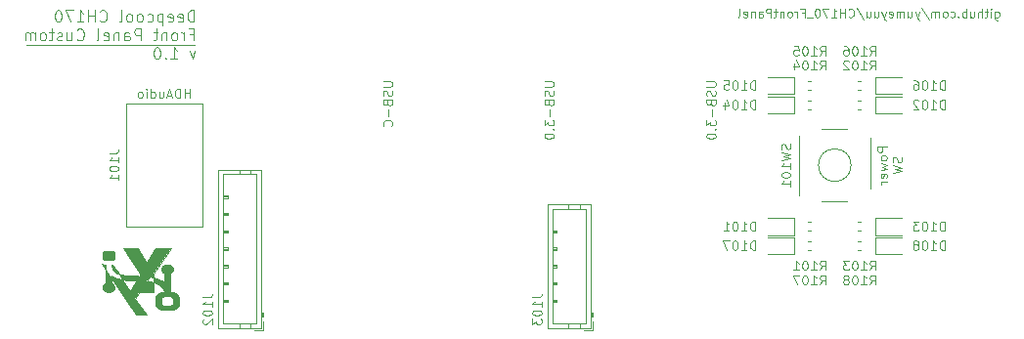
<source format=gbr>
%TF.GenerationSoftware,KiCad,Pcbnew,8.0.8*%
%TF.CreationDate,2025-01-30T12:00:52+07:00*%
%TF.ProjectId,CH170_FrontPanel,43483137-305f-4467-926f-6e7450616e65,rev?*%
%TF.SameCoordinates,Original*%
%TF.FileFunction,Legend,Bot*%
%TF.FilePolarity,Positive*%
%FSLAX46Y46*%
G04 Gerber Fmt 4.6, Leading zero omitted, Abs format (unit mm)*
G04 Created by KiCad (PCBNEW 8.0.8) date 2025-01-30 12:00:52*
%MOMM*%
%LPD*%
G01*
G04 APERTURE LIST*
%ADD10C,0.100000*%
%ADD11C,0.030708*%
%ADD12C,0.037499*%
%ADD13C,0.030749*%
%ADD14C,0.125000*%
%ADD15C,0.120000*%
G04 APERTURE END LIST*
D10*
X123589618Y-89911895D02*
X123589618Y-89111895D01*
X123589618Y-89492847D02*
X123132475Y-89492847D01*
X123132475Y-89911895D02*
X123132475Y-89111895D01*
X122751523Y-89911895D02*
X122751523Y-89111895D01*
X122751523Y-89111895D02*
X122561047Y-89111895D01*
X122561047Y-89111895D02*
X122446761Y-89149990D01*
X122446761Y-89149990D02*
X122370571Y-89226180D01*
X122370571Y-89226180D02*
X122332476Y-89302371D01*
X122332476Y-89302371D02*
X122294380Y-89454752D01*
X122294380Y-89454752D02*
X122294380Y-89569038D01*
X122294380Y-89569038D02*
X122332476Y-89721419D01*
X122332476Y-89721419D02*
X122370571Y-89797609D01*
X122370571Y-89797609D02*
X122446761Y-89873800D01*
X122446761Y-89873800D02*
X122561047Y-89911895D01*
X122561047Y-89911895D02*
X122751523Y-89911895D01*
X121989619Y-89683323D02*
X121608666Y-89683323D01*
X122065809Y-89911895D02*
X121799142Y-89111895D01*
X121799142Y-89111895D02*
X121532476Y-89911895D01*
X120922952Y-89378561D02*
X120922952Y-89911895D01*
X121265809Y-89378561D02*
X121265809Y-89797609D01*
X121265809Y-89797609D02*
X121227714Y-89873800D01*
X121227714Y-89873800D02*
X121151524Y-89911895D01*
X121151524Y-89911895D02*
X121037238Y-89911895D01*
X121037238Y-89911895D02*
X120961047Y-89873800D01*
X120961047Y-89873800D02*
X120922952Y-89835704D01*
X120199142Y-89911895D02*
X120199142Y-89111895D01*
X120199142Y-89873800D02*
X120275333Y-89911895D01*
X120275333Y-89911895D02*
X120427714Y-89911895D01*
X120427714Y-89911895D02*
X120503904Y-89873800D01*
X120503904Y-89873800D02*
X120541999Y-89835704D01*
X120541999Y-89835704D02*
X120580095Y-89759514D01*
X120580095Y-89759514D02*
X120580095Y-89530942D01*
X120580095Y-89530942D02*
X120541999Y-89454752D01*
X120541999Y-89454752D02*
X120503904Y-89416657D01*
X120503904Y-89416657D02*
X120427714Y-89378561D01*
X120427714Y-89378561D02*
X120275333Y-89378561D01*
X120275333Y-89378561D02*
X120199142Y-89416657D01*
X119818189Y-89911895D02*
X119818189Y-89378561D01*
X119818189Y-89111895D02*
X119856285Y-89149990D01*
X119856285Y-89149990D02*
X119818189Y-89188085D01*
X119818189Y-89188085D02*
X119780094Y-89149990D01*
X119780094Y-89149990D02*
X119818189Y-89111895D01*
X119818189Y-89111895D02*
X119818189Y-89188085D01*
X119322952Y-89911895D02*
X119399142Y-89873800D01*
X119399142Y-89873800D02*
X119437237Y-89835704D01*
X119437237Y-89835704D02*
X119475333Y-89759514D01*
X119475333Y-89759514D02*
X119475333Y-89530942D01*
X119475333Y-89530942D02*
X119437237Y-89454752D01*
X119437237Y-89454752D02*
X119399142Y-89416657D01*
X119399142Y-89416657D02*
X119322952Y-89378561D01*
X119322952Y-89378561D02*
X119208666Y-89378561D01*
X119208666Y-89378561D02*
X119132475Y-89416657D01*
X119132475Y-89416657D02*
X119094380Y-89454752D01*
X119094380Y-89454752D02*
X119056285Y-89530942D01*
X119056285Y-89530942D02*
X119056285Y-89759514D01*
X119056285Y-89759514D02*
X119094380Y-89835704D01*
X119094380Y-89835704D02*
X119132475Y-89873800D01*
X119132475Y-89873800D02*
X119208666Y-89911895D01*
X119208666Y-89911895D02*
X119322952Y-89911895D01*
D11*
X116781188Y-105542004D02*
X116781188Y-105989845D01*
X116799554Y-105998475D01*
X116817313Y-106007630D01*
X116834453Y-106017289D01*
X116850966Y-106027436D01*
X116866841Y-106038051D01*
X116882068Y-106049115D01*
X116896637Y-106060609D01*
X116910538Y-106072516D01*
X116923762Y-106084815D01*
X116936298Y-106097489D01*
X116948136Y-106110519D01*
X116959267Y-106123886D01*
X116969680Y-106137571D01*
X116979365Y-106151556D01*
X116988312Y-106165822D01*
X116996512Y-106180350D01*
X117003954Y-106195122D01*
X117010628Y-106210118D01*
X117016525Y-106225320D01*
X117021634Y-106240710D01*
X117025945Y-106256269D01*
X117029449Y-106271977D01*
X117032135Y-106287817D01*
X117033994Y-106303769D01*
X117035015Y-106319815D01*
X117035188Y-106335936D01*
X117034504Y-106352114D01*
X117032952Y-106368329D01*
X117030523Y-106384564D01*
X117027207Y-106400798D01*
X117022992Y-106417014D01*
X117017871Y-106433194D01*
X117011880Y-106449192D01*
X117005080Y-106464871D01*
X116997490Y-106480217D01*
X116989133Y-106495219D01*
X116980027Y-106509864D01*
X116970194Y-106524139D01*
X116959655Y-106538033D01*
X116948431Y-106551534D01*
X116936542Y-106564628D01*
X116924008Y-106577303D01*
X116910851Y-106589548D01*
X116897091Y-106601349D01*
X116882749Y-106612695D01*
X116867846Y-106623573D01*
X116852402Y-106633971D01*
X116836438Y-106643877D01*
X116819975Y-106653277D01*
X116803033Y-106662161D01*
X116785634Y-106670515D01*
X116767797Y-106678327D01*
X116749544Y-106685585D01*
X116730896Y-106692276D01*
X116711872Y-106698389D01*
X116692494Y-106703911D01*
X116672782Y-106708829D01*
X116652758Y-106713132D01*
X116632441Y-106716806D01*
X116611853Y-106719840D01*
X116591013Y-106722221D01*
X116569944Y-106723937D01*
X116548666Y-106724976D01*
X116527199Y-106725325D01*
X116484453Y-106723937D01*
X116442545Y-106719840D01*
X116401640Y-106713132D01*
X116361904Y-106703911D01*
X116323502Y-106692276D01*
X116286600Y-106678327D01*
X116251364Y-106662161D01*
X116217959Y-106643877D01*
X116186551Y-106623573D01*
X116157306Y-106601349D01*
X116130389Y-106577303D01*
X116105967Y-106551534D01*
X116084203Y-106524139D01*
X116065265Y-106495219D01*
X116049318Y-106464871D01*
X116042517Y-106449192D01*
X116036527Y-106433194D01*
X116031405Y-106417014D01*
X116027191Y-106400798D01*
X116023874Y-106384564D01*
X116021445Y-106368329D01*
X116019893Y-106352114D01*
X116019209Y-106335936D01*
X116019383Y-106319815D01*
X116020404Y-106303769D01*
X116022262Y-106287817D01*
X116024949Y-106271977D01*
X116028452Y-106256269D01*
X116032764Y-106240710D01*
X116037873Y-106225320D01*
X116043770Y-106210118D01*
X116050444Y-106195122D01*
X116057886Y-106180350D01*
X116066085Y-106165822D01*
X116075033Y-106151556D01*
X116084718Y-106137571D01*
X116095131Y-106123886D01*
X116106261Y-106110519D01*
X116118099Y-106097489D01*
X116130635Y-106084815D01*
X116143859Y-106072516D01*
X116157760Y-106060609D01*
X116172330Y-106049115D01*
X116187557Y-106038051D01*
X116203432Y-106027436D01*
X116219944Y-106017289D01*
X116237085Y-106007630D01*
X116254843Y-105998475D01*
X116273209Y-105989845D01*
X116273209Y-104777710D01*
X116781188Y-105542004D01*
G36*
X116781188Y-105542004D02*
G01*
X116781188Y-105989845D01*
X116799554Y-105998475D01*
X116817313Y-106007630D01*
X116834453Y-106017289D01*
X116850966Y-106027436D01*
X116866841Y-106038051D01*
X116882068Y-106049115D01*
X116896637Y-106060609D01*
X116910538Y-106072516D01*
X116923762Y-106084815D01*
X116936298Y-106097489D01*
X116948136Y-106110519D01*
X116959267Y-106123886D01*
X116969680Y-106137571D01*
X116979365Y-106151556D01*
X116988312Y-106165822D01*
X116996512Y-106180350D01*
X117003954Y-106195122D01*
X117010628Y-106210118D01*
X117016525Y-106225320D01*
X117021634Y-106240710D01*
X117025945Y-106256269D01*
X117029449Y-106271977D01*
X117032135Y-106287817D01*
X117033994Y-106303769D01*
X117035015Y-106319815D01*
X117035188Y-106335936D01*
X117034504Y-106352114D01*
X117032952Y-106368329D01*
X117030523Y-106384564D01*
X117027207Y-106400798D01*
X117022992Y-106417014D01*
X117017871Y-106433194D01*
X117011880Y-106449192D01*
X117005080Y-106464871D01*
X116997490Y-106480217D01*
X116989133Y-106495219D01*
X116980027Y-106509864D01*
X116970194Y-106524139D01*
X116959655Y-106538033D01*
X116948431Y-106551534D01*
X116936542Y-106564628D01*
X116924008Y-106577303D01*
X116910851Y-106589548D01*
X116897091Y-106601349D01*
X116882749Y-106612695D01*
X116867846Y-106623573D01*
X116852402Y-106633971D01*
X116836438Y-106643877D01*
X116819975Y-106653277D01*
X116803033Y-106662161D01*
X116785634Y-106670515D01*
X116767797Y-106678327D01*
X116749544Y-106685585D01*
X116730896Y-106692276D01*
X116711872Y-106698389D01*
X116692494Y-106703911D01*
X116672782Y-106708829D01*
X116652758Y-106713132D01*
X116632441Y-106716806D01*
X116611853Y-106719840D01*
X116591013Y-106722221D01*
X116569944Y-106723937D01*
X116548666Y-106724976D01*
X116527199Y-106725325D01*
X116484453Y-106723937D01*
X116442545Y-106719840D01*
X116401640Y-106713132D01*
X116361904Y-106703911D01*
X116323502Y-106692276D01*
X116286600Y-106678327D01*
X116251364Y-106662161D01*
X116217959Y-106643877D01*
X116186551Y-106623573D01*
X116157306Y-106601349D01*
X116130389Y-106577303D01*
X116105967Y-106551534D01*
X116084203Y-106524139D01*
X116065265Y-106495219D01*
X116049318Y-106464871D01*
X116042517Y-106449192D01*
X116036527Y-106433194D01*
X116031405Y-106417014D01*
X116027191Y-106400798D01*
X116023874Y-106384564D01*
X116021445Y-106368329D01*
X116019893Y-106352114D01*
X116019209Y-106335936D01*
X116019383Y-106319815D01*
X116020404Y-106303769D01*
X116022262Y-106287817D01*
X116024949Y-106271977D01*
X116028452Y-106256269D01*
X116032764Y-106240710D01*
X116037873Y-106225320D01*
X116043770Y-106210118D01*
X116050444Y-106195122D01*
X116057886Y-106180350D01*
X116066085Y-106165822D01*
X116075033Y-106151556D01*
X116084718Y-106137571D01*
X116095131Y-106123886D01*
X116106261Y-106110519D01*
X116118099Y-106097489D01*
X116130635Y-106084815D01*
X116143859Y-106072516D01*
X116157760Y-106060609D01*
X116172330Y-106049115D01*
X116187557Y-106038051D01*
X116203432Y-106027436D01*
X116219944Y-106017289D01*
X116237085Y-106007630D01*
X116254843Y-105998475D01*
X116273209Y-105989845D01*
X116273209Y-104777710D01*
X116781188Y-105542004D01*
G37*
D12*
X119849153Y-105784172D02*
X119780894Y-105776362D01*
X119711281Y-105769301D01*
X119640306Y-105763000D01*
X119567959Y-105757468D01*
X119494234Y-105752715D01*
X119419119Y-105748749D01*
X119342609Y-105745581D01*
X119264693Y-105743219D01*
X119264693Y-106679919D01*
X118844693Y-107323614D01*
X119798834Y-108695107D01*
X118876796Y-108695107D01*
X116781188Y-105542003D01*
X116781188Y-105315466D01*
X116793489Y-105323959D01*
X116805907Y-105332348D01*
X116818440Y-105340632D01*
X116831087Y-105348810D01*
X116843848Y-105356881D01*
X116856720Y-105364846D01*
X116869703Y-105372702D01*
X116882796Y-105380450D01*
X116925167Y-105404182D01*
X116969002Y-105426980D01*
X117014309Y-105448855D01*
X117061095Y-105469820D01*
X117109368Y-105489890D01*
X117159135Y-105509076D01*
X117210403Y-105527393D01*
X117263181Y-105544852D01*
X117317475Y-105561467D01*
X117373294Y-105577252D01*
X117430643Y-105592218D01*
X117489532Y-105606380D01*
X117549967Y-105619750D01*
X117611956Y-105632341D01*
X117675506Y-105644167D01*
X117740625Y-105655239D01*
X118376828Y-106631989D01*
X118953730Y-105738504D01*
X119205846Y-105348089D01*
X119950246Y-104195123D01*
X120885976Y-104195122D01*
X119849153Y-105784172D01*
G36*
X119849153Y-105784172D02*
G01*
X119780894Y-105776362D01*
X119711281Y-105769301D01*
X119640306Y-105763000D01*
X119567959Y-105757468D01*
X119494234Y-105752715D01*
X119419119Y-105748749D01*
X119342609Y-105745581D01*
X119264693Y-105743219D01*
X119264693Y-106679919D01*
X118844693Y-107323614D01*
X119798834Y-108695107D01*
X118876796Y-108695107D01*
X116781188Y-105542003D01*
X116781188Y-105315466D01*
X116793489Y-105323959D01*
X116805907Y-105332348D01*
X116818440Y-105340632D01*
X116831087Y-105348810D01*
X116843848Y-105356881D01*
X116856720Y-105364846D01*
X116869703Y-105372702D01*
X116882796Y-105380450D01*
X116925167Y-105404182D01*
X116969002Y-105426980D01*
X117014309Y-105448855D01*
X117061095Y-105469820D01*
X117109368Y-105489890D01*
X117159135Y-105509076D01*
X117210403Y-105527393D01*
X117263181Y-105544852D01*
X117317475Y-105561467D01*
X117373294Y-105577252D01*
X117430643Y-105592218D01*
X117489532Y-105606380D01*
X117549967Y-105619750D01*
X117611956Y-105632341D01*
X117675506Y-105644167D01*
X117740625Y-105655239D01*
X118376828Y-106631989D01*
X118953730Y-105738504D01*
X119205846Y-105348089D01*
X119950246Y-104195123D01*
X120885976Y-104195122D01*
X119849153Y-105784172D01*
G37*
D13*
X122622950Y-107316508D02*
X122622950Y-107710670D01*
X122621959Y-107741089D01*
X122619016Y-107771109D01*
X122614171Y-107800693D01*
X122607471Y-107829804D01*
X122598963Y-107858404D01*
X122588696Y-107886456D01*
X122576718Y-107913923D01*
X122563075Y-107940768D01*
X122547817Y-107966954D01*
X122530992Y-107992444D01*
X122512646Y-108017200D01*
X122492828Y-108041185D01*
X122471585Y-108064363D01*
X122448966Y-108086696D01*
X122425019Y-108108146D01*
X122399791Y-108128678D01*
X122373330Y-108148253D01*
X122345684Y-108166834D01*
X122316901Y-108184385D01*
X122287029Y-108200868D01*
X122256115Y-108216246D01*
X122224208Y-108230482D01*
X122191355Y-108243538D01*
X122157605Y-108255378D01*
X122123004Y-108265965D01*
X122087602Y-108275261D01*
X122051446Y-108283228D01*
X122014583Y-108289831D01*
X121977062Y-108295032D01*
X121938930Y-108298793D01*
X121900235Y-108301078D01*
X121861026Y-108301849D01*
X121353002Y-108301849D01*
X121313793Y-108301079D01*
X121275098Y-108298797D01*
X121199445Y-108289838D01*
X121126424Y-108275271D01*
X121056420Y-108255391D01*
X120989815Y-108230497D01*
X120926992Y-108200886D01*
X120868334Y-108166853D01*
X120814225Y-108128698D01*
X120788995Y-108108167D01*
X120765046Y-108086716D01*
X120742425Y-108064383D01*
X120721181Y-108041205D01*
X120701361Y-108017220D01*
X120683013Y-107992463D01*
X120666186Y-107966972D01*
X120650926Y-107940785D01*
X120637281Y-107913939D01*
X120625301Y-107886470D01*
X120615032Y-107858416D01*
X120606522Y-107829814D01*
X120599819Y-107800702D01*
X120594972Y-107771115D01*
X120592027Y-107741092D01*
X120591034Y-107710670D01*
X120591034Y-107710669D01*
X121099013Y-107710669D01*
X121099343Y-107720803D01*
X121100324Y-107730805D01*
X121101939Y-107740661D01*
X121104171Y-107750360D01*
X121107007Y-107759889D01*
X121110428Y-107769236D01*
X121114420Y-107778388D01*
X121118966Y-107787333D01*
X121124051Y-107796059D01*
X121129658Y-107804552D01*
X121135771Y-107812802D01*
X121142376Y-107820795D01*
X121149455Y-107828519D01*
X121156992Y-107835961D01*
X121164973Y-107843110D01*
X121173380Y-107849952D01*
X121182198Y-107856476D01*
X121191412Y-107862669D01*
X121201004Y-107868519D01*
X121210959Y-107874013D01*
X121221261Y-107879139D01*
X121231894Y-107883884D01*
X121242843Y-107888237D01*
X121254091Y-107892184D01*
X121265622Y-107895713D01*
X121277420Y-107898813D01*
X121289470Y-107901470D01*
X121301756Y-107903672D01*
X121314260Y-107905407D01*
X121326969Y-107906663D01*
X121339865Y-107907426D01*
X121352932Y-107907686D01*
X121860981Y-107907686D01*
X121874049Y-107907429D01*
X121886945Y-107906668D01*
X121912160Y-107903683D01*
X121936497Y-107898829D01*
X121959829Y-107892204D01*
X121982028Y-107883908D01*
X122002967Y-107874040D01*
X122022518Y-107862699D01*
X122040554Y-107849984D01*
X122048964Y-107843142D01*
X122056947Y-107835993D01*
X122064487Y-107828551D01*
X122071569Y-107820826D01*
X122078176Y-107812833D01*
X122084293Y-107804582D01*
X122089903Y-107796087D01*
X122094991Y-107787360D01*
X122099540Y-107778413D01*
X122103535Y-107769259D01*
X122106960Y-107759909D01*
X122109798Y-107750377D01*
X122112034Y-107740675D01*
X122113653Y-107730814D01*
X122114637Y-107720808D01*
X122114971Y-107710669D01*
X122114971Y-107316507D01*
X122114659Y-107306733D01*
X122113728Y-107297025D01*
X122112187Y-107287400D01*
X122110045Y-107277874D01*
X122107310Y-107268463D01*
X122103992Y-107259183D01*
X122100097Y-107250050D01*
X122095636Y-107241081D01*
X122090617Y-107232291D01*
X122085048Y-107223696D01*
X122078938Y-107215314D01*
X122072296Y-107207159D01*
X122065130Y-107199249D01*
X122057449Y-107191599D01*
X122049261Y-107184225D01*
X122040575Y-107177143D01*
X122031449Y-107170405D01*
X122021945Y-107164052D01*
X122012085Y-107158093D01*
X122001889Y-107152533D01*
X121991379Y-107147380D01*
X121980576Y-107142639D01*
X121969500Y-107138319D01*
X121958171Y-107134425D01*
X121946612Y-107130964D01*
X121934842Y-107127942D01*
X121922882Y-107125368D01*
X121910754Y-107123246D01*
X121898478Y-107121585D01*
X121886075Y-107120390D01*
X121873565Y-107119668D01*
X121860970Y-107119426D01*
X121353002Y-107119426D01*
X121340407Y-107119668D01*
X121327898Y-107120391D01*
X121315495Y-107121586D01*
X121303219Y-107123248D01*
X121291090Y-107125370D01*
X121279131Y-107127945D01*
X121267361Y-107130967D01*
X121255802Y-107134428D01*
X121244474Y-107138323D01*
X121233398Y-107142644D01*
X121222595Y-107147385D01*
X121212085Y-107152538D01*
X121201890Y-107158099D01*
X121192030Y-107164058D01*
X121182527Y-107170411D01*
X121173400Y-107177150D01*
X121164715Y-107184232D01*
X121156528Y-107191606D01*
X121148848Y-107199256D01*
X121141682Y-107207167D01*
X121135041Y-107215321D01*
X121128931Y-107223704D01*
X121123363Y-107232298D01*
X121118344Y-107241088D01*
X121113883Y-107250057D01*
X121109990Y-107259189D01*
X121106671Y-107268469D01*
X121103937Y-107277879D01*
X121101796Y-107287404D01*
X121100256Y-107297028D01*
X121099325Y-107306734D01*
X121099014Y-107316507D01*
X121099013Y-107710669D01*
X120591034Y-107710669D01*
X120591034Y-107316508D01*
X120591996Y-107286528D01*
X120594854Y-107256930D01*
X120599561Y-107227751D01*
X120606073Y-107199026D01*
X120614343Y-107170791D01*
X120624326Y-107143083D01*
X120635978Y-107115937D01*
X120649252Y-107089389D01*
X120664103Y-107063475D01*
X120680485Y-107038232D01*
X120698354Y-107013694D01*
X120717664Y-106989899D01*
X120738369Y-106966882D01*
X120760425Y-106944679D01*
X120783784Y-106923327D01*
X120808403Y-106902860D01*
X120834236Y-106883315D01*
X120861237Y-106864729D01*
X120889361Y-106847136D01*
X120918563Y-106830574D01*
X120948796Y-106815077D01*
X120980016Y-106800683D01*
X121012178Y-106787426D01*
X121045235Y-106775343D01*
X121079143Y-106764470D01*
X121113855Y-106754843D01*
X121149328Y-106746498D01*
X121185514Y-106739471D01*
X121222369Y-106733798D01*
X121259848Y-106729514D01*
X121297904Y-106726656D01*
X121336493Y-106725260D01*
X121324111Y-106666192D01*
X121308418Y-106609416D01*
X121289469Y-106554884D01*
X121267318Y-106502549D01*
X121242018Y-106452364D01*
X121213624Y-106404284D01*
X121182189Y-106358260D01*
X121147769Y-106314245D01*
X121110416Y-106272194D01*
X121070185Y-106232059D01*
X121027130Y-106193793D01*
X120981304Y-106157350D01*
X120932763Y-106122682D01*
X120881560Y-106089742D01*
X120827749Y-106058484D01*
X120771384Y-106028860D01*
X120733791Y-106010723D01*
X120694990Y-105993181D01*
X120654997Y-105976231D01*
X120613827Y-105959870D01*
X120571495Y-105944094D01*
X120528017Y-105928902D01*
X120483408Y-105914288D01*
X120437684Y-105900251D01*
X120437684Y-105484319D01*
X120520567Y-105505158D01*
X120601632Y-105527563D01*
X120680805Y-105551577D01*
X120758012Y-105577245D01*
X120833180Y-105604613D01*
X120906237Y-105633724D01*
X120977109Y-105664623D01*
X121045722Y-105697356D01*
X121087747Y-105718873D01*
X121128737Y-105741054D01*
X121168693Y-105763900D01*
X121207617Y-105787410D01*
X121245508Y-105811586D01*
X121282369Y-105836427D01*
X121318200Y-105861934D01*
X121353002Y-105888107D01*
X121353002Y-105095907D01*
X121334636Y-105087276D01*
X121316877Y-105078122D01*
X121299737Y-105068462D01*
X121283224Y-105058315D01*
X121267349Y-105047701D01*
X121252122Y-105036637D01*
X121237553Y-105025142D01*
X121223651Y-105013236D01*
X121210427Y-105000936D01*
X121197891Y-104988262D01*
X121186053Y-104975232D01*
X121174923Y-104961866D01*
X121164510Y-104948180D01*
X121154825Y-104934196D01*
X121145878Y-104919930D01*
X121137678Y-104905402D01*
X121130236Y-104890630D01*
X121123562Y-104875634D01*
X121117665Y-104860432D01*
X121112556Y-104845042D01*
X121108245Y-104829484D01*
X121104741Y-104813775D01*
X121102055Y-104797935D01*
X121100196Y-104781983D01*
X121099175Y-104765937D01*
X121099002Y-104749816D01*
X121099686Y-104733638D01*
X121101238Y-104717423D01*
X121103667Y-104701189D01*
X121106983Y-104684954D01*
X121111198Y-104668738D01*
X121116319Y-104652559D01*
X121122310Y-104636560D01*
X121129110Y-104620882D01*
X121136700Y-104605535D01*
X121145058Y-104590534D01*
X121154163Y-104575889D01*
X121163996Y-104561613D01*
X121174535Y-104547719D01*
X121185759Y-104534219D01*
X121197649Y-104521125D01*
X121210182Y-104508449D01*
X121223339Y-104496205D01*
X121237099Y-104484403D01*
X121251441Y-104473057D01*
X121266344Y-104462179D01*
X121281788Y-104451781D01*
X121297752Y-104441876D01*
X121314215Y-104432475D01*
X121331157Y-104423592D01*
X121348556Y-104415238D01*
X121366393Y-104407426D01*
X121384646Y-104400168D01*
X121403294Y-104393476D01*
X121422318Y-104387363D01*
X121441696Y-104381841D01*
X121461408Y-104376923D01*
X121481433Y-104372621D01*
X121501749Y-104368946D01*
X121522338Y-104365912D01*
X121543177Y-104363531D01*
X121564246Y-104361815D01*
X121585524Y-104360776D01*
X121606991Y-104360427D01*
X121649737Y-104361815D01*
X121691645Y-104365912D01*
X121732550Y-104372621D01*
X121772286Y-104381841D01*
X121810688Y-104393476D01*
X121847590Y-104407426D01*
X121882826Y-104423592D01*
X121916231Y-104441876D01*
X121947639Y-104462179D01*
X121976884Y-104484403D01*
X122003801Y-104508449D01*
X122028223Y-104534219D01*
X122049987Y-104561613D01*
X122068925Y-104590534D01*
X122084872Y-104620882D01*
X122091673Y-104636560D01*
X122097663Y-104652559D01*
X122102785Y-104668738D01*
X122106999Y-104684954D01*
X122110316Y-104701189D01*
X122112745Y-104717423D01*
X122114297Y-104733638D01*
X122114981Y-104749816D01*
X122114807Y-104765937D01*
X122113786Y-104781983D01*
X122111928Y-104797935D01*
X122109241Y-104813775D01*
X122105738Y-104829484D01*
X122101426Y-104845042D01*
X122096317Y-104860432D01*
X122090420Y-104875634D01*
X122083746Y-104890630D01*
X122076304Y-104905402D01*
X122068105Y-104919930D01*
X122059157Y-104934196D01*
X122049472Y-104948180D01*
X122039059Y-104961866D01*
X122027929Y-104975232D01*
X122016091Y-104988262D01*
X122003555Y-105000936D01*
X121990331Y-105013236D01*
X121976430Y-105025142D01*
X121961860Y-105036637D01*
X121946633Y-105047701D01*
X121930758Y-105058315D01*
X121914246Y-105068462D01*
X121897105Y-105078122D01*
X121879347Y-105087276D01*
X121860980Y-105095907D01*
X121860981Y-106725265D01*
X121898767Y-106725992D01*
X121936295Y-106728158D01*
X121973505Y-106731745D01*
X122010333Y-106736731D01*
X122046718Y-106743097D01*
X122082596Y-106750822D01*
X122117905Y-106759887D01*
X122152583Y-106770272D01*
X122186568Y-106781956D01*
X122219796Y-106794919D01*
X122252206Y-106809141D01*
X122283734Y-106824602D01*
X122314319Y-106841283D01*
X122343898Y-106859162D01*
X122372409Y-106878221D01*
X122399788Y-106898438D01*
X122425843Y-106919683D01*
X122450405Y-106941805D01*
X122473447Y-106964756D01*
X122494944Y-106988488D01*
X122514869Y-107012952D01*
X122533197Y-107038099D01*
X122549903Y-107063882D01*
X122564959Y-107090251D01*
X122578341Y-107117159D01*
X122590023Y-107144556D01*
X122599977Y-107172394D01*
X122608180Y-107200625D01*
X122614604Y-107229200D01*
X122619225Y-107258072D01*
X122622015Y-107287190D01*
X122622950Y-107316507D01*
X122622950Y-107316508D01*
G36*
X122622950Y-107316508D02*
G01*
X122622950Y-107710670D01*
X122621959Y-107741089D01*
X122619016Y-107771109D01*
X122614171Y-107800693D01*
X122607471Y-107829804D01*
X122598963Y-107858404D01*
X122588696Y-107886456D01*
X122576718Y-107913923D01*
X122563075Y-107940768D01*
X122547817Y-107966954D01*
X122530992Y-107992444D01*
X122512646Y-108017200D01*
X122492828Y-108041185D01*
X122471585Y-108064363D01*
X122448966Y-108086696D01*
X122425019Y-108108146D01*
X122399791Y-108128678D01*
X122373330Y-108148253D01*
X122345684Y-108166834D01*
X122316901Y-108184385D01*
X122287029Y-108200868D01*
X122256115Y-108216246D01*
X122224208Y-108230482D01*
X122191355Y-108243538D01*
X122157605Y-108255378D01*
X122123004Y-108265965D01*
X122087602Y-108275261D01*
X122051446Y-108283228D01*
X122014583Y-108289831D01*
X121977062Y-108295032D01*
X121938930Y-108298793D01*
X121900235Y-108301078D01*
X121861026Y-108301849D01*
X121353002Y-108301849D01*
X121313793Y-108301079D01*
X121275098Y-108298797D01*
X121199445Y-108289838D01*
X121126424Y-108275271D01*
X121056420Y-108255391D01*
X120989815Y-108230497D01*
X120926992Y-108200886D01*
X120868334Y-108166853D01*
X120814225Y-108128698D01*
X120788995Y-108108167D01*
X120765046Y-108086716D01*
X120742425Y-108064383D01*
X120721181Y-108041205D01*
X120701361Y-108017220D01*
X120683013Y-107992463D01*
X120666186Y-107966972D01*
X120650926Y-107940785D01*
X120637281Y-107913939D01*
X120625301Y-107886470D01*
X120615032Y-107858416D01*
X120606522Y-107829814D01*
X120599819Y-107800702D01*
X120594972Y-107771115D01*
X120592027Y-107741092D01*
X120591034Y-107710670D01*
X120591034Y-107710669D01*
X121099013Y-107710669D01*
X121099343Y-107720803D01*
X121100324Y-107730805D01*
X121101939Y-107740661D01*
X121104171Y-107750360D01*
X121107007Y-107759889D01*
X121110428Y-107769236D01*
X121114420Y-107778388D01*
X121118966Y-107787333D01*
X121124051Y-107796059D01*
X121129658Y-107804552D01*
X121135771Y-107812802D01*
X121142376Y-107820795D01*
X121149455Y-107828519D01*
X121156992Y-107835961D01*
X121164973Y-107843110D01*
X121173380Y-107849952D01*
X121182198Y-107856476D01*
X121191412Y-107862669D01*
X121201004Y-107868519D01*
X121210959Y-107874013D01*
X121221261Y-107879139D01*
X121231894Y-107883884D01*
X121242843Y-107888237D01*
X121254091Y-107892184D01*
X121265622Y-107895713D01*
X121277420Y-107898813D01*
X121289470Y-107901470D01*
X121301756Y-107903672D01*
X121314260Y-107905407D01*
X121326969Y-107906663D01*
X121339865Y-107907426D01*
X121352932Y-107907686D01*
X121860981Y-107907686D01*
X121874049Y-107907429D01*
X121886945Y-107906668D01*
X121912160Y-107903683D01*
X121936497Y-107898829D01*
X121959829Y-107892204D01*
X121982028Y-107883908D01*
X122002967Y-107874040D01*
X122022518Y-107862699D01*
X122040554Y-107849984D01*
X122048964Y-107843142D01*
X122056947Y-107835993D01*
X122064487Y-107828551D01*
X122071569Y-107820826D01*
X122078176Y-107812833D01*
X122084293Y-107804582D01*
X122089903Y-107796087D01*
X122094991Y-107787360D01*
X122099540Y-107778413D01*
X122103535Y-107769259D01*
X122106960Y-107759909D01*
X122109798Y-107750377D01*
X122112034Y-107740675D01*
X122113653Y-107730814D01*
X122114637Y-107720808D01*
X122114971Y-107710669D01*
X122114971Y-107316507D01*
X122114659Y-107306733D01*
X122113728Y-107297025D01*
X122112187Y-107287400D01*
X122110045Y-107277874D01*
X122107310Y-107268463D01*
X122103992Y-107259183D01*
X122100097Y-107250050D01*
X122095636Y-107241081D01*
X122090617Y-107232291D01*
X122085048Y-107223696D01*
X122078938Y-107215314D01*
X122072296Y-107207159D01*
X122065130Y-107199249D01*
X122057449Y-107191599D01*
X122049261Y-107184225D01*
X122040575Y-107177143D01*
X122031449Y-107170405D01*
X122021945Y-107164052D01*
X122012085Y-107158093D01*
X122001889Y-107152533D01*
X121991379Y-107147380D01*
X121980576Y-107142639D01*
X121969500Y-107138319D01*
X121958171Y-107134425D01*
X121946612Y-107130964D01*
X121934842Y-107127942D01*
X121922882Y-107125368D01*
X121910754Y-107123246D01*
X121898478Y-107121585D01*
X121886075Y-107120390D01*
X121873565Y-107119668D01*
X121860970Y-107119426D01*
X121353002Y-107119426D01*
X121340407Y-107119668D01*
X121327898Y-107120391D01*
X121315495Y-107121586D01*
X121303219Y-107123248D01*
X121291090Y-107125370D01*
X121279131Y-107127945D01*
X121267361Y-107130967D01*
X121255802Y-107134428D01*
X121244474Y-107138323D01*
X121233398Y-107142644D01*
X121222595Y-107147385D01*
X121212085Y-107152538D01*
X121201890Y-107158099D01*
X121192030Y-107164058D01*
X121182527Y-107170411D01*
X121173400Y-107177150D01*
X121164715Y-107184232D01*
X121156528Y-107191606D01*
X121148848Y-107199256D01*
X121141682Y-107207167D01*
X121135041Y-107215321D01*
X121128931Y-107223704D01*
X121123363Y-107232298D01*
X121118344Y-107241088D01*
X121113883Y-107250057D01*
X121109990Y-107259189D01*
X121106671Y-107268469D01*
X121103937Y-107277879D01*
X121101796Y-107287404D01*
X121100256Y-107297028D01*
X121099325Y-107306734D01*
X121099014Y-107316507D01*
X121099013Y-107710669D01*
X120591034Y-107710669D01*
X120591034Y-107316508D01*
X120591996Y-107286528D01*
X120594854Y-107256930D01*
X120599561Y-107227751D01*
X120606073Y-107199026D01*
X120614343Y-107170791D01*
X120624326Y-107143083D01*
X120635978Y-107115937D01*
X120649252Y-107089389D01*
X120664103Y-107063475D01*
X120680485Y-107038232D01*
X120698354Y-107013694D01*
X120717664Y-106989899D01*
X120738369Y-106966882D01*
X120760425Y-106944679D01*
X120783784Y-106923327D01*
X120808403Y-106902860D01*
X120834236Y-106883315D01*
X120861237Y-106864729D01*
X120889361Y-106847136D01*
X120918563Y-106830574D01*
X120948796Y-106815077D01*
X120980016Y-106800683D01*
X121012178Y-106787426D01*
X121045235Y-106775343D01*
X121079143Y-106764470D01*
X121113855Y-106754843D01*
X121149328Y-106746498D01*
X121185514Y-106739471D01*
X121222369Y-106733798D01*
X121259848Y-106729514D01*
X121297904Y-106726656D01*
X121336493Y-106725260D01*
X121324111Y-106666192D01*
X121308418Y-106609416D01*
X121289469Y-106554884D01*
X121267318Y-106502549D01*
X121242018Y-106452364D01*
X121213624Y-106404284D01*
X121182189Y-106358260D01*
X121147769Y-106314245D01*
X121110416Y-106272194D01*
X121070185Y-106232059D01*
X121027130Y-106193793D01*
X120981304Y-106157350D01*
X120932763Y-106122682D01*
X120881560Y-106089742D01*
X120827749Y-106058484D01*
X120771384Y-106028860D01*
X120733791Y-106010723D01*
X120694990Y-105993181D01*
X120654997Y-105976231D01*
X120613827Y-105959870D01*
X120571495Y-105944094D01*
X120528017Y-105928902D01*
X120483408Y-105914288D01*
X120437684Y-105900251D01*
X120437684Y-105484319D01*
X120520567Y-105505158D01*
X120601632Y-105527563D01*
X120680805Y-105551577D01*
X120758012Y-105577245D01*
X120833180Y-105604613D01*
X120906237Y-105633724D01*
X120977109Y-105664623D01*
X121045722Y-105697356D01*
X121087747Y-105718873D01*
X121128737Y-105741054D01*
X121168693Y-105763900D01*
X121207617Y-105787410D01*
X121245508Y-105811586D01*
X121282369Y-105836427D01*
X121318200Y-105861934D01*
X121353002Y-105888107D01*
X121353002Y-105095907D01*
X121334636Y-105087276D01*
X121316877Y-105078122D01*
X121299737Y-105068462D01*
X121283224Y-105058315D01*
X121267349Y-105047701D01*
X121252122Y-105036637D01*
X121237553Y-105025142D01*
X121223651Y-105013236D01*
X121210427Y-105000936D01*
X121197891Y-104988262D01*
X121186053Y-104975232D01*
X121174923Y-104961866D01*
X121164510Y-104948180D01*
X121154825Y-104934196D01*
X121145878Y-104919930D01*
X121137678Y-104905402D01*
X121130236Y-104890630D01*
X121123562Y-104875634D01*
X121117665Y-104860432D01*
X121112556Y-104845042D01*
X121108245Y-104829484D01*
X121104741Y-104813775D01*
X121102055Y-104797935D01*
X121100196Y-104781983D01*
X121099175Y-104765937D01*
X121099002Y-104749816D01*
X121099686Y-104733638D01*
X121101238Y-104717423D01*
X121103667Y-104701189D01*
X121106983Y-104684954D01*
X121111198Y-104668738D01*
X121116319Y-104652559D01*
X121122310Y-104636560D01*
X121129110Y-104620882D01*
X121136700Y-104605535D01*
X121145058Y-104590534D01*
X121154163Y-104575889D01*
X121163996Y-104561613D01*
X121174535Y-104547719D01*
X121185759Y-104534219D01*
X121197649Y-104521125D01*
X121210182Y-104508449D01*
X121223339Y-104496205D01*
X121237099Y-104484403D01*
X121251441Y-104473057D01*
X121266344Y-104462179D01*
X121281788Y-104451781D01*
X121297752Y-104441876D01*
X121314215Y-104432475D01*
X121331157Y-104423592D01*
X121348556Y-104415238D01*
X121366393Y-104407426D01*
X121384646Y-104400168D01*
X121403294Y-104393476D01*
X121422318Y-104387363D01*
X121441696Y-104381841D01*
X121461408Y-104376923D01*
X121481433Y-104372621D01*
X121501749Y-104368946D01*
X121522338Y-104365912D01*
X121543177Y-104363531D01*
X121564246Y-104361815D01*
X121585524Y-104360776D01*
X121606991Y-104360427D01*
X121649737Y-104361815D01*
X121691645Y-104365912D01*
X121732550Y-104372621D01*
X121772286Y-104381841D01*
X121810688Y-104393476D01*
X121847590Y-104407426D01*
X121882826Y-104423592D01*
X121916231Y-104441876D01*
X121947639Y-104462179D01*
X121976884Y-104484403D01*
X122003801Y-104508449D01*
X122028223Y-104534219D01*
X122049987Y-104561613D01*
X122068925Y-104590534D01*
X122084872Y-104620882D01*
X122091673Y-104636560D01*
X122097663Y-104652559D01*
X122102785Y-104668738D01*
X122106999Y-104684954D01*
X122110316Y-104701189D01*
X122112745Y-104717423D01*
X122114297Y-104733638D01*
X122114981Y-104749816D01*
X122114807Y-104765937D01*
X122113786Y-104781983D01*
X122111928Y-104797935D01*
X122109241Y-104813775D01*
X122105738Y-104829484D01*
X122101426Y-104845042D01*
X122096317Y-104860432D01*
X122090420Y-104875634D01*
X122083746Y-104890630D01*
X122076304Y-104905402D01*
X122068105Y-104919930D01*
X122059157Y-104934196D01*
X122049472Y-104948180D01*
X122039059Y-104961866D01*
X122027929Y-104975232D01*
X122016091Y-104988262D01*
X122003555Y-105000936D01*
X121990331Y-105013236D01*
X121976430Y-105025142D01*
X121961860Y-105036637D01*
X121946633Y-105047701D01*
X121930758Y-105058315D01*
X121914246Y-105068462D01*
X121897105Y-105078122D01*
X121879347Y-105087276D01*
X121860980Y-105095907D01*
X121860981Y-106725265D01*
X121898767Y-106725992D01*
X121936295Y-106728158D01*
X121973505Y-106731745D01*
X122010333Y-106736731D01*
X122046718Y-106743097D01*
X122082596Y-106750822D01*
X122117905Y-106759887D01*
X122152583Y-106770272D01*
X122186568Y-106781956D01*
X122219796Y-106794919D01*
X122252206Y-106809141D01*
X122283734Y-106824602D01*
X122314319Y-106841283D01*
X122343898Y-106859162D01*
X122372409Y-106878221D01*
X122399788Y-106898438D01*
X122425843Y-106919683D01*
X122450405Y-106941805D01*
X122473447Y-106964756D01*
X122494944Y-106988488D01*
X122514869Y-107012952D01*
X122533197Y-107038099D01*
X122549903Y-107063882D01*
X122564959Y-107090251D01*
X122578341Y-107117159D01*
X122590023Y-107144556D01*
X122599977Y-107172394D01*
X122608180Y-107200625D01*
X122614604Y-107229200D01*
X122619225Y-107258072D01*
X122622015Y-107287190D01*
X122622950Y-107316507D01*
X122622950Y-107316508D01*
G37*
D12*
X117424173Y-105169352D02*
X117390471Y-105157498D01*
X117357954Y-105145301D01*
X117326619Y-105132757D01*
X117296463Y-105119865D01*
X117267482Y-105106623D01*
X117239674Y-105093028D01*
X117213034Y-105079079D01*
X117187560Y-105064772D01*
X117143592Y-105037601D01*
X117122628Y-105023351D01*
X117102339Y-105008641D01*
X117082718Y-104993460D01*
X117063763Y-104977794D01*
X117045467Y-104961633D01*
X117027828Y-104944962D01*
X117010840Y-104927771D01*
X116994498Y-104910047D01*
X116978798Y-104891777D01*
X116963736Y-104872950D01*
X116949307Y-104853553D01*
X116935506Y-104833574D01*
X116922329Y-104813000D01*
X116909771Y-104791820D01*
X116897827Y-104770021D01*
X116886494Y-104747590D01*
X116875766Y-104724516D01*
X116865640Y-104700787D01*
X116856109Y-104676389D01*
X116847170Y-104651311D01*
X116838819Y-104625541D01*
X116831050Y-104599066D01*
X116823860Y-104571874D01*
X116817243Y-104543953D01*
X116805711Y-104485873D01*
X116796418Y-104424729D01*
X116789328Y-104360423D01*
X116802020Y-104359607D01*
X116814690Y-104358626D01*
X116827335Y-104357482D01*
X116839952Y-104356174D01*
X116852540Y-104354703D01*
X116865095Y-104353069D01*
X116877615Y-104351272D01*
X116890098Y-104349312D01*
X117424173Y-105169352D01*
G36*
X117424173Y-105169352D02*
G01*
X117390471Y-105157498D01*
X117357954Y-105145301D01*
X117326619Y-105132757D01*
X117296463Y-105119865D01*
X117267482Y-105106623D01*
X117239674Y-105093028D01*
X117213034Y-105079079D01*
X117187560Y-105064772D01*
X117143592Y-105037601D01*
X117122628Y-105023351D01*
X117102339Y-105008641D01*
X117082718Y-104993460D01*
X117063763Y-104977794D01*
X117045467Y-104961633D01*
X117027828Y-104944962D01*
X117010840Y-104927771D01*
X116994498Y-104910047D01*
X116978798Y-104891777D01*
X116963736Y-104872950D01*
X116949307Y-104853553D01*
X116935506Y-104833574D01*
X116922329Y-104813000D01*
X116909771Y-104791820D01*
X116897827Y-104770021D01*
X116886494Y-104747590D01*
X116875766Y-104724516D01*
X116865640Y-104700787D01*
X116856109Y-104676389D01*
X116847170Y-104651311D01*
X116838819Y-104625541D01*
X116831050Y-104599066D01*
X116823860Y-104571874D01*
X116817243Y-104543953D01*
X116805711Y-104485873D01*
X116796418Y-104424729D01*
X116789328Y-104360423D01*
X116802020Y-104359607D01*
X116814690Y-104358626D01*
X116827335Y-104357482D01*
X116839952Y-104356174D01*
X116852540Y-104354703D01*
X116865095Y-104353069D01*
X116877615Y-104351272D01*
X116890098Y-104349312D01*
X117424173Y-105169352D01*
G37*
D11*
X116793783Y-103178243D02*
X116806293Y-103178965D01*
X116818696Y-103180161D01*
X116830972Y-103181823D01*
X116843100Y-103183945D01*
X116855060Y-103186520D01*
X116866830Y-103189542D01*
X116878389Y-103193003D01*
X116889717Y-103196898D01*
X116900793Y-103201219D01*
X116911597Y-103205960D01*
X116922106Y-103211114D01*
X116932301Y-103216674D01*
X116942161Y-103222634D01*
X116951665Y-103228986D01*
X116960792Y-103235726D01*
X116969477Y-103242807D01*
X116977664Y-103250181D01*
X116985345Y-103257832D01*
X116992510Y-103265742D01*
X116999152Y-103273897D01*
X117005261Y-103282279D01*
X117010830Y-103290873D01*
X117015849Y-103299663D01*
X117020309Y-103308632D01*
X117024203Y-103317765D01*
X117027521Y-103327044D01*
X117030255Y-103336454D01*
X117032397Y-103345979D01*
X117033937Y-103355603D01*
X117034867Y-103365309D01*
X117035178Y-103375082D01*
X117035178Y-103769244D01*
X117034848Y-103779378D01*
X117033867Y-103789380D01*
X117032253Y-103799236D01*
X117030020Y-103808935D01*
X117027185Y-103818464D01*
X117023763Y-103827811D01*
X117019772Y-103836963D01*
X117015225Y-103845908D01*
X117010141Y-103854634D01*
X117004534Y-103863127D01*
X116998420Y-103871377D01*
X116991816Y-103879370D01*
X116984737Y-103887093D01*
X116977199Y-103894536D01*
X116969218Y-103901685D01*
X116960811Y-103908527D01*
X116951993Y-103915051D01*
X116942780Y-103921244D01*
X116933188Y-103927094D01*
X116923232Y-103932588D01*
X116912930Y-103937714D01*
X116902297Y-103942459D01*
X116891348Y-103946811D01*
X116880100Y-103950759D01*
X116868569Y-103954288D01*
X116856771Y-103957388D01*
X116844721Y-103960045D01*
X116832435Y-103962247D01*
X116819931Y-103963982D01*
X116807222Y-103965238D01*
X116794326Y-103966001D01*
X116781259Y-103966260D01*
X116273209Y-103966260D01*
X116260142Y-103966004D01*
X116247245Y-103965243D01*
X116222031Y-103962258D01*
X116197694Y-103957404D01*
X116174362Y-103950779D01*
X116152163Y-103942483D01*
X116131224Y-103932615D01*
X116111672Y-103921274D01*
X116093636Y-103908559D01*
X116085227Y-103901717D01*
X116077243Y-103894568D01*
X116069703Y-103887126D01*
X116062621Y-103879402D01*
X116056014Y-103871408D01*
X116049897Y-103863158D01*
X116044287Y-103854662D01*
X116039199Y-103845935D01*
X116034650Y-103836988D01*
X116030655Y-103827834D01*
X116027230Y-103818484D01*
X116024392Y-103808952D01*
X116022156Y-103799250D01*
X116020537Y-103789389D01*
X116019553Y-103779383D01*
X116019219Y-103769244D01*
X116019219Y-103375082D01*
X116019531Y-103365307D01*
X116020462Y-103355600D01*
X116022003Y-103345975D01*
X116024145Y-103336449D01*
X116026880Y-103327038D01*
X116030199Y-103317758D01*
X116034093Y-103308625D01*
X116038554Y-103299655D01*
X116043574Y-103290865D01*
X116049143Y-103282271D01*
X116055253Y-103273889D01*
X116061895Y-103265734D01*
X116069061Y-103257824D01*
X116076742Y-103250173D01*
X116084930Y-103242800D01*
X116093615Y-103235718D01*
X116102742Y-103228980D01*
X116112246Y-103222627D01*
X116122106Y-103216668D01*
X116132302Y-103211108D01*
X116142812Y-103205955D01*
X116153615Y-103201214D01*
X116164692Y-103196894D01*
X116176020Y-103192999D01*
X116187580Y-103189538D01*
X116199350Y-103186517D01*
X116211309Y-103183943D01*
X116223438Y-103181821D01*
X116235714Y-103180160D01*
X116248117Y-103178965D01*
X116260627Y-103178243D01*
X116273222Y-103178001D01*
X116781188Y-103178001D01*
X116793783Y-103178243D01*
G36*
X116793783Y-103178243D02*
G01*
X116806293Y-103178965D01*
X116818696Y-103180161D01*
X116830972Y-103181823D01*
X116843100Y-103183945D01*
X116855060Y-103186520D01*
X116866830Y-103189542D01*
X116878389Y-103193003D01*
X116889717Y-103196898D01*
X116900793Y-103201219D01*
X116911597Y-103205960D01*
X116922106Y-103211114D01*
X116932301Y-103216674D01*
X116942161Y-103222634D01*
X116951665Y-103228986D01*
X116960792Y-103235726D01*
X116969477Y-103242807D01*
X116977664Y-103250181D01*
X116985345Y-103257832D01*
X116992510Y-103265742D01*
X116999152Y-103273897D01*
X117005261Y-103282279D01*
X117010830Y-103290873D01*
X117015849Y-103299663D01*
X117020309Y-103308632D01*
X117024203Y-103317765D01*
X117027521Y-103327044D01*
X117030255Y-103336454D01*
X117032397Y-103345979D01*
X117033937Y-103355603D01*
X117034867Y-103365309D01*
X117035178Y-103375082D01*
X117035178Y-103769244D01*
X117034848Y-103779378D01*
X117033867Y-103789380D01*
X117032253Y-103799236D01*
X117030020Y-103808935D01*
X117027185Y-103818464D01*
X117023763Y-103827811D01*
X117019772Y-103836963D01*
X117015225Y-103845908D01*
X117010141Y-103854634D01*
X117004534Y-103863127D01*
X116998420Y-103871377D01*
X116991816Y-103879370D01*
X116984737Y-103887093D01*
X116977199Y-103894536D01*
X116969218Y-103901685D01*
X116960811Y-103908527D01*
X116951993Y-103915051D01*
X116942780Y-103921244D01*
X116933188Y-103927094D01*
X116923232Y-103932588D01*
X116912930Y-103937714D01*
X116902297Y-103942459D01*
X116891348Y-103946811D01*
X116880100Y-103950759D01*
X116868569Y-103954288D01*
X116856771Y-103957388D01*
X116844721Y-103960045D01*
X116832435Y-103962247D01*
X116819931Y-103963982D01*
X116807222Y-103965238D01*
X116794326Y-103966001D01*
X116781259Y-103966260D01*
X116273209Y-103966260D01*
X116260142Y-103966004D01*
X116247245Y-103965243D01*
X116222031Y-103962258D01*
X116197694Y-103957404D01*
X116174362Y-103950779D01*
X116152163Y-103942483D01*
X116131224Y-103932615D01*
X116111672Y-103921274D01*
X116093636Y-103908559D01*
X116085227Y-103901717D01*
X116077243Y-103894568D01*
X116069703Y-103887126D01*
X116062621Y-103879402D01*
X116056014Y-103871408D01*
X116049897Y-103863158D01*
X116044287Y-103854662D01*
X116039199Y-103845935D01*
X116034650Y-103836988D01*
X116030655Y-103827834D01*
X116027230Y-103818484D01*
X116024392Y-103808952D01*
X116022156Y-103799250D01*
X116020537Y-103789389D01*
X116019553Y-103779383D01*
X116019219Y-103769244D01*
X116019219Y-103375082D01*
X116019531Y-103365307D01*
X116020462Y-103355600D01*
X116022003Y-103345975D01*
X116024145Y-103336449D01*
X116026880Y-103327038D01*
X116030199Y-103317758D01*
X116034093Y-103308625D01*
X116038554Y-103299655D01*
X116043574Y-103290865D01*
X116049143Y-103282271D01*
X116055253Y-103273889D01*
X116061895Y-103265734D01*
X116069061Y-103257824D01*
X116076742Y-103250173D01*
X116084930Y-103242800D01*
X116093615Y-103235718D01*
X116102742Y-103228980D01*
X116112246Y-103222627D01*
X116122106Y-103216668D01*
X116132302Y-103211108D01*
X116142812Y-103205955D01*
X116153615Y-103201214D01*
X116164692Y-103196894D01*
X116176020Y-103192999D01*
X116187580Y-103189538D01*
X116199350Y-103186517D01*
X116211309Y-103183943D01*
X116223438Y-103181821D01*
X116235714Y-103180160D01*
X116248117Y-103178965D01*
X116260627Y-103178243D01*
X116273222Y-103178001D01*
X116781188Y-103178001D01*
X116793783Y-103178243D01*
G37*
D13*
X119848572Y-104209527D02*
X120613384Y-102930535D01*
X121913045Y-102930535D01*
X120437684Y-105131886D01*
X120437684Y-105484319D01*
X120304638Y-105454904D01*
X120167315Y-105429286D01*
X120025912Y-105407353D01*
X119880631Y-105388992D01*
X119731669Y-105374094D01*
X119579226Y-105362546D01*
X119423501Y-105354237D01*
X119264693Y-105349056D01*
X119264693Y-105131886D01*
X117791916Y-102930535D01*
X119083826Y-102930535D01*
X119848572Y-104209527D01*
G36*
X119848572Y-104209527D02*
G01*
X120613384Y-102930535D01*
X121913045Y-102930535D01*
X120437684Y-105131886D01*
X120437684Y-105484319D01*
X120304638Y-105454904D01*
X120167315Y-105429286D01*
X120025912Y-105407353D01*
X119880631Y-105388992D01*
X119731669Y-105374094D01*
X119579226Y-105362546D01*
X119423501Y-105354237D01*
X119264693Y-105349056D01*
X119264693Y-105131886D01*
X117791916Y-102930535D01*
X119083826Y-102930535D01*
X119848572Y-104209527D01*
G37*
X119342609Y-105745581D02*
X119419119Y-105748749D01*
X119494234Y-105752715D01*
X119567959Y-105757468D01*
X119640306Y-105763000D01*
X119711281Y-105769301D01*
X119780894Y-105776362D01*
X119849153Y-105784172D01*
X119930201Y-105794666D01*
X120009189Y-105806284D01*
X120086079Y-105819037D01*
X120160831Y-105832938D01*
X120233406Y-105847997D01*
X120303766Y-105864228D01*
X120371871Y-105881642D01*
X120437683Y-105900251D01*
X120437683Y-106718354D01*
X119264692Y-106718354D01*
X119264692Y-106679919D01*
X119264693Y-105743219D01*
X119342609Y-105745581D01*
G36*
X119342609Y-105745581D02*
G01*
X119419119Y-105748749D01*
X119494234Y-105752715D01*
X119567959Y-105757468D01*
X119640306Y-105763000D01*
X119711281Y-105769301D01*
X119780894Y-105776362D01*
X119849153Y-105784172D01*
X119930201Y-105794666D01*
X120009189Y-105806284D01*
X120086079Y-105819037D01*
X120160831Y-105832938D01*
X120233406Y-105847997D01*
X120303766Y-105864228D01*
X120371871Y-105881642D01*
X120437683Y-105900251D01*
X120437683Y-106718354D01*
X119264692Y-106718354D01*
X119264692Y-106679919D01*
X119264693Y-105743219D01*
X119342609Y-105745581D01*
G37*
D10*
X123995000Y-85316000D02*
X109390000Y-85316000D01*
D11*
X117488944Y-105190086D02*
X117558081Y-105209603D01*
X117631731Y-105227888D01*
X117710043Y-105244923D01*
X117793164Y-105260691D01*
X117881241Y-105275176D01*
X117974422Y-105288361D01*
X118072854Y-105300230D01*
X118176686Y-105310765D01*
X118286065Y-105319949D01*
X118401139Y-105327767D01*
X118522055Y-105334201D01*
X118782004Y-105342850D01*
X119067094Y-105345763D01*
X119102116Y-105345979D01*
X119136830Y-105346533D01*
X119205846Y-105348088D01*
X118953730Y-105738503D01*
X118780575Y-105736167D01*
X118613569Y-105731739D01*
X118452712Y-105725111D01*
X118298004Y-105716176D01*
X118149442Y-105704829D01*
X118007025Y-105690961D01*
X117870754Y-105674467D01*
X117740625Y-105655239D01*
X117424172Y-105169352D01*
X117488944Y-105190086D01*
G36*
X117488944Y-105190086D02*
G01*
X117558081Y-105209603D01*
X117631731Y-105227888D01*
X117710043Y-105244923D01*
X117793164Y-105260691D01*
X117881241Y-105275176D01*
X117974422Y-105288361D01*
X118072854Y-105300230D01*
X118176686Y-105310765D01*
X118286065Y-105319949D01*
X118401139Y-105327767D01*
X118522055Y-105334201D01*
X118782004Y-105342850D01*
X119067094Y-105345763D01*
X119102116Y-105345979D01*
X119136830Y-105346533D01*
X119205846Y-105348088D01*
X118953730Y-105738503D01*
X118780575Y-105736167D01*
X118613569Y-105731739D01*
X118452712Y-105725111D01*
X118298004Y-105716176D01*
X118149442Y-105704829D01*
X118007025Y-105690961D01*
X117870754Y-105674467D01*
X117740625Y-105655239D01*
X117424172Y-105169352D01*
X117488944Y-105190086D01*
G37*
X116793783Y-103178243D02*
X116806293Y-103178965D01*
X116818696Y-103180161D01*
X116830972Y-103181823D01*
X116843100Y-103183945D01*
X116855060Y-103186520D01*
X116866830Y-103189542D01*
X116878389Y-103193003D01*
X116889717Y-103196898D01*
X116900793Y-103201219D01*
X116911597Y-103205960D01*
X116922106Y-103211114D01*
X116932301Y-103216674D01*
X116942161Y-103222634D01*
X116951665Y-103228986D01*
X116960792Y-103235726D01*
X116969477Y-103242807D01*
X116977664Y-103250181D01*
X116985345Y-103257832D01*
X116992510Y-103265742D01*
X116999152Y-103273897D01*
X117005261Y-103282279D01*
X117010830Y-103290873D01*
X117015849Y-103299663D01*
X117020309Y-103308632D01*
X117024203Y-103317765D01*
X117027521Y-103327044D01*
X117030255Y-103336454D01*
X117032397Y-103345979D01*
X117033937Y-103355603D01*
X117034867Y-103365309D01*
X117035178Y-103375082D01*
X117035178Y-103769244D01*
X117034848Y-103779378D01*
X117033867Y-103789380D01*
X117032253Y-103799236D01*
X117030020Y-103808935D01*
X117027185Y-103818464D01*
X117023763Y-103827811D01*
X117019772Y-103836963D01*
X117015225Y-103845908D01*
X117010141Y-103854634D01*
X117004534Y-103863127D01*
X116998420Y-103871377D01*
X116991816Y-103879370D01*
X116984737Y-103887093D01*
X116977199Y-103894536D01*
X116969218Y-103901685D01*
X116960811Y-103908527D01*
X116951993Y-103915051D01*
X116942780Y-103921244D01*
X116933188Y-103927094D01*
X116923232Y-103932588D01*
X116912930Y-103937714D01*
X116902297Y-103942459D01*
X116891348Y-103946811D01*
X116880100Y-103950759D01*
X116868569Y-103954288D01*
X116856771Y-103957388D01*
X116844721Y-103960045D01*
X116832435Y-103962247D01*
X116819931Y-103963982D01*
X116807222Y-103965238D01*
X116794326Y-103966001D01*
X116781259Y-103966260D01*
X116273209Y-103966260D01*
X116260142Y-103966004D01*
X116247245Y-103965243D01*
X116222031Y-103962258D01*
X116197694Y-103957404D01*
X116174362Y-103950779D01*
X116152163Y-103942483D01*
X116131224Y-103932615D01*
X116111672Y-103921274D01*
X116093636Y-103908559D01*
X116085227Y-103901717D01*
X116077243Y-103894568D01*
X116069703Y-103887126D01*
X116062621Y-103879402D01*
X116056014Y-103871408D01*
X116049897Y-103863158D01*
X116044287Y-103854662D01*
X116039199Y-103845935D01*
X116034650Y-103836988D01*
X116030655Y-103827834D01*
X116027230Y-103818484D01*
X116024392Y-103808952D01*
X116022156Y-103799250D01*
X116020537Y-103789389D01*
X116019553Y-103779383D01*
X116019219Y-103769244D01*
X116019219Y-103375082D01*
X116019531Y-103365307D01*
X116020462Y-103355600D01*
X116022003Y-103345975D01*
X116024145Y-103336449D01*
X116026880Y-103327038D01*
X116030199Y-103317758D01*
X116034093Y-103308625D01*
X116038554Y-103299655D01*
X116043574Y-103290865D01*
X116049143Y-103282271D01*
X116055253Y-103273889D01*
X116061895Y-103265734D01*
X116069061Y-103257824D01*
X116076742Y-103250173D01*
X116084930Y-103242800D01*
X116093615Y-103235718D01*
X116102742Y-103228980D01*
X116112246Y-103222627D01*
X116122106Y-103216668D01*
X116132302Y-103211108D01*
X116142812Y-103205955D01*
X116153615Y-103201214D01*
X116164692Y-103196894D01*
X116176020Y-103192999D01*
X116187580Y-103189538D01*
X116199350Y-103186517D01*
X116211309Y-103183943D01*
X116223438Y-103181821D01*
X116235714Y-103180160D01*
X116248117Y-103178965D01*
X116260627Y-103178243D01*
X116273222Y-103178001D01*
X116781188Y-103178001D01*
X116793783Y-103178243D01*
G36*
X116793783Y-103178243D02*
G01*
X116806293Y-103178965D01*
X116818696Y-103180161D01*
X116830972Y-103181823D01*
X116843100Y-103183945D01*
X116855060Y-103186520D01*
X116866830Y-103189542D01*
X116878389Y-103193003D01*
X116889717Y-103196898D01*
X116900793Y-103201219D01*
X116911597Y-103205960D01*
X116922106Y-103211114D01*
X116932301Y-103216674D01*
X116942161Y-103222634D01*
X116951665Y-103228986D01*
X116960792Y-103235726D01*
X116969477Y-103242807D01*
X116977664Y-103250181D01*
X116985345Y-103257832D01*
X116992510Y-103265742D01*
X116999152Y-103273897D01*
X117005261Y-103282279D01*
X117010830Y-103290873D01*
X117015849Y-103299663D01*
X117020309Y-103308632D01*
X117024203Y-103317765D01*
X117027521Y-103327044D01*
X117030255Y-103336454D01*
X117032397Y-103345979D01*
X117033937Y-103355603D01*
X117034867Y-103365309D01*
X117035178Y-103375082D01*
X117035178Y-103769244D01*
X117034848Y-103779378D01*
X117033867Y-103789380D01*
X117032253Y-103799236D01*
X117030020Y-103808935D01*
X117027185Y-103818464D01*
X117023763Y-103827811D01*
X117019772Y-103836963D01*
X117015225Y-103845908D01*
X117010141Y-103854634D01*
X117004534Y-103863127D01*
X116998420Y-103871377D01*
X116991816Y-103879370D01*
X116984737Y-103887093D01*
X116977199Y-103894536D01*
X116969218Y-103901685D01*
X116960811Y-103908527D01*
X116951993Y-103915051D01*
X116942780Y-103921244D01*
X116933188Y-103927094D01*
X116923232Y-103932588D01*
X116912930Y-103937714D01*
X116902297Y-103942459D01*
X116891348Y-103946811D01*
X116880100Y-103950759D01*
X116868569Y-103954288D01*
X116856771Y-103957388D01*
X116844721Y-103960045D01*
X116832435Y-103962247D01*
X116819931Y-103963982D01*
X116807222Y-103965238D01*
X116794326Y-103966001D01*
X116781259Y-103966260D01*
X116273209Y-103966260D01*
X116260142Y-103966004D01*
X116247245Y-103965243D01*
X116222031Y-103962258D01*
X116197694Y-103957404D01*
X116174362Y-103950779D01*
X116152163Y-103942483D01*
X116131224Y-103932615D01*
X116111672Y-103921274D01*
X116093636Y-103908559D01*
X116085227Y-103901717D01*
X116077243Y-103894568D01*
X116069703Y-103887126D01*
X116062621Y-103879402D01*
X116056014Y-103871408D01*
X116049897Y-103863158D01*
X116044287Y-103854662D01*
X116039199Y-103845935D01*
X116034650Y-103836988D01*
X116030655Y-103827834D01*
X116027230Y-103818484D01*
X116024392Y-103808952D01*
X116022156Y-103799250D01*
X116020537Y-103789389D01*
X116019553Y-103779383D01*
X116019219Y-103769244D01*
X116019219Y-103375082D01*
X116019531Y-103365307D01*
X116020462Y-103355600D01*
X116022003Y-103345975D01*
X116024145Y-103336449D01*
X116026880Y-103327038D01*
X116030199Y-103317758D01*
X116034093Y-103308625D01*
X116038554Y-103299655D01*
X116043574Y-103290865D01*
X116049143Y-103282271D01*
X116055253Y-103273889D01*
X116061895Y-103265734D01*
X116069061Y-103257824D01*
X116076742Y-103250173D01*
X116084930Y-103242800D01*
X116093615Y-103235718D01*
X116102742Y-103228980D01*
X116112246Y-103222627D01*
X116122106Y-103216668D01*
X116132302Y-103211108D01*
X116142812Y-103205955D01*
X116153615Y-103201214D01*
X116164692Y-103196894D01*
X116176020Y-103192999D01*
X116187580Y-103189538D01*
X116199350Y-103186517D01*
X116211309Y-103183943D01*
X116223438Y-103181821D01*
X116235714Y-103180160D01*
X116248117Y-103178965D01*
X116260627Y-103178243D01*
X116273222Y-103178001D01*
X116781188Y-103178001D01*
X116793783Y-103178243D01*
G37*
D12*
X115975699Y-104308803D02*
X115994521Y-104315115D01*
X116013534Y-104321025D01*
X116032727Y-104326532D01*
X116052090Y-104331633D01*
X116071612Y-104336327D01*
X116091283Y-104340611D01*
X116111091Y-104344484D01*
X116131025Y-104347944D01*
X116151076Y-104350989D01*
X116171231Y-104353616D01*
X116191481Y-104355824D01*
X116211815Y-104357610D01*
X116232221Y-104358973D01*
X116252690Y-104359911D01*
X116273209Y-104360422D01*
X116273209Y-104777709D01*
X115957080Y-104302092D01*
X115975699Y-104308803D01*
G36*
X115975699Y-104308803D02*
G01*
X115994521Y-104315115D01*
X116013534Y-104321025D01*
X116032727Y-104326532D01*
X116052090Y-104331633D01*
X116071612Y-104336327D01*
X116091283Y-104340611D01*
X116111091Y-104344484D01*
X116131025Y-104347944D01*
X116151076Y-104350989D01*
X116171231Y-104353616D01*
X116191481Y-104355824D01*
X116211815Y-104357610D01*
X116232221Y-104358973D01*
X116252690Y-104359911D01*
X116273209Y-104360422D01*
X116273209Y-104777709D01*
X115957080Y-104302092D01*
X115975699Y-104308803D01*
G37*
D10*
X193279211Y-82421514D02*
X193279211Y-83028657D01*
X193279211Y-83028657D02*
X193314925Y-83100085D01*
X193314925Y-83100085D02*
X193350639Y-83135800D01*
X193350639Y-83135800D02*
X193422068Y-83171514D01*
X193422068Y-83171514D02*
X193529211Y-83171514D01*
X193529211Y-83171514D02*
X193600639Y-83135800D01*
X193279211Y-82885800D02*
X193350639Y-82921514D01*
X193350639Y-82921514D02*
X193493496Y-82921514D01*
X193493496Y-82921514D02*
X193564925Y-82885800D01*
X193564925Y-82885800D02*
X193600639Y-82850085D01*
X193600639Y-82850085D02*
X193636353Y-82778657D01*
X193636353Y-82778657D02*
X193636353Y-82564371D01*
X193636353Y-82564371D02*
X193600639Y-82492942D01*
X193600639Y-82492942D02*
X193564925Y-82457228D01*
X193564925Y-82457228D02*
X193493496Y-82421514D01*
X193493496Y-82421514D02*
X193350639Y-82421514D01*
X193350639Y-82421514D02*
X193279211Y-82457228D01*
X192922068Y-82921514D02*
X192922068Y-82421514D01*
X192922068Y-82171514D02*
X192957782Y-82207228D01*
X192957782Y-82207228D02*
X192922068Y-82242942D01*
X192922068Y-82242942D02*
X192886354Y-82207228D01*
X192886354Y-82207228D02*
X192922068Y-82171514D01*
X192922068Y-82171514D02*
X192922068Y-82242942D01*
X192672068Y-82421514D02*
X192386354Y-82421514D01*
X192564925Y-82171514D02*
X192564925Y-82814371D01*
X192564925Y-82814371D02*
X192529211Y-82885800D01*
X192529211Y-82885800D02*
X192457782Y-82921514D01*
X192457782Y-82921514D02*
X192386354Y-82921514D01*
X192136354Y-82921514D02*
X192136354Y-82171514D01*
X191814926Y-82921514D02*
X191814926Y-82528657D01*
X191814926Y-82528657D02*
X191850640Y-82457228D01*
X191850640Y-82457228D02*
X191922068Y-82421514D01*
X191922068Y-82421514D02*
X192029211Y-82421514D01*
X192029211Y-82421514D02*
X192100640Y-82457228D01*
X192100640Y-82457228D02*
X192136354Y-82492942D01*
X191136355Y-82421514D02*
X191136355Y-82921514D01*
X191457783Y-82421514D02*
X191457783Y-82814371D01*
X191457783Y-82814371D02*
X191422069Y-82885800D01*
X191422069Y-82885800D02*
X191350640Y-82921514D01*
X191350640Y-82921514D02*
X191243497Y-82921514D01*
X191243497Y-82921514D02*
X191172069Y-82885800D01*
X191172069Y-82885800D02*
X191136355Y-82850085D01*
X190779212Y-82921514D02*
X190779212Y-82171514D01*
X190779212Y-82457228D02*
X190707784Y-82421514D01*
X190707784Y-82421514D02*
X190564926Y-82421514D01*
X190564926Y-82421514D02*
X190493498Y-82457228D01*
X190493498Y-82457228D02*
X190457784Y-82492942D01*
X190457784Y-82492942D02*
X190422069Y-82564371D01*
X190422069Y-82564371D02*
X190422069Y-82778657D01*
X190422069Y-82778657D02*
X190457784Y-82850085D01*
X190457784Y-82850085D02*
X190493498Y-82885800D01*
X190493498Y-82885800D02*
X190564926Y-82921514D01*
X190564926Y-82921514D02*
X190707784Y-82921514D01*
X190707784Y-82921514D02*
X190779212Y-82885800D01*
X190100641Y-82850085D02*
X190064927Y-82885800D01*
X190064927Y-82885800D02*
X190100641Y-82921514D01*
X190100641Y-82921514D02*
X190136355Y-82885800D01*
X190136355Y-82885800D02*
X190100641Y-82850085D01*
X190100641Y-82850085D02*
X190100641Y-82921514D01*
X189422070Y-82885800D02*
X189493498Y-82921514D01*
X189493498Y-82921514D02*
X189636355Y-82921514D01*
X189636355Y-82921514D02*
X189707784Y-82885800D01*
X189707784Y-82885800D02*
X189743498Y-82850085D01*
X189743498Y-82850085D02*
X189779212Y-82778657D01*
X189779212Y-82778657D02*
X189779212Y-82564371D01*
X189779212Y-82564371D02*
X189743498Y-82492942D01*
X189743498Y-82492942D02*
X189707784Y-82457228D01*
X189707784Y-82457228D02*
X189636355Y-82421514D01*
X189636355Y-82421514D02*
X189493498Y-82421514D01*
X189493498Y-82421514D02*
X189422070Y-82457228D01*
X188993498Y-82921514D02*
X189064927Y-82885800D01*
X189064927Y-82885800D02*
X189100641Y-82850085D01*
X189100641Y-82850085D02*
X189136355Y-82778657D01*
X189136355Y-82778657D02*
X189136355Y-82564371D01*
X189136355Y-82564371D02*
X189100641Y-82492942D01*
X189100641Y-82492942D02*
X189064927Y-82457228D01*
X189064927Y-82457228D02*
X188993498Y-82421514D01*
X188993498Y-82421514D02*
X188886355Y-82421514D01*
X188886355Y-82421514D02*
X188814927Y-82457228D01*
X188814927Y-82457228D02*
X188779213Y-82492942D01*
X188779213Y-82492942D02*
X188743498Y-82564371D01*
X188743498Y-82564371D02*
X188743498Y-82778657D01*
X188743498Y-82778657D02*
X188779213Y-82850085D01*
X188779213Y-82850085D02*
X188814927Y-82885800D01*
X188814927Y-82885800D02*
X188886355Y-82921514D01*
X188886355Y-82921514D02*
X188993498Y-82921514D01*
X188422070Y-82921514D02*
X188422070Y-82421514D01*
X188422070Y-82492942D02*
X188386356Y-82457228D01*
X188386356Y-82457228D02*
X188314927Y-82421514D01*
X188314927Y-82421514D02*
X188207784Y-82421514D01*
X188207784Y-82421514D02*
X188136356Y-82457228D01*
X188136356Y-82457228D02*
X188100642Y-82528657D01*
X188100642Y-82528657D02*
X188100642Y-82921514D01*
X188100642Y-82528657D02*
X188064927Y-82457228D01*
X188064927Y-82457228D02*
X187993499Y-82421514D01*
X187993499Y-82421514D02*
X187886356Y-82421514D01*
X187886356Y-82421514D02*
X187814927Y-82457228D01*
X187814927Y-82457228D02*
X187779213Y-82528657D01*
X187779213Y-82528657D02*
X187779213Y-82921514D01*
X186886356Y-82135800D02*
X187529213Y-83100085D01*
X186707785Y-82421514D02*
X186529213Y-82921514D01*
X186350642Y-82421514D02*
X186529213Y-82921514D01*
X186529213Y-82921514D02*
X186600642Y-83100085D01*
X186600642Y-83100085D02*
X186636356Y-83135800D01*
X186636356Y-83135800D02*
X186707785Y-83171514D01*
X185743499Y-82421514D02*
X185743499Y-82921514D01*
X186064927Y-82421514D02*
X186064927Y-82814371D01*
X186064927Y-82814371D02*
X186029213Y-82885800D01*
X186029213Y-82885800D02*
X185957784Y-82921514D01*
X185957784Y-82921514D02*
X185850641Y-82921514D01*
X185850641Y-82921514D02*
X185779213Y-82885800D01*
X185779213Y-82885800D02*
X185743499Y-82850085D01*
X185386356Y-82921514D02*
X185386356Y-82421514D01*
X185386356Y-82492942D02*
X185350642Y-82457228D01*
X185350642Y-82457228D02*
X185279213Y-82421514D01*
X185279213Y-82421514D02*
X185172070Y-82421514D01*
X185172070Y-82421514D02*
X185100642Y-82457228D01*
X185100642Y-82457228D02*
X185064928Y-82528657D01*
X185064928Y-82528657D02*
X185064928Y-82921514D01*
X185064928Y-82528657D02*
X185029213Y-82457228D01*
X185029213Y-82457228D02*
X184957785Y-82421514D01*
X184957785Y-82421514D02*
X184850642Y-82421514D01*
X184850642Y-82421514D02*
X184779213Y-82457228D01*
X184779213Y-82457228D02*
X184743499Y-82528657D01*
X184743499Y-82528657D02*
X184743499Y-82921514D01*
X184100642Y-82885800D02*
X184172070Y-82921514D01*
X184172070Y-82921514D02*
X184314928Y-82921514D01*
X184314928Y-82921514D02*
X184386356Y-82885800D01*
X184386356Y-82885800D02*
X184422070Y-82814371D01*
X184422070Y-82814371D02*
X184422070Y-82528657D01*
X184422070Y-82528657D02*
X184386356Y-82457228D01*
X184386356Y-82457228D02*
X184314928Y-82421514D01*
X184314928Y-82421514D02*
X184172070Y-82421514D01*
X184172070Y-82421514D02*
X184100642Y-82457228D01*
X184100642Y-82457228D02*
X184064928Y-82528657D01*
X184064928Y-82528657D02*
X184064928Y-82600085D01*
X184064928Y-82600085D02*
X184422070Y-82671514D01*
X183814928Y-82421514D02*
X183636356Y-82921514D01*
X183457785Y-82421514D02*
X183636356Y-82921514D01*
X183636356Y-82921514D02*
X183707785Y-83100085D01*
X183707785Y-83100085D02*
X183743499Y-83135800D01*
X183743499Y-83135800D02*
X183814928Y-83171514D01*
X182850642Y-82421514D02*
X182850642Y-82921514D01*
X183172070Y-82421514D02*
X183172070Y-82814371D01*
X183172070Y-82814371D02*
X183136356Y-82885800D01*
X183136356Y-82885800D02*
X183064927Y-82921514D01*
X183064927Y-82921514D02*
X182957784Y-82921514D01*
X182957784Y-82921514D02*
X182886356Y-82885800D01*
X182886356Y-82885800D02*
X182850642Y-82850085D01*
X182172071Y-82421514D02*
X182172071Y-82921514D01*
X182493499Y-82421514D02*
X182493499Y-82814371D01*
X182493499Y-82814371D02*
X182457785Y-82885800D01*
X182457785Y-82885800D02*
X182386356Y-82921514D01*
X182386356Y-82921514D02*
X182279213Y-82921514D01*
X182279213Y-82921514D02*
X182207785Y-82885800D01*
X182207785Y-82885800D02*
X182172071Y-82850085D01*
X181279214Y-82135800D02*
X181922071Y-83100085D01*
X180600643Y-82850085D02*
X180636357Y-82885800D01*
X180636357Y-82885800D02*
X180743500Y-82921514D01*
X180743500Y-82921514D02*
X180814928Y-82921514D01*
X180814928Y-82921514D02*
X180922071Y-82885800D01*
X180922071Y-82885800D02*
X180993500Y-82814371D01*
X180993500Y-82814371D02*
X181029214Y-82742942D01*
X181029214Y-82742942D02*
X181064928Y-82600085D01*
X181064928Y-82600085D02*
X181064928Y-82492942D01*
X181064928Y-82492942D02*
X181029214Y-82350085D01*
X181029214Y-82350085D02*
X180993500Y-82278657D01*
X180993500Y-82278657D02*
X180922071Y-82207228D01*
X180922071Y-82207228D02*
X180814928Y-82171514D01*
X180814928Y-82171514D02*
X180743500Y-82171514D01*
X180743500Y-82171514D02*
X180636357Y-82207228D01*
X180636357Y-82207228D02*
X180600643Y-82242942D01*
X180279214Y-82921514D02*
X180279214Y-82171514D01*
X180279214Y-82528657D02*
X179850643Y-82528657D01*
X179850643Y-82921514D02*
X179850643Y-82171514D01*
X179100643Y-82921514D02*
X179529214Y-82921514D01*
X179314929Y-82921514D02*
X179314929Y-82171514D01*
X179314929Y-82171514D02*
X179386357Y-82278657D01*
X179386357Y-82278657D02*
X179457786Y-82350085D01*
X179457786Y-82350085D02*
X179529214Y-82385800D01*
X178850643Y-82171514D02*
X178350643Y-82171514D01*
X178350643Y-82171514D02*
X178672071Y-82921514D01*
X177922071Y-82171514D02*
X177850642Y-82171514D01*
X177850642Y-82171514D02*
X177779214Y-82207228D01*
X177779214Y-82207228D02*
X177743500Y-82242942D01*
X177743500Y-82242942D02*
X177707785Y-82314371D01*
X177707785Y-82314371D02*
X177672071Y-82457228D01*
X177672071Y-82457228D02*
X177672071Y-82635800D01*
X177672071Y-82635800D02*
X177707785Y-82778657D01*
X177707785Y-82778657D02*
X177743500Y-82850085D01*
X177743500Y-82850085D02*
X177779214Y-82885800D01*
X177779214Y-82885800D02*
X177850642Y-82921514D01*
X177850642Y-82921514D02*
X177922071Y-82921514D01*
X177922071Y-82921514D02*
X177993500Y-82885800D01*
X177993500Y-82885800D02*
X178029214Y-82850085D01*
X178029214Y-82850085D02*
X178064928Y-82778657D01*
X178064928Y-82778657D02*
X178100642Y-82635800D01*
X178100642Y-82635800D02*
X178100642Y-82457228D01*
X178100642Y-82457228D02*
X178064928Y-82314371D01*
X178064928Y-82314371D02*
X178029214Y-82242942D01*
X178029214Y-82242942D02*
X177993500Y-82207228D01*
X177993500Y-82207228D02*
X177922071Y-82171514D01*
X177529214Y-82992942D02*
X176957785Y-82992942D01*
X176529213Y-82528657D02*
X176779213Y-82528657D01*
X176779213Y-82921514D02*
X176779213Y-82171514D01*
X176779213Y-82171514D02*
X176422070Y-82171514D01*
X176136356Y-82921514D02*
X176136356Y-82421514D01*
X176136356Y-82564371D02*
X176100642Y-82492942D01*
X176100642Y-82492942D02*
X176064928Y-82457228D01*
X176064928Y-82457228D02*
X175993499Y-82421514D01*
X175993499Y-82421514D02*
X175922070Y-82421514D01*
X175564927Y-82921514D02*
X175636356Y-82885800D01*
X175636356Y-82885800D02*
X175672070Y-82850085D01*
X175672070Y-82850085D02*
X175707784Y-82778657D01*
X175707784Y-82778657D02*
X175707784Y-82564371D01*
X175707784Y-82564371D02*
X175672070Y-82492942D01*
X175672070Y-82492942D02*
X175636356Y-82457228D01*
X175636356Y-82457228D02*
X175564927Y-82421514D01*
X175564927Y-82421514D02*
X175457784Y-82421514D01*
X175457784Y-82421514D02*
X175386356Y-82457228D01*
X175386356Y-82457228D02*
X175350642Y-82492942D01*
X175350642Y-82492942D02*
X175314927Y-82564371D01*
X175314927Y-82564371D02*
X175314927Y-82778657D01*
X175314927Y-82778657D02*
X175350642Y-82850085D01*
X175350642Y-82850085D02*
X175386356Y-82885800D01*
X175386356Y-82885800D02*
X175457784Y-82921514D01*
X175457784Y-82921514D02*
X175564927Y-82921514D01*
X174993499Y-82421514D02*
X174993499Y-82921514D01*
X174993499Y-82492942D02*
X174957785Y-82457228D01*
X174957785Y-82457228D02*
X174886356Y-82421514D01*
X174886356Y-82421514D02*
X174779213Y-82421514D01*
X174779213Y-82421514D02*
X174707785Y-82457228D01*
X174707785Y-82457228D02*
X174672071Y-82528657D01*
X174672071Y-82528657D02*
X174672071Y-82921514D01*
X174422071Y-82421514D02*
X174136357Y-82421514D01*
X174314928Y-82171514D02*
X174314928Y-82814371D01*
X174314928Y-82814371D02*
X174279214Y-82885800D01*
X174279214Y-82885800D02*
X174207785Y-82921514D01*
X174207785Y-82921514D02*
X174136357Y-82921514D01*
X173886357Y-82921514D02*
X173886357Y-82171514D01*
X173886357Y-82171514D02*
X173600643Y-82171514D01*
X173600643Y-82171514D02*
X173529214Y-82207228D01*
X173529214Y-82207228D02*
X173493500Y-82242942D01*
X173493500Y-82242942D02*
X173457786Y-82314371D01*
X173457786Y-82314371D02*
X173457786Y-82421514D01*
X173457786Y-82421514D02*
X173493500Y-82492942D01*
X173493500Y-82492942D02*
X173529214Y-82528657D01*
X173529214Y-82528657D02*
X173600643Y-82564371D01*
X173600643Y-82564371D02*
X173886357Y-82564371D01*
X172814929Y-82921514D02*
X172814929Y-82528657D01*
X172814929Y-82528657D02*
X172850643Y-82457228D01*
X172850643Y-82457228D02*
X172922071Y-82421514D01*
X172922071Y-82421514D02*
X173064929Y-82421514D01*
X173064929Y-82421514D02*
X173136357Y-82457228D01*
X172814929Y-82885800D02*
X172886357Y-82921514D01*
X172886357Y-82921514D02*
X173064929Y-82921514D01*
X173064929Y-82921514D02*
X173136357Y-82885800D01*
X173136357Y-82885800D02*
X173172071Y-82814371D01*
X173172071Y-82814371D02*
X173172071Y-82742942D01*
X173172071Y-82742942D02*
X173136357Y-82671514D01*
X173136357Y-82671514D02*
X173064929Y-82635800D01*
X173064929Y-82635800D02*
X172886357Y-82635800D01*
X172886357Y-82635800D02*
X172814929Y-82600085D01*
X172457786Y-82421514D02*
X172457786Y-82921514D01*
X172457786Y-82492942D02*
X172422072Y-82457228D01*
X172422072Y-82457228D02*
X172350643Y-82421514D01*
X172350643Y-82421514D02*
X172243500Y-82421514D01*
X172243500Y-82421514D02*
X172172072Y-82457228D01*
X172172072Y-82457228D02*
X172136358Y-82528657D01*
X172136358Y-82528657D02*
X172136358Y-82921514D01*
X171493501Y-82885800D02*
X171564929Y-82921514D01*
X171564929Y-82921514D02*
X171707787Y-82921514D01*
X171707787Y-82921514D02*
X171779215Y-82885800D01*
X171779215Y-82885800D02*
X171814929Y-82814371D01*
X171814929Y-82814371D02*
X171814929Y-82528657D01*
X171814929Y-82528657D02*
X171779215Y-82457228D01*
X171779215Y-82457228D02*
X171707787Y-82421514D01*
X171707787Y-82421514D02*
X171564929Y-82421514D01*
X171564929Y-82421514D02*
X171493501Y-82457228D01*
X171493501Y-82457228D02*
X171457787Y-82528657D01*
X171457787Y-82528657D02*
X171457787Y-82600085D01*
X171457787Y-82600085D02*
X171814929Y-82671514D01*
X171029215Y-82921514D02*
X171100644Y-82885800D01*
X171100644Y-82885800D02*
X171136358Y-82814371D01*
X171136358Y-82814371D02*
X171136358Y-82171514D01*
X154253895Y-88493265D02*
X154901514Y-88493265D01*
X154901514Y-88493265D02*
X154977704Y-88531360D01*
X154977704Y-88531360D02*
X155015800Y-88569455D01*
X155015800Y-88569455D02*
X155053895Y-88645646D01*
X155053895Y-88645646D02*
X155053895Y-88798027D01*
X155053895Y-88798027D02*
X155015800Y-88874217D01*
X155015800Y-88874217D02*
X154977704Y-88912312D01*
X154977704Y-88912312D02*
X154901514Y-88950408D01*
X154901514Y-88950408D02*
X154253895Y-88950408D01*
X155015800Y-89293264D02*
X155053895Y-89407550D01*
X155053895Y-89407550D02*
X155053895Y-89598026D01*
X155053895Y-89598026D02*
X155015800Y-89674217D01*
X155015800Y-89674217D02*
X154977704Y-89712312D01*
X154977704Y-89712312D02*
X154901514Y-89750407D01*
X154901514Y-89750407D02*
X154825323Y-89750407D01*
X154825323Y-89750407D02*
X154749133Y-89712312D01*
X154749133Y-89712312D02*
X154711038Y-89674217D01*
X154711038Y-89674217D02*
X154672942Y-89598026D01*
X154672942Y-89598026D02*
X154634847Y-89445645D01*
X154634847Y-89445645D02*
X154596752Y-89369455D01*
X154596752Y-89369455D02*
X154558657Y-89331360D01*
X154558657Y-89331360D02*
X154482466Y-89293264D01*
X154482466Y-89293264D02*
X154406276Y-89293264D01*
X154406276Y-89293264D02*
X154330085Y-89331360D01*
X154330085Y-89331360D02*
X154291990Y-89369455D01*
X154291990Y-89369455D02*
X154253895Y-89445645D01*
X154253895Y-89445645D02*
X154253895Y-89636122D01*
X154253895Y-89636122D02*
X154291990Y-89750407D01*
X154634847Y-90359931D02*
X154672942Y-90474217D01*
X154672942Y-90474217D02*
X154711038Y-90512312D01*
X154711038Y-90512312D02*
X154787228Y-90550408D01*
X154787228Y-90550408D02*
X154901514Y-90550408D01*
X154901514Y-90550408D02*
X154977704Y-90512312D01*
X154977704Y-90512312D02*
X155015800Y-90474217D01*
X155015800Y-90474217D02*
X155053895Y-90398027D01*
X155053895Y-90398027D02*
X155053895Y-90093265D01*
X155053895Y-90093265D02*
X154253895Y-90093265D01*
X154253895Y-90093265D02*
X154253895Y-90359931D01*
X154253895Y-90359931D02*
X154291990Y-90436122D01*
X154291990Y-90436122D02*
X154330085Y-90474217D01*
X154330085Y-90474217D02*
X154406276Y-90512312D01*
X154406276Y-90512312D02*
X154482466Y-90512312D01*
X154482466Y-90512312D02*
X154558657Y-90474217D01*
X154558657Y-90474217D02*
X154596752Y-90436122D01*
X154596752Y-90436122D02*
X154634847Y-90359931D01*
X154634847Y-90359931D02*
X154634847Y-90093265D01*
X154749133Y-90893265D02*
X154749133Y-91502789D01*
X154253895Y-91807550D02*
X154253895Y-92302788D01*
X154253895Y-92302788D02*
X154558657Y-92036122D01*
X154558657Y-92036122D02*
X154558657Y-92150407D01*
X154558657Y-92150407D02*
X154596752Y-92226598D01*
X154596752Y-92226598D02*
X154634847Y-92264693D01*
X154634847Y-92264693D02*
X154711038Y-92302788D01*
X154711038Y-92302788D02*
X154901514Y-92302788D01*
X154901514Y-92302788D02*
X154977704Y-92264693D01*
X154977704Y-92264693D02*
X155015800Y-92226598D01*
X155015800Y-92226598D02*
X155053895Y-92150407D01*
X155053895Y-92150407D02*
X155053895Y-91921836D01*
X155053895Y-91921836D02*
X155015800Y-91845645D01*
X155015800Y-91845645D02*
X154977704Y-91807550D01*
X154977704Y-92645646D02*
X155015800Y-92683741D01*
X155015800Y-92683741D02*
X155053895Y-92645646D01*
X155053895Y-92645646D02*
X155015800Y-92607550D01*
X155015800Y-92607550D02*
X154977704Y-92645646D01*
X154977704Y-92645646D02*
X155053895Y-92645646D01*
X154253895Y-93178979D02*
X154253895Y-93255169D01*
X154253895Y-93255169D02*
X154291990Y-93331360D01*
X154291990Y-93331360D02*
X154330085Y-93369455D01*
X154330085Y-93369455D02*
X154406276Y-93407550D01*
X154406276Y-93407550D02*
X154558657Y-93445645D01*
X154558657Y-93445645D02*
X154749133Y-93445645D01*
X154749133Y-93445645D02*
X154901514Y-93407550D01*
X154901514Y-93407550D02*
X154977704Y-93369455D01*
X154977704Y-93369455D02*
X155015800Y-93331360D01*
X155015800Y-93331360D02*
X155053895Y-93255169D01*
X155053895Y-93255169D02*
X155053895Y-93178979D01*
X155053895Y-93178979D02*
X155015800Y-93102788D01*
X155015800Y-93102788D02*
X154977704Y-93064693D01*
X154977704Y-93064693D02*
X154901514Y-93026598D01*
X154901514Y-93026598D02*
X154749133Y-92988502D01*
X154749133Y-92988502D02*
X154558657Y-92988502D01*
X154558657Y-92988502D02*
X154406276Y-93026598D01*
X154406276Y-93026598D02*
X154330085Y-93064693D01*
X154330085Y-93064693D02*
X154291990Y-93102788D01*
X154291990Y-93102788D02*
X154253895Y-93178979D01*
X140283895Y-88493265D02*
X140931514Y-88493265D01*
X140931514Y-88493265D02*
X141007704Y-88531360D01*
X141007704Y-88531360D02*
X141045800Y-88569455D01*
X141045800Y-88569455D02*
X141083895Y-88645646D01*
X141083895Y-88645646D02*
X141083895Y-88798027D01*
X141083895Y-88798027D02*
X141045800Y-88874217D01*
X141045800Y-88874217D02*
X141007704Y-88912312D01*
X141007704Y-88912312D02*
X140931514Y-88950408D01*
X140931514Y-88950408D02*
X140283895Y-88950408D01*
X141045800Y-89293264D02*
X141083895Y-89407550D01*
X141083895Y-89407550D02*
X141083895Y-89598026D01*
X141083895Y-89598026D02*
X141045800Y-89674217D01*
X141045800Y-89674217D02*
X141007704Y-89712312D01*
X141007704Y-89712312D02*
X140931514Y-89750407D01*
X140931514Y-89750407D02*
X140855323Y-89750407D01*
X140855323Y-89750407D02*
X140779133Y-89712312D01*
X140779133Y-89712312D02*
X140741038Y-89674217D01*
X140741038Y-89674217D02*
X140702942Y-89598026D01*
X140702942Y-89598026D02*
X140664847Y-89445645D01*
X140664847Y-89445645D02*
X140626752Y-89369455D01*
X140626752Y-89369455D02*
X140588657Y-89331360D01*
X140588657Y-89331360D02*
X140512466Y-89293264D01*
X140512466Y-89293264D02*
X140436276Y-89293264D01*
X140436276Y-89293264D02*
X140360085Y-89331360D01*
X140360085Y-89331360D02*
X140321990Y-89369455D01*
X140321990Y-89369455D02*
X140283895Y-89445645D01*
X140283895Y-89445645D02*
X140283895Y-89636122D01*
X140283895Y-89636122D02*
X140321990Y-89750407D01*
X140664847Y-90359931D02*
X140702942Y-90474217D01*
X140702942Y-90474217D02*
X140741038Y-90512312D01*
X140741038Y-90512312D02*
X140817228Y-90550408D01*
X140817228Y-90550408D02*
X140931514Y-90550408D01*
X140931514Y-90550408D02*
X141007704Y-90512312D01*
X141007704Y-90512312D02*
X141045800Y-90474217D01*
X141045800Y-90474217D02*
X141083895Y-90398027D01*
X141083895Y-90398027D02*
X141083895Y-90093265D01*
X141083895Y-90093265D02*
X140283895Y-90093265D01*
X140283895Y-90093265D02*
X140283895Y-90359931D01*
X140283895Y-90359931D02*
X140321990Y-90436122D01*
X140321990Y-90436122D02*
X140360085Y-90474217D01*
X140360085Y-90474217D02*
X140436276Y-90512312D01*
X140436276Y-90512312D02*
X140512466Y-90512312D01*
X140512466Y-90512312D02*
X140588657Y-90474217D01*
X140588657Y-90474217D02*
X140626752Y-90436122D01*
X140626752Y-90436122D02*
X140664847Y-90359931D01*
X140664847Y-90359931D02*
X140664847Y-90093265D01*
X140779133Y-90893265D02*
X140779133Y-91502789D01*
X141007704Y-92340884D02*
X141045800Y-92302788D01*
X141045800Y-92302788D02*
X141083895Y-92188503D01*
X141083895Y-92188503D02*
X141083895Y-92112312D01*
X141083895Y-92112312D02*
X141045800Y-91998026D01*
X141045800Y-91998026D02*
X140969609Y-91921836D01*
X140969609Y-91921836D02*
X140893419Y-91883741D01*
X140893419Y-91883741D02*
X140741038Y-91845645D01*
X140741038Y-91845645D02*
X140626752Y-91845645D01*
X140626752Y-91845645D02*
X140474371Y-91883741D01*
X140474371Y-91883741D02*
X140398180Y-91921836D01*
X140398180Y-91921836D02*
X140321990Y-91998026D01*
X140321990Y-91998026D02*
X140283895Y-92112312D01*
X140283895Y-92112312D02*
X140283895Y-92188503D01*
X140283895Y-92188503D02*
X140321990Y-92302788D01*
X140321990Y-92302788D02*
X140360085Y-92340884D01*
D14*
X123928668Y-83309119D02*
X123928668Y-82309119D01*
X123928668Y-82309119D02*
X123690573Y-82309119D01*
X123690573Y-82309119D02*
X123547716Y-82356738D01*
X123547716Y-82356738D02*
X123452478Y-82451976D01*
X123452478Y-82451976D02*
X123404859Y-82547214D01*
X123404859Y-82547214D02*
X123357240Y-82737690D01*
X123357240Y-82737690D02*
X123357240Y-82880547D01*
X123357240Y-82880547D02*
X123404859Y-83071023D01*
X123404859Y-83071023D02*
X123452478Y-83166261D01*
X123452478Y-83166261D02*
X123547716Y-83261500D01*
X123547716Y-83261500D02*
X123690573Y-83309119D01*
X123690573Y-83309119D02*
X123928668Y-83309119D01*
X122547716Y-83261500D02*
X122642954Y-83309119D01*
X122642954Y-83309119D02*
X122833430Y-83309119D01*
X122833430Y-83309119D02*
X122928668Y-83261500D01*
X122928668Y-83261500D02*
X122976287Y-83166261D01*
X122976287Y-83166261D02*
X122976287Y-82785309D01*
X122976287Y-82785309D02*
X122928668Y-82690071D01*
X122928668Y-82690071D02*
X122833430Y-82642452D01*
X122833430Y-82642452D02*
X122642954Y-82642452D01*
X122642954Y-82642452D02*
X122547716Y-82690071D01*
X122547716Y-82690071D02*
X122500097Y-82785309D01*
X122500097Y-82785309D02*
X122500097Y-82880547D01*
X122500097Y-82880547D02*
X122976287Y-82975785D01*
X121690573Y-83261500D02*
X121785811Y-83309119D01*
X121785811Y-83309119D02*
X121976287Y-83309119D01*
X121976287Y-83309119D02*
X122071525Y-83261500D01*
X122071525Y-83261500D02*
X122119144Y-83166261D01*
X122119144Y-83166261D02*
X122119144Y-82785309D01*
X122119144Y-82785309D02*
X122071525Y-82690071D01*
X122071525Y-82690071D02*
X121976287Y-82642452D01*
X121976287Y-82642452D02*
X121785811Y-82642452D01*
X121785811Y-82642452D02*
X121690573Y-82690071D01*
X121690573Y-82690071D02*
X121642954Y-82785309D01*
X121642954Y-82785309D02*
X121642954Y-82880547D01*
X121642954Y-82880547D02*
X122119144Y-82975785D01*
X121214382Y-82642452D02*
X121214382Y-83642452D01*
X121214382Y-82690071D02*
X121119144Y-82642452D01*
X121119144Y-82642452D02*
X120928668Y-82642452D01*
X120928668Y-82642452D02*
X120833430Y-82690071D01*
X120833430Y-82690071D02*
X120785811Y-82737690D01*
X120785811Y-82737690D02*
X120738192Y-82832928D01*
X120738192Y-82832928D02*
X120738192Y-83118642D01*
X120738192Y-83118642D02*
X120785811Y-83213880D01*
X120785811Y-83213880D02*
X120833430Y-83261500D01*
X120833430Y-83261500D02*
X120928668Y-83309119D01*
X120928668Y-83309119D02*
X121119144Y-83309119D01*
X121119144Y-83309119D02*
X121214382Y-83261500D01*
X119881049Y-83261500D02*
X119976287Y-83309119D01*
X119976287Y-83309119D02*
X120166763Y-83309119D01*
X120166763Y-83309119D02*
X120262001Y-83261500D01*
X120262001Y-83261500D02*
X120309620Y-83213880D01*
X120309620Y-83213880D02*
X120357239Y-83118642D01*
X120357239Y-83118642D02*
X120357239Y-82832928D01*
X120357239Y-82832928D02*
X120309620Y-82737690D01*
X120309620Y-82737690D02*
X120262001Y-82690071D01*
X120262001Y-82690071D02*
X120166763Y-82642452D01*
X120166763Y-82642452D02*
X119976287Y-82642452D01*
X119976287Y-82642452D02*
X119881049Y-82690071D01*
X119309620Y-83309119D02*
X119404858Y-83261500D01*
X119404858Y-83261500D02*
X119452477Y-83213880D01*
X119452477Y-83213880D02*
X119500096Y-83118642D01*
X119500096Y-83118642D02*
X119500096Y-82832928D01*
X119500096Y-82832928D02*
X119452477Y-82737690D01*
X119452477Y-82737690D02*
X119404858Y-82690071D01*
X119404858Y-82690071D02*
X119309620Y-82642452D01*
X119309620Y-82642452D02*
X119166763Y-82642452D01*
X119166763Y-82642452D02*
X119071525Y-82690071D01*
X119071525Y-82690071D02*
X119023906Y-82737690D01*
X119023906Y-82737690D02*
X118976287Y-82832928D01*
X118976287Y-82832928D02*
X118976287Y-83118642D01*
X118976287Y-83118642D02*
X119023906Y-83213880D01*
X119023906Y-83213880D02*
X119071525Y-83261500D01*
X119071525Y-83261500D02*
X119166763Y-83309119D01*
X119166763Y-83309119D02*
X119309620Y-83309119D01*
X118404858Y-83309119D02*
X118500096Y-83261500D01*
X118500096Y-83261500D02*
X118547715Y-83213880D01*
X118547715Y-83213880D02*
X118595334Y-83118642D01*
X118595334Y-83118642D02*
X118595334Y-82832928D01*
X118595334Y-82832928D02*
X118547715Y-82737690D01*
X118547715Y-82737690D02*
X118500096Y-82690071D01*
X118500096Y-82690071D02*
X118404858Y-82642452D01*
X118404858Y-82642452D02*
X118262001Y-82642452D01*
X118262001Y-82642452D02*
X118166763Y-82690071D01*
X118166763Y-82690071D02*
X118119144Y-82737690D01*
X118119144Y-82737690D02*
X118071525Y-82832928D01*
X118071525Y-82832928D02*
X118071525Y-83118642D01*
X118071525Y-83118642D02*
X118119144Y-83213880D01*
X118119144Y-83213880D02*
X118166763Y-83261500D01*
X118166763Y-83261500D02*
X118262001Y-83309119D01*
X118262001Y-83309119D02*
X118404858Y-83309119D01*
X117500096Y-83309119D02*
X117595334Y-83261500D01*
X117595334Y-83261500D02*
X117642953Y-83166261D01*
X117642953Y-83166261D02*
X117642953Y-82309119D01*
X115785810Y-83213880D02*
X115833429Y-83261500D01*
X115833429Y-83261500D02*
X115976286Y-83309119D01*
X115976286Y-83309119D02*
X116071524Y-83309119D01*
X116071524Y-83309119D02*
X116214381Y-83261500D01*
X116214381Y-83261500D02*
X116309619Y-83166261D01*
X116309619Y-83166261D02*
X116357238Y-83071023D01*
X116357238Y-83071023D02*
X116404857Y-82880547D01*
X116404857Y-82880547D02*
X116404857Y-82737690D01*
X116404857Y-82737690D02*
X116357238Y-82547214D01*
X116357238Y-82547214D02*
X116309619Y-82451976D01*
X116309619Y-82451976D02*
X116214381Y-82356738D01*
X116214381Y-82356738D02*
X116071524Y-82309119D01*
X116071524Y-82309119D02*
X115976286Y-82309119D01*
X115976286Y-82309119D02*
X115833429Y-82356738D01*
X115833429Y-82356738D02*
X115785810Y-82404357D01*
X115357238Y-83309119D02*
X115357238Y-82309119D01*
X115357238Y-82785309D02*
X114785810Y-82785309D01*
X114785810Y-83309119D02*
X114785810Y-82309119D01*
X113785810Y-83309119D02*
X114357238Y-83309119D01*
X114071524Y-83309119D02*
X114071524Y-82309119D01*
X114071524Y-82309119D02*
X114166762Y-82451976D01*
X114166762Y-82451976D02*
X114262000Y-82547214D01*
X114262000Y-82547214D02*
X114357238Y-82594833D01*
X113452476Y-82309119D02*
X112785810Y-82309119D01*
X112785810Y-82309119D02*
X113214381Y-83309119D01*
X112214381Y-82309119D02*
X112119143Y-82309119D01*
X112119143Y-82309119D02*
X112023905Y-82356738D01*
X112023905Y-82356738D02*
X111976286Y-82404357D01*
X111976286Y-82404357D02*
X111928667Y-82499595D01*
X111928667Y-82499595D02*
X111881048Y-82690071D01*
X111881048Y-82690071D02*
X111881048Y-82928166D01*
X111881048Y-82928166D02*
X111928667Y-83118642D01*
X111928667Y-83118642D02*
X111976286Y-83213880D01*
X111976286Y-83213880D02*
X112023905Y-83261500D01*
X112023905Y-83261500D02*
X112119143Y-83309119D01*
X112119143Y-83309119D02*
X112214381Y-83309119D01*
X112214381Y-83309119D02*
X112309619Y-83261500D01*
X112309619Y-83261500D02*
X112357238Y-83213880D01*
X112357238Y-83213880D02*
X112404857Y-83118642D01*
X112404857Y-83118642D02*
X112452476Y-82928166D01*
X112452476Y-82928166D02*
X112452476Y-82690071D01*
X112452476Y-82690071D02*
X112404857Y-82499595D01*
X112404857Y-82499595D02*
X112357238Y-82404357D01*
X112357238Y-82404357D02*
X112309619Y-82356738D01*
X112309619Y-82356738D02*
X112214381Y-82309119D01*
X123595335Y-84395253D02*
X123928668Y-84395253D01*
X123928668Y-84919063D02*
X123928668Y-83919063D01*
X123928668Y-83919063D02*
X123452478Y-83919063D01*
X123071525Y-84919063D02*
X123071525Y-84252396D01*
X123071525Y-84442872D02*
X123023906Y-84347634D01*
X123023906Y-84347634D02*
X122976287Y-84300015D01*
X122976287Y-84300015D02*
X122881049Y-84252396D01*
X122881049Y-84252396D02*
X122785811Y-84252396D01*
X122309620Y-84919063D02*
X122404858Y-84871444D01*
X122404858Y-84871444D02*
X122452477Y-84823824D01*
X122452477Y-84823824D02*
X122500096Y-84728586D01*
X122500096Y-84728586D02*
X122500096Y-84442872D01*
X122500096Y-84442872D02*
X122452477Y-84347634D01*
X122452477Y-84347634D02*
X122404858Y-84300015D01*
X122404858Y-84300015D02*
X122309620Y-84252396D01*
X122309620Y-84252396D02*
X122166763Y-84252396D01*
X122166763Y-84252396D02*
X122071525Y-84300015D01*
X122071525Y-84300015D02*
X122023906Y-84347634D01*
X122023906Y-84347634D02*
X121976287Y-84442872D01*
X121976287Y-84442872D02*
X121976287Y-84728586D01*
X121976287Y-84728586D02*
X122023906Y-84823824D01*
X122023906Y-84823824D02*
X122071525Y-84871444D01*
X122071525Y-84871444D02*
X122166763Y-84919063D01*
X122166763Y-84919063D02*
X122309620Y-84919063D01*
X121547715Y-84252396D02*
X121547715Y-84919063D01*
X121547715Y-84347634D02*
X121500096Y-84300015D01*
X121500096Y-84300015D02*
X121404858Y-84252396D01*
X121404858Y-84252396D02*
X121262001Y-84252396D01*
X121262001Y-84252396D02*
X121166763Y-84300015D01*
X121166763Y-84300015D02*
X121119144Y-84395253D01*
X121119144Y-84395253D02*
X121119144Y-84919063D01*
X120785810Y-84252396D02*
X120404858Y-84252396D01*
X120642953Y-83919063D02*
X120642953Y-84776205D01*
X120642953Y-84776205D02*
X120595334Y-84871444D01*
X120595334Y-84871444D02*
X120500096Y-84919063D01*
X120500096Y-84919063D02*
X120404858Y-84919063D01*
X119309619Y-84919063D02*
X119309619Y-83919063D01*
X119309619Y-83919063D02*
X118928667Y-83919063D01*
X118928667Y-83919063D02*
X118833429Y-83966682D01*
X118833429Y-83966682D02*
X118785810Y-84014301D01*
X118785810Y-84014301D02*
X118738191Y-84109539D01*
X118738191Y-84109539D02*
X118738191Y-84252396D01*
X118738191Y-84252396D02*
X118785810Y-84347634D01*
X118785810Y-84347634D02*
X118833429Y-84395253D01*
X118833429Y-84395253D02*
X118928667Y-84442872D01*
X118928667Y-84442872D02*
X119309619Y-84442872D01*
X117881048Y-84919063D02*
X117881048Y-84395253D01*
X117881048Y-84395253D02*
X117928667Y-84300015D01*
X117928667Y-84300015D02*
X118023905Y-84252396D01*
X118023905Y-84252396D02*
X118214381Y-84252396D01*
X118214381Y-84252396D02*
X118309619Y-84300015D01*
X117881048Y-84871444D02*
X117976286Y-84919063D01*
X117976286Y-84919063D02*
X118214381Y-84919063D01*
X118214381Y-84919063D02*
X118309619Y-84871444D01*
X118309619Y-84871444D02*
X118357238Y-84776205D01*
X118357238Y-84776205D02*
X118357238Y-84680967D01*
X118357238Y-84680967D02*
X118309619Y-84585729D01*
X118309619Y-84585729D02*
X118214381Y-84538110D01*
X118214381Y-84538110D02*
X117976286Y-84538110D01*
X117976286Y-84538110D02*
X117881048Y-84490491D01*
X117404857Y-84252396D02*
X117404857Y-84919063D01*
X117404857Y-84347634D02*
X117357238Y-84300015D01*
X117357238Y-84300015D02*
X117262000Y-84252396D01*
X117262000Y-84252396D02*
X117119143Y-84252396D01*
X117119143Y-84252396D02*
X117023905Y-84300015D01*
X117023905Y-84300015D02*
X116976286Y-84395253D01*
X116976286Y-84395253D02*
X116976286Y-84919063D01*
X116119143Y-84871444D02*
X116214381Y-84919063D01*
X116214381Y-84919063D02*
X116404857Y-84919063D01*
X116404857Y-84919063D02*
X116500095Y-84871444D01*
X116500095Y-84871444D02*
X116547714Y-84776205D01*
X116547714Y-84776205D02*
X116547714Y-84395253D01*
X116547714Y-84395253D02*
X116500095Y-84300015D01*
X116500095Y-84300015D02*
X116404857Y-84252396D01*
X116404857Y-84252396D02*
X116214381Y-84252396D01*
X116214381Y-84252396D02*
X116119143Y-84300015D01*
X116119143Y-84300015D02*
X116071524Y-84395253D01*
X116071524Y-84395253D02*
X116071524Y-84490491D01*
X116071524Y-84490491D02*
X116547714Y-84585729D01*
X115500095Y-84919063D02*
X115595333Y-84871444D01*
X115595333Y-84871444D02*
X115642952Y-84776205D01*
X115642952Y-84776205D02*
X115642952Y-83919063D01*
X113785809Y-84823824D02*
X113833428Y-84871444D01*
X113833428Y-84871444D02*
X113976285Y-84919063D01*
X113976285Y-84919063D02*
X114071523Y-84919063D01*
X114071523Y-84919063D02*
X114214380Y-84871444D01*
X114214380Y-84871444D02*
X114309618Y-84776205D01*
X114309618Y-84776205D02*
X114357237Y-84680967D01*
X114357237Y-84680967D02*
X114404856Y-84490491D01*
X114404856Y-84490491D02*
X114404856Y-84347634D01*
X114404856Y-84347634D02*
X114357237Y-84157158D01*
X114357237Y-84157158D02*
X114309618Y-84061920D01*
X114309618Y-84061920D02*
X114214380Y-83966682D01*
X114214380Y-83966682D02*
X114071523Y-83919063D01*
X114071523Y-83919063D02*
X113976285Y-83919063D01*
X113976285Y-83919063D02*
X113833428Y-83966682D01*
X113833428Y-83966682D02*
X113785809Y-84014301D01*
X112928666Y-84252396D02*
X112928666Y-84919063D01*
X113357237Y-84252396D02*
X113357237Y-84776205D01*
X113357237Y-84776205D02*
X113309618Y-84871444D01*
X113309618Y-84871444D02*
X113214380Y-84919063D01*
X113214380Y-84919063D02*
X113071523Y-84919063D01*
X113071523Y-84919063D02*
X112976285Y-84871444D01*
X112976285Y-84871444D02*
X112928666Y-84823824D01*
X112500094Y-84871444D02*
X112404856Y-84919063D01*
X112404856Y-84919063D02*
X112214380Y-84919063D01*
X112214380Y-84919063D02*
X112119142Y-84871444D01*
X112119142Y-84871444D02*
X112071523Y-84776205D01*
X112071523Y-84776205D02*
X112071523Y-84728586D01*
X112071523Y-84728586D02*
X112119142Y-84633348D01*
X112119142Y-84633348D02*
X112214380Y-84585729D01*
X112214380Y-84585729D02*
X112357237Y-84585729D01*
X112357237Y-84585729D02*
X112452475Y-84538110D01*
X112452475Y-84538110D02*
X112500094Y-84442872D01*
X112500094Y-84442872D02*
X112500094Y-84395253D01*
X112500094Y-84395253D02*
X112452475Y-84300015D01*
X112452475Y-84300015D02*
X112357237Y-84252396D01*
X112357237Y-84252396D02*
X112214380Y-84252396D01*
X112214380Y-84252396D02*
X112119142Y-84300015D01*
X111785808Y-84252396D02*
X111404856Y-84252396D01*
X111642951Y-83919063D02*
X111642951Y-84776205D01*
X111642951Y-84776205D02*
X111595332Y-84871444D01*
X111595332Y-84871444D02*
X111500094Y-84919063D01*
X111500094Y-84919063D02*
X111404856Y-84919063D01*
X110928665Y-84919063D02*
X111023903Y-84871444D01*
X111023903Y-84871444D02*
X111071522Y-84823824D01*
X111071522Y-84823824D02*
X111119141Y-84728586D01*
X111119141Y-84728586D02*
X111119141Y-84442872D01*
X111119141Y-84442872D02*
X111071522Y-84347634D01*
X111071522Y-84347634D02*
X111023903Y-84300015D01*
X111023903Y-84300015D02*
X110928665Y-84252396D01*
X110928665Y-84252396D02*
X110785808Y-84252396D01*
X110785808Y-84252396D02*
X110690570Y-84300015D01*
X110690570Y-84300015D02*
X110642951Y-84347634D01*
X110642951Y-84347634D02*
X110595332Y-84442872D01*
X110595332Y-84442872D02*
X110595332Y-84728586D01*
X110595332Y-84728586D02*
X110642951Y-84823824D01*
X110642951Y-84823824D02*
X110690570Y-84871444D01*
X110690570Y-84871444D02*
X110785808Y-84919063D01*
X110785808Y-84919063D02*
X110928665Y-84919063D01*
X110166760Y-84919063D02*
X110166760Y-84252396D01*
X110166760Y-84347634D02*
X110119141Y-84300015D01*
X110119141Y-84300015D02*
X110023903Y-84252396D01*
X110023903Y-84252396D02*
X109881046Y-84252396D01*
X109881046Y-84252396D02*
X109785808Y-84300015D01*
X109785808Y-84300015D02*
X109738189Y-84395253D01*
X109738189Y-84395253D02*
X109738189Y-84919063D01*
X109738189Y-84395253D02*
X109690570Y-84300015D01*
X109690570Y-84300015D02*
X109595332Y-84252396D01*
X109595332Y-84252396D02*
X109452475Y-84252396D01*
X109452475Y-84252396D02*
X109357236Y-84300015D01*
X109357236Y-84300015D02*
X109309617Y-84395253D01*
X109309617Y-84395253D02*
X109309617Y-84919063D01*
X124023906Y-85862340D02*
X123785811Y-86529007D01*
X123785811Y-86529007D02*
X123547716Y-85862340D01*
X121881049Y-86529007D02*
X122452477Y-86529007D01*
X122166763Y-86529007D02*
X122166763Y-85529007D01*
X122166763Y-85529007D02*
X122262001Y-85671864D01*
X122262001Y-85671864D02*
X122357239Y-85767102D01*
X122357239Y-85767102D02*
X122452477Y-85814721D01*
X121452477Y-86433768D02*
X121404858Y-86481388D01*
X121404858Y-86481388D02*
X121452477Y-86529007D01*
X121452477Y-86529007D02*
X121500096Y-86481388D01*
X121500096Y-86481388D02*
X121452477Y-86433768D01*
X121452477Y-86433768D02*
X121452477Y-86529007D01*
X120785811Y-85529007D02*
X120690573Y-85529007D01*
X120690573Y-85529007D02*
X120595335Y-85576626D01*
X120595335Y-85576626D02*
X120547716Y-85624245D01*
X120547716Y-85624245D02*
X120500097Y-85719483D01*
X120500097Y-85719483D02*
X120452478Y-85909959D01*
X120452478Y-85909959D02*
X120452478Y-86148054D01*
X120452478Y-86148054D02*
X120500097Y-86338530D01*
X120500097Y-86338530D02*
X120547716Y-86433768D01*
X120547716Y-86433768D02*
X120595335Y-86481388D01*
X120595335Y-86481388D02*
X120690573Y-86529007D01*
X120690573Y-86529007D02*
X120785811Y-86529007D01*
X120785811Y-86529007D02*
X120881049Y-86481388D01*
X120881049Y-86481388D02*
X120928668Y-86433768D01*
X120928668Y-86433768D02*
X120976287Y-86338530D01*
X120976287Y-86338530D02*
X121023906Y-86148054D01*
X121023906Y-86148054D02*
X121023906Y-85909959D01*
X121023906Y-85909959D02*
X120976287Y-85719483D01*
X120976287Y-85719483D02*
X120928668Y-85624245D01*
X120928668Y-85624245D02*
X120881049Y-85576626D01*
X120881049Y-85576626D02*
X120785811Y-85529007D01*
D10*
X183913918Y-94141048D02*
X183113918Y-94141048D01*
X183113918Y-94141048D02*
X183113918Y-94445810D01*
X183113918Y-94445810D02*
X183152013Y-94522000D01*
X183152013Y-94522000D02*
X183190108Y-94560095D01*
X183190108Y-94560095D02*
X183266299Y-94598191D01*
X183266299Y-94598191D02*
X183380584Y-94598191D01*
X183380584Y-94598191D02*
X183456775Y-94560095D01*
X183456775Y-94560095D02*
X183494870Y-94522000D01*
X183494870Y-94522000D02*
X183532965Y-94445810D01*
X183532965Y-94445810D02*
X183532965Y-94141048D01*
X183913918Y-95055333D02*
X183875823Y-94979143D01*
X183875823Y-94979143D02*
X183837727Y-94941048D01*
X183837727Y-94941048D02*
X183761537Y-94902952D01*
X183761537Y-94902952D02*
X183532965Y-94902952D01*
X183532965Y-94902952D02*
X183456775Y-94941048D01*
X183456775Y-94941048D02*
X183418680Y-94979143D01*
X183418680Y-94979143D02*
X183380584Y-95055333D01*
X183380584Y-95055333D02*
X183380584Y-95169619D01*
X183380584Y-95169619D02*
X183418680Y-95245810D01*
X183418680Y-95245810D02*
X183456775Y-95283905D01*
X183456775Y-95283905D02*
X183532965Y-95322000D01*
X183532965Y-95322000D02*
X183761537Y-95322000D01*
X183761537Y-95322000D02*
X183837727Y-95283905D01*
X183837727Y-95283905D02*
X183875823Y-95245810D01*
X183875823Y-95245810D02*
X183913918Y-95169619D01*
X183913918Y-95169619D02*
X183913918Y-95055333D01*
X183380584Y-95588667D02*
X183913918Y-95741048D01*
X183913918Y-95741048D02*
X183532965Y-95893429D01*
X183532965Y-95893429D02*
X183913918Y-96045810D01*
X183913918Y-96045810D02*
X183380584Y-96198191D01*
X183875823Y-96807715D02*
X183913918Y-96731524D01*
X183913918Y-96731524D02*
X183913918Y-96579143D01*
X183913918Y-96579143D02*
X183875823Y-96502953D01*
X183875823Y-96502953D02*
X183799632Y-96464857D01*
X183799632Y-96464857D02*
X183494870Y-96464857D01*
X183494870Y-96464857D02*
X183418680Y-96502953D01*
X183418680Y-96502953D02*
X183380584Y-96579143D01*
X183380584Y-96579143D02*
X183380584Y-96731524D01*
X183380584Y-96731524D02*
X183418680Y-96807715D01*
X183418680Y-96807715D02*
X183494870Y-96845810D01*
X183494870Y-96845810D02*
X183571061Y-96845810D01*
X183571061Y-96845810D02*
X183647251Y-96464857D01*
X183913918Y-97188667D02*
X183380584Y-97188667D01*
X183532965Y-97188667D02*
X183456775Y-97226762D01*
X183456775Y-97226762D02*
X183418680Y-97264857D01*
X183418680Y-97264857D02*
X183380584Y-97341048D01*
X183380584Y-97341048D02*
X183380584Y-97417238D01*
X185163778Y-95036285D02*
X185201873Y-95150571D01*
X185201873Y-95150571D02*
X185201873Y-95341047D01*
X185201873Y-95341047D02*
X185163778Y-95417238D01*
X185163778Y-95417238D02*
X185125682Y-95455333D01*
X185125682Y-95455333D02*
X185049492Y-95493428D01*
X185049492Y-95493428D02*
X184973301Y-95493428D01*
X184973301Y-95493428D02*
X184897111Y-95455333D01*
X184897111Y-95455333D02*
X184859016Y-95417238D01*
X184859016Y-95417238D02*
X184820920Y-95341047D01*
X184820920Y-95341047D02*
X184782825Y-95188666D01*
X184782825Y-95188666D02*
X184744730Y-95112476D01*
X184744730Y-95112476D02*
X184706635Y-95074381D01*
X184706635Y-95074381D02*
X184630444Y-95036285D01*
X184630444Y-95036285D02*
X184554254Y-95036285D01*
X184554254Y-95036285D02*
X184478063Y-95074381D01*
X184478063Y-95074381D02*
X184439968Y-95112476D01*
X184439968Y-95112476D02*
X184401873Y-95188666D01*
X184401873Y-95188666D02*
X184401873Y-95379143D01*
X184401873Y-95379143D02*
X184439968Y-95493428D01*
X184401873Y-95760095D02*
X185201873Y-95950571D01*
X185201873Y-95950571D02*
X184630444Y-96102952D01*
X184630444Y-96102952D02*
X185201873Y-96255333D01*
X185201873Y-96255333D02*
X184401873Y-96445810D01*
X168273895Y-88493265D02*
X168921514Y-88493265D01*
X168921514Y-88493265D02*
X168997704Y-88531360D01*
X168997704Y-88531360D02*
X169035800Y-88569455D01*
X169035800Y-88569455D02*
X169073895Y-88645646D01*
X169073895Y-88645646D02*
X169073895Y-88798027D01*
X169073895Y-88798027D02*
X169035800Y-88874217D01*
X169035800Y-88874217D02*
X168997704Y-88912312D01*
X168997704Y-88912312D02*
X168921514Y-88950408D01*
X168921514Y-88950408D02*
X168273895Y-88950408D01*
X169035800Y-89293264D02*
X169073895Y-89407550D01*
X169073895Y-89407550D02*
X169073895Y-89598026D01*
X169073895Y-89598026D02*
X169035800Y-89674217D01*
X169035800Y-89674217D02*
X168997704Y-89712312D01*
X168997704Y-89712312D02*
X168921514Y-89750407D01*
X168921514Y-89750407D02*
X168845323Y-89750407D01*
X168845323Y-89750407D02*
X168769133Y-89712312D01*
X168769133Y-89712312D02*
X168731038Y-89674217D01*
X168731038Y-89674217D02*
X168692942Y-89598026D01*
X168692942Y-89598026D02*
X168654847Y-89445645D01*
X168654847Y-89445645D02*
X168616752Y-89369455D01*
X168616752Y-89369455D02*
X168578657Y-89331360D01*
X168578657Y-89331360D02*
X168502466Y-89293264D01*
X168502466Y-89293264D02*
X168426276Y-89293264D01*
X168426276Y-89293264D02*
X168350085Y-89331360D01*
X168350085Y-89331360D02*
X168311990Y-89369455D01*
X168311990Y-89369455D02*
X168273895Y-89445645D01*
X168273895Y-89445645D02*
X168273895Y-89636122D01*
X168273895Y-89636122D02*
X168311990Y-89750407D01*
X168654847Y-90359931D02*
X168692942Y-90474217D01*
X168692942Y-90474217D02*
X168731038Y-90512312D01*
X168731038Y-90512312D02*
X168807228Y-90550408D01*
X168807228Y-90550408D02*
X168921514Y-90550408D01*
X168921514Y-90550408D02*
X168997704Y-90512312D01*
X168997704Y-90512312D02*
X169035800Y-90474217D01*
X169035800Y-90474217D02*
X169073895Y-90398027D01*
X169073895Y-90398027D02*
X169073895Y-90093265D01*
X169073895Y-90093265D02*
X168273895Y-90093265D01*
X168273895Y-90093265D02*
X168273895Y-90359931D01*
X168273895Y-90359931D02*
X168311990Y-90436122D01*
X168311990Y-90436122D02*
X168350085Y-90474217D01*
X168350085Y-90474217D02*
X168426276Y-90512312D01*
X168426276Y-90512312D02*
X168502466Y-90512312D01*
X168502466Y-90512312D02*
X168578657Y-90474217D01*
X168578657Y-90474217D02*
X168616752Y-90436122D01*
X168616752Y-90436122D02*
X168654847Y-90359931D01*
X168654847Y-90359931D02*
X168654847Y-90093265D01*
X168769133Y-90893265D02*
X168769133Y-91502789D01*
X168273895Y-91807550D02*
X168273895Y-92302788D01*
X168273895Y-92302788D02*
X168578657Y-92036122D01*
X168578657Y-92036122D02*
X168578657Y-92150407D01*
X168578657Y-92150407D02*
X168616752Y-92226598D01*
X168616752Y-92226598D02*
X168654847Y-92264693D01*
X168654847Y-92264693D02*
X168731038Y-92302788D01*
X168731038Y-92302788D02*
X168921514Y-92302788D01*
X168921514Y-92302788D02*
X168997704Y-92264693D01*
X168997704Y-92264693D02*
X169035800Y-92226598D01*
X169035800Y-92226598D02*
X169073895Y-92150407D01*
X169073895Y-92150407D02*
X169073895Y-91921836D01*
X169073895Y-91921836D02*
X169035800Y-91845645D01*
X169035800Y-91845645D02*
X168997704Y-91807550D01*
X168997704Y-92645646D02*
X169035800Y-92683741D01*
X169035800Y-92683741D02*
X169073895Y-92645646D01*
X169073895Y-92645646D02*
X169035800Y-92607550D01*
X169035800Y-92607550D02*
X168997704Y-92645646D01*
X168997704Y-92645646D02*
X169073895Y-92645646D01*
X168273895Y-93178979D02*
X168273895Y-93255169D01*
X168273895Y-93255169D02*
X168311990Y-93331360D01*
X168311990Y-93331360D02*
X168350085Y-93369455D01*
X168350085Y-93369455D02*
X168426276Y-93407550D01*
X168426276Y-93407550D02*
X168578657Y-93445645D01*
X168578657Y-93445645D02*
X168769133Y-93445645D01*
X168769133Y-93445645D02*
X168921514Y-93407550D01*
X168921514Y-93407550D02*
X168997704Y-93369455D01*
X168997704Y-93369455D02*
X169035800Y-93331360D01*
X169035800Y-93331360D02*
X169073895Y-93255169D01*
X169073895Y-93255169D02*
X169073895Y-93178979D01*
X169073895Y-93178979D02*
X169035800Y-93102788D01*
X169035800Y-93102788D02*
X168997704Y-93064693D01*
X168997704Y-93064693D02*
X168921514Y-93026598D01*
X168921514Y-93026598D02*
X168769133Y-92988502D01*
X168769133Y-92988502D02*
X168578657Y-92988502D01*
X168578657Y-92988502D02*
X168426276Y-93026598D01*
X168426276Y-93026598D02*
X168350085Y-93064693D01*
X168350085Y-93064693D02*
X168311990Y-93102788D01*
X168311990Y-93102788D02*
X168273895Y-93178979D01*
D14*
X116587595Y-94707428D02*
X117159023Y-94707428D01*
X117159023Y-94707428D02*
X117273309Y-94669333D01*
X117273309Y-94669333D02*
X117349500Y-94593142D01*
X117349500Y-94593142D02*
X117387595Y-94478857D01*
X117387595Y-94478857D02*
X117387595Y-94402666D01*
X117387595Y-95507428D02*
X117387595Y-95050285D01*
X117387595Y-95278857D02*
X116587595Y-95278857D01*
X116587595Y-95278857D02*
X116701880Y-95202666D01*
X116701880Y-95202666D02*
X116778071Y-95126476D01*
X116778071Y-95126476D02*
X116816166Y-95050285D01*
X116587595Y-96002667D02*
X116587595Y-96078857D01*
X116587595Y-96078857D02*
X116625690Y-96155048D01*
X116625690Y-96155048D02*
X116663785Y-96193143D01*
X116663785Y-96193143D02*
X116739976Y-96231238D01*
X116739976Y-96231238D02*
X116892357Y-96269333D01*
X116892357Y-96269333D02*
X117082833Y-96269333D01*
X117082833Y-96269333D02*
X117235214Y-96231238D01*
X117235214Y-96231238D02*
X117311404Y-96193143D01*
X117311404Y-96193143D02*
X117349500Y-96155048D01*
X117349500Y-96155048D02*
X117387595Y-96078857D01*
X117387595Y-96078857D02*
X117387595Y-96002667D01*
X117387595Y-96002667D02*
X117349500Y-95926476D01*
X117349500Y-95926476D02*
X117311404Y-95888381D01*
X117311404Y-95888381D02*
X117235214Y-95850286D01*
X117235214Y-95850286D02*
X117082833Y-95812190D01*
X117082833Y-95812190D02*
X116892357Y-95812190D01*
X116892357Y-95812190D02*
X116739976Y-95850286D01*
X116739976Y-95850286D02*
X116663785Y-95888381D01*
X116663785Y-95888381D02*
X116625690Y-95926476D01*
X116625690Y-95926476D02*
X116587595Y-96002667D01*
X117387595Y-97031238D02*
X117387595Y-96574095D01*
X117387595Y-96802667D02*
X116587595Y-96802667D01*
X116587595Y-96802667D02*
X116701880Y-96726476D01*
X116701880Y-96726476D02*
X116778071Y-96650286D01*
X116778071Y-96650286D02*
X116816166Y-96574095D01*
X188919380Y-89212595D02*
X188919380Y-88412595D01*
X188919380Y-88412595D02*
X188728904Y-88412595D01*
X188728904Y-88412595D02*
X188614618Y-88450690D01*
X188614618Y-88450690D02*
X188538428Y-88526880D01*
X188538428Y-88526880D02*
X188500333Y-88603071D01*
X188500333Y-88603071D02*
X188462237Y-88755452D01*
X188462237Y-88755452D02*
X188462237Y-88869738D01*
X188462237Y-88869738D02*
X188500333Y-89022119D01*
X188500333Y-89022119D02*
X188538428Y-89098309D01*
X188538428Y-89098309D02*
X188614618Y-89174500D01*
X188614618Y-89174500D02*
X188728904Y-89212595D01*
X188728904Y-89212595D02*
X188919380Y-89212595D01*
X187700333Y-89212595D02*
X188157476Y-89212595D01*
X187928904Y-89212595D02*
X187928904Y-88412595D01*
X187928904Y-88412595D02*
X188005095Y-88526880D01*
X188005095Y-88526880D02*
X188081285Y-88603071D01*
X188081285Y-88603071D02*
X188157476Y-88641166D01*
X187205094Y-88412595D02*
X187128904Y-88412595D01*
X187128904Y-88412595D02*
X187052713Y-88450690D01*
X187052713Y-88450690D02*
X187014618Y-88488785D01*
X187014618Y-88488785D02*
X186976523Y-88564976D01*
X186976523Y-88564976D02*
X186938428Y-88717357D01*
X186938428Y-88717357D02*
X186938428Y-88907833D01*
X186938428Y-88907833D02*
X186976523Y-89060214D01*
X186976523Y-89060214D02*
X187014618Y-89136404D01*
X187014618Y-89136404D02*
X187052713Y-89174500D01*
X187052713Y-89174500D02*
X187128904Y-89212595D01*
X187128904Y-89212595D02*
X187205094Y-89212595D01*
X187205094Y-89212595D02*
X187281285Y-89174500D01*
X187281285Y-89174500D02*
X187319380Y-89136404D01*
X187319380Y-89136404D02*
X187357475Y-89060214D01*
X187357475Y-89060214D02*
X187395571Y-88907833D01*
X187395571Y-88907833D02*
X187395571Y-88717357D01*
X187395571Y-88717357D02*
X187357475Y-88564976D01*
X187357475Y-88564976D02*
X187319380Y-88488785D01*
X187319380Y-88488785D02*
X187281285Y-88450690D01*
X187281285Y-88450690D02*
X187205094Y-88412595D01*
X186252713Y-88412595D02*
X186405094Y-88412595D01*
X186405094Y-88412595D02*
X186481285Y-88450690D01*
X186481285Y-88450690D02*
X186519380Y-88488785D01*
X186519380Y-88488785D02*
X186595570Y-88603071D01*
X186595570Y-88603071D02*
X186633666Y-88755452D01*
X186633666Y-88755452D02*
X186633666Y-89060214D01*
X186633666Y-89060214D02*
X186595570Y-89136404D01*
X186595570Y-89136404D02*
X186557475Y-89174500D01*
X186557475Y-89174500D02*
X186481285Y-89212595D01*
X186481285Y-89212595D02*
X186328904Y-89212595D01*
X186328904Y-89212595D02*
X186252713Y-89174500D01*
X186252713Y-89174500D02*
X186214618Y-89136404D01*
X186214618Y-89136404D02*
X186176523Y-89060214D01*
X186176523Y-89060214D02*
X186176523Y-88869738D01*
X186176523Y-88869738D02*
X186214618Y-88793547D01*
X186214618Y-88793547D02*
X186252713Y-88755452D01*
X186252713Y-88755452D02*
X186328904Y-88717357D01*
X186328904Y-88717357D02*
X186481285Y-88717357D01*
X186481285Y-88717357D02*
X186557475Y-88755452D01*
X186557475Y-88755452D02*
X186595570Y-88793547D01*
X186595570Y-88793547D02*
X186633666Y-88869738D01*
X153201595Y-107207428D02*
X153773023Y-107207428D01*
X153773023Y-107207428D02*
X153887309Y-107169333D01*
X153887309Y-107169333D02*
X153963500Y-107093142D01*
X153963500Y-107093142D02*
X154001595Y-106978857D01*
X154001595Y-106978857D02*
X154001595Y-106902666D01*
X154001595Y-108007428D02*
X154001595Y-107550285D01*
X154001595Y-107778857D02*
X153201595Y-107778857D01*
X153201595Y-107778857D02*
X153315880Y-107702666D01*
X153315880Y-107702666D02*
X153392071Y-107626476D01*
X153392071Y-107626476D02*
X153430166Y-107550285D01*
X153201595Y-108502667D02*
X153201595Y-108578857D01*
X153201595Y-108578857D02*
X153239690Y-108655048D01*
X153239690Y-108655048D02*
X153277785Y-108693143D01*
X153277785Y-108693143D02*
X153353976Y-108731238D01*
X153353976Y-108731238D02*
X153506357Y-108769333D01*
X153506357Y-108769333D02*
X153696833Y-108769333D01*
X153696833Y-108769333D02*
X153849214Y-108731238D01*
X153849214Y-108731238D02*
X153925404Y-108693143D01*
X153925404Y-108693143D02*
X153963500Y-108655048D01*
X153963500Y-108655048D02*
X154001595Y-108578857D01*
X154001595Y-108578857D02*
X154001595Y-108502667D01*
X154001595Y-108502667D02*
X153963500Y-108426476D01*
X153963500Y-108426476D02*
X153925404Y-108388381D01*
X153925404Y-108388381D02*
X153849214Y-108350286D01*
X153849214Y-108350286D02*
X153696833Y-108312190D01*
X153696833Y-108312190D02*
X153506357Y-108312190D01*
X153506357Y-108312190D02*
X153353976Y-108350286D01*
X153353976Y-108350286D02*
X153277785Y-108388381D01*
X153277785Y-108388381D02*
X153239690Y-108426476D01*
X153239690Y-108426476D02*
X153201595Y-108502667D01*
X153201595Y-109036000D02*
X153201595Y-109531238D01*
X153201595Y-109531238D02*
X153506357Y-109264572D01*
X153506357Y-109264572D02*
X153506357Y-109378857D01*
X153506357Y-109378857D02*
X153544452Y-109455048D01*
X153544452Y-109455048D02*
X153582547Y-109493143D01*
X153582547Y-109493143D02*
X153658738Y-109531238D01*
X153658738Y-109531238D02*
X153849214Y-109531238D01*
X153849214Y-109531238D02*
X153925404Y-109493143D01*
X153925404Y-109493143D02*
X153963500Y-109455048D01*
X153963500Y-109455048D02*
X154001595Y-109378857D01*
X154001595Y-109378857D02*
X154001595Y-109150286D01*
X154001595Y-109150286D02*
X153963500Y-109074095D01*
X153963500Y-109074095D02*
X153925404Y-109036000D01*
X178103237Y-86212595D02*
X178369904Y-85831642D01*
X178560380Y-86212595D02*
X178560380Y-85412595D01*
X178560380Y-85412595D02*
X178255618Y-85412595D01*
X178255618Y-85412595D02*
X178179428Y-85450690D01*
X178179428Y-85450690D02*
X178141333Y-85488785D01*
X178141333Y-85488785D02*
X178103237Y-85564976D01*
X178103237Y-85564976D02*
X178103237Y-85679261D01*
X178103237Y-85679261D02*
X178141333Y-85755452D01*
X178141333Y-85755452D02*
X178179428Y-85793547D01*
X178179428Y-85793547D02*
X178255618Y-85831642D01*
X178255618Y-85831642D02*
X178560380Y-85831642D01*
X177341333Y-86212595D02*
X177798476Y-86212595D01*
X177569904Y-86212595D02*
X177569904Y-85412595D01*
X177569904Y-85412595D02*
X177646095Y-85526880D01*
X177646095Y-85526880D02*
X177722285Y-85603071D01*
X177722285Y-85603071D02*
X177798476Y-85641166D01*
X176846094Y-85412595D02*
X176769904Y-85412595D01*
X176769904Y-85412595D02*
X176693713Y-85450690D01*
X176693713Y-85450690D02*
X176655618Y-85488785D01*
X176655618Y-85488785D02*
X176617523Y-85564976D01*
X176617523Y-85564976D02*
X176579428Y-85717357D01*
X176579428Y-85717357D02*
X176579428Y-85907833D01*
X176579428Y-85907833D02*
X176617523Y-86060214D01*
X176617523Y-86060214D02*
X176655618Y-86136404D01*
X176655618Y-86136404D02*
X176693713Y-86174500D01*
X176693713Y-86174500D02*
X176769904Y-86212595D01*
X176769904Y-86212595D02*
X176846094Y-86212595D01*
X176846094Y-86212595D02*
X176922285Y-86174500D01*
X176922285Y-86174500D02*
X176960380Y-86136404D01*
X176960380Y-86136404D02*
X176998475Y-86060214D01*
X176998475Y-86060214D02*
X177036571Y-85907833D01*
X177036571Y-85907833D02*
X177036571Y-85717357D01*
X177036571Y-85717357D02*
X176998475Y-85564976D01*
X176998475Y-85564976D02*
X176960380Y-85488785D01*
X176960380Y-85488785D02*
X176922285Y-85450690D01*
X176922285Y-85450690D02*
X176846094Y-85412595D01*
X175855618Y-85412595D02*
X176236570Y-85412595D01*
X176236570Y-85412595D02*
X176274666Y-85793547D01*
X176274666Y-85793547D02*
X176236570Y-85755452D01*
X176236570Y-85755452D02*
X176160380Y-85717357D01*
X176160380Y-85717357D02*
X175969904Y-85717357D01*
X175969904Y-85717357D02*
X175893713Y-85755452D01*
X175893713Y-85755452D02*
X175855618Y-85793547D01*
X175855618Y-85793547D02*
X175817523Y-85869738D01*
X175817523Y-85869738D02*
X175817523Y-86060214D01*
X175817523Y-86060214D02*
X175855618Y-86136404D01*
X175855618Y-86136404D02*
X175893713Y-86174500D01*
X175893713Y-86174500D02*
X175969904Y-86212595D01*
X175969904Y-86212595D02*
X176160380Y-86212595D01*
X176160380Y-86212595D02*
X176236570Y-86174500D01*
X176236570Y-86174500D02*
X176274666Y-86136404D01*
X172519380Y-101427595D02*
X172519380Y-100627595D01*
X172519380Y-100627595D02*
X172328904Y-100627595D01*
X172328904Y-100627595D02*
X172214618Y-100665690D01*
X172214618Y-100665690D02*
X172138428Y-100741880D01*
X172138428Y-100741880D02*
X172100333Y-100818071D01*
X172100333Y-100818071D02*
X172062237Y-100970452D01*
X172062237Y-100970452D02*
X172062237Y-101084738D01*
X172062237Y-101084738D02*
X172100333Y-101237119D01*
X172100333Y-101237119D02*
X172138428Y-101313309D01*
X172138428Y-101313309D02*
X172214618Y-101389500D01*
X172214618Y-101389500D02*
X172328904Y-101427595D01*
X172328904Y-101427595D02*
X172519380Y-101427595D01*
X171300333Y-101427595D02*
X171757476Y-101427595D01*
X171528904Y-101427595D02*
X171528904Y-100627595D01*
X171528904Y-100627595D02*
X171605095Y-100741880D01*
X171605095Y-100741880D02*
X171681285Y-100818071D01*
X171681285Y-100818071D02*
X171757476Y-100856166D01*
X170805094Y-100627595D02*
X170728904Y-100627595D01*
X170728904Y-100627595D02*
X170652713Y-100665690D01*
X170652713Y-100665690D02*
X170614618Y-100703785D01*
X170614618Y-100703785D02*
X170576523Y-100779976D01*
X170576523Y-100779976D02*
X170538428Y-100932357D01*
X170538428Y-100932357D02*
X170538428Y-101122833D01*
X170538428Y-101122833D02*
X170576523Y-101275214D01*
X170576523Y-101275214D02*
X170614618Y-101351404D01*
X170614618Y-101351404D02*
X170652713Y-101389500D01*
X170652713Y-101389500D02*
X170728904Y-101427595D01*
X170728904Y-101427595D02*
X170805094Y-101427595D01*
X170805094Y-101427595D02*
X170881285Y-101389500D01*
X170881285Y-101389500D02*
X170919380Y-101351404D01*
X170919380Y-101351404D02*
X170957475Y-101275214D01*
X170957475Y-101275214D02*
X170995571Y-101122833D01*
X170995571Y-101122833D02*
X170995571Y-100932357D01*
X170995571Y-100932357D02*
X170957475Y-100779976D01*
X170957475Y-100779976D02*
X170919380Y-100703785D01*
X170919380Y-100703785D02*
X170881285Y-100665690D01*
X170881285Y-100665690D02*
X170805094Y-100627595D01*
X169776523Y-101427595D02*
X170233666Y-101427595D01*
X170005094Y-101427595D02*
X170005094Y-100627595D01*
X170005094Y-100627595D02*
X170081285Y-100741880D01*
X170081285Y-100741880D02*
X170157475Y-100818071D01*
X170157475Y-100818071D02*
X170233666Y-100856166D01*
X172519380Y-89212595D02*
X172519380Y-88412595D01*
X172519380Y-88412595D02*
X172328904Y-88412595D01*
X172328904Y-88412595D02*
X172214618Y-88450690D01*
X172214618Y-88450690D02*
X172138428Y-88526880D01*
X172138428Y-88526880D02*
X172100333Y-88603071D01*
X172100333Y-88603071D02*
X172062237Y-88755452D01*
X172062237Y-88755452D02*
X172062237Y-88869738D01*
X172062237Y-88869738D02*
X172100333Y-89022119D01*
X172100333Y-89022119D02*
X172138428Y-89098309D01*
X172138428Y-89098309D02*
X172214618Y-89174500D01*
X172214618Y-89174500D02*
X172328904Y-89212595D01*
X172328904Y-89212595D02*
X172519380Y-89212595D01*
X171300333Y-89212595D02*
X171757476Y-89212595D01*
X171528904Y-89212595D02*
X171528904Y-88412595D01*
X171528904Y-88412595D02*
X171605095Y-88526880D01*
X171605095Y-88526880D02*
X171681285Y-88603071D01*
X171681285Y-88603071D02*
X171757476Y-88641166D01*
X170805094Y-88412595D02*
X170728904Y-88412595D01*
X170728904Y-88412595D02*
X170652713Y-88450690D01*
X170652713Y-88450690D02*
X170614618Y-88488785D01*
X170614618Y-88488785D02*
X170576523Y-88564976D01*
X170576523Y-88564976D02*
X170538428Y-88717357D01*
X170538428Y-88717357D02*
X170538428Y-88907833D01*
X170538428Y-88907833D02*
X170576523Y-89060214D01*
X170576523Y-89060214D02*
X170614618Y-89136404D01*
X170614618Y-89136404D02*
X170652713Y-89174500D01*
X170652713Y-89174500D02*
X170728904Y-89212595D01*
X170728904Y-89212595D02*
X170805094Y-89212595D01*
X170805094Y-89212595D02*
X170881285Y-89174500D01*
X170881285Y-89174500D02*
X170919380Y-89136404D01*
X170919380Y-89136404D02*
X170957475Y-89060214D01*
X170957475Y-89060214D02*
X170995571Y-88907833D01*
X170995571Y-88907833D02*
X170995571Y-88717357D01*
X170995571Y-88717357D02*
X170957475Y-88564976D01*
X170957475Y-88564976D02*
X170919380Y-88488785D01*
X170919380Y-88488785D02*
X170881285Y-88450690D01*
X170881285Y-88450690D02*
X170805094Y-88412595D01*
X169814618Y-88412595D02*
X170195570Y-88412595D01*
X170195570Y-88412595D02*
X170233666Y-88793547D01*
X170233666Y-88793547D02*
X170195570Y-88755452D01*
X170195570Y-88755452D02*
X170119380Y-88717357D01*
X170119380Y-88717357D02*
X169928904Y-88717357D01*
X169928904Y-88717357D02*
X169852713Y-88755452D01*
X169852713Y-88755452D02*
X169814618Y-88793547D01*
X169814618Y-88793547D02*
X169776523Y-88869738D01*
X169776523Y-88869738D02*
X169776523Y-89060214D01*
X169776523Y-89060214D02*
X169814618Y-89136404D01*
X169814618Y-89136404D02*
X169852713Y-89174500D01*
X169852713Y-89174500D02*
X169928904Y-89212595D01*
X169928904Y-89212595D02*
X170119380Y-89212595D01*
X170119380Y-89212595D02*
X170195570Y-89174500D01*
X170195570Y-89174500D02*
X170233666Y-89136404D01*
X178103237Y-104827595D02*
X178369904Y-104446642D01*
X178560380Y-104827595D02*
X178560380Y-104027595D01*
X178560380Y-104027595D02*
X178255618Y-104027595D01*
X178255618Y-104027595D02*
X178179428Y-104065690D01*
X178179428Y-104065690D02*
X178141333Y-104103785D01*
X178141333Y-104103785D02*
X178103237Y-104179976D01*
X178103237Y-104179976D02*
X178103237Y-104294261D01*
X178103237Y-104294261D02*
X178141333Y-104370452D01*
X178141333Y-104370452D02*
X178179428Y-104408547D01*
X178179428Y-104408547D02*
X178255618Y-104446642D01*
X178255618Y-104446642D02*
X178560380Y-104446642D01*
X177341333Y-104827595D02*
X177798476Y-104827595D01*
X177569904Y-104827595D02*
X177569904Y-104027595D01*
X177569904Y-104027595D02*
X177646095Y-104141880D01*
X177646095Y-104141880D02*
X177722285Y-104218071D01*
X177722285Y-104218071D02*
X177798476Y-104256166D01*
X176846094Y-104027595D02*
X176769904Y-104027595D01*
X176769904Y-104027595D02*
X176693713Y-104065690D01*
X176693713Y-104065690D02*
X176655618Y-104103785D01*
X176655618Y-104103785D02*
X176617523Y-104179976D01*
X176617523Y-104179976D02*
X176579428Y-104332357D01*
X176579428Y-104332357D02*
X176579428Y-104522833D01*
X176579428Y-104522833D02*
X176617523Y-104675214D01*
X176617523Y-104675214D02*
X176655618Y-104751404D01*
X176655618Y-104751404D02*
X176693713Y-104789500D01*
X176693713Y-104789500D02*
X176769904Y-104827595D01*
X176769904Y-104827595D02*
X176846094Y-104827595D01*
X176846094Y-104827595D02*
X176922285Y-104789500D01*
X176922285Y-104789500D02*
X176960380Y-104751404D01*
X176960380Y-104751404D02*
X176998475Y-104675214D01*
X176998475Y-104675214D02*
X177036571Y-104522833D01*
X177036571Y-104522833D02*
X177036571Y-104332357D01*
X177036571Y-104332357D02*
X176998475Y-104179976D01*
X176998475Y-104179976D02*
X176960380Y-104103785D01*
X176960380Y-104103785D02*
X176922285Y-104065690D01*
X176922285Y-104065690D02*
X176846094Y-104027595D01*
X175817523Y-104827595D02*
X176274666Y-104827595D01*
X176046094Y-104827595D02*
X176046094Y-104027595D01*
X176046094Y-104027595D02*
X176122285Y-104141880D01*
X176122285Y-104141880D02*
X176198475Y-104218071D01*
X176198475Y-104218071D02*
X176274666Y-104256166D01*
X124701595Y-107207428D02*
X125273023Y-107207428D01*
X125273023Y-107207428D02*
X125387309Y-107169333D01*
X125387309Y-107169333D02*
X125463500Y-107093142D01*
X125463500Y-107093142D02*
X125501595Y-106978857D01*
X125501595Y-106978857D02*
X125501595Y-106902666D01*
X125501595Y-108007428D02*
X125501595Y-107550285D01*
X125501595Y-107778857D02*
X124701595Y-107778857D01*
X124701595Y-107778857D02*
X124815880Y-107702666D01*
X124815880Y-107702666D02*
X124892071Y-107626476D01*
X124892071Y-107626476D02*
X124930166Y-107550285D01*
X124701595Y-108502667D02*
X124701595Y-108578857D01*
X124701595Y-108578857D02*
X124739690Y-108655048D01*
X124739690Y-108655048D02*
X124777785Y-108693143D01*
X124777785Y-108693143D02*
X124853976Y-108731238D01*
X124853976Y-108731238D02*
X125006357Y-108769333D01*
X125006357Y-108769333D02*
X125196833Y-108769333D01*
X125196833Y-108769333D02*
X125349214Y-108731238D01*
X125349214Y-108731238D02*
X125425404Y-108693143D01*
X125425404Y-108693143D02*
X125463500Y-108655048D01*
X125463500Y-108655048D02*
X125501595Y-108578857D01*
X125501595Y-108578857D02*
X125501595Y-108502667D01*
X125501595Y-108502667D02*
X125463500Y-108426476D01*
X125463500Y-108426476D02*
X125425404Y-108388381D01*
X125425404Y-108388381D02*
X125349214Y-108350286D01*
X125349214Y-108350286D02*
X125196833Y-108312190D01*
X125196833Y-108312190D02*
X125006357Y-108312190D01*
X125006357Y-108312190D02*
X124853976Y-108350286D01*
X124853976Y-108350286D02*
X124777785Y-108388381D01*
X124777785Y-108388381D02*
X124739690Y-108426476D01*
X124739690Y-108426476D02*
X124701595Y-108502667D01*
X124777785Y-109074095D02*
X124739690Y-109112191D01*
X124739690Y-109112191D02*
X124701595Y-109188381D01*
X124701595Y-109188381D02*
X124701595Y-109378857D01*
X124701595Y-109378857D02*
X124739690Y-109455048D01*
X124739690Y-109455048D02*
X124777785Y-109493143D01*
X124777785Y-109493143D02*
X124853976Y-109531238D01*
X124853976Y-109531238D02*
X124930166Y-109531238D01*
X124930166Y-109531238D02*
X125044452Y-109493143D01*
X125044452Y-109493143D02*
X125501595Y-109036000D01*
X125501595Y-109036000D02*
X125501595Y-109531238D01*
X188919380Y-90870595D02*
X188919380Y-90070595D01*
X188919380Y-90070595D02*
X188728904Y-90070595D01*
X188728904Y-90070595D02*
X188614618Y-90108690D01*
X188614618Y-90108690D02*
X188538428Y-90184880D01*
X188538428Y-90184880D02*
X188500333Y-90261071D01*
X188500333Y-90261071D02*
X188462237Y-90413452D01*
X188462237Y-90413452D02*
X188462237Y-90527738D01*
X188462237Y-90527738D02*
X188500333Y-90680119D01*
X188500333Y-90680119D02*
X188538428Y-90756309D01*
X188538428Y-90756309D02*
X188614618Y-90832500D01*
X188614618Y-90832500D02*
X188728904Y-90870595D01*
X188728904Y-90870595D02*
X188919380Y-90870595D01*
X187700333Y-90870595D02*
X188157476Y-90870595D01*
X187928904Y-90870595D02*
X187928904Y-90070595D01*
X187928904Y-90070595D02*
X188005095Y-90184880D01*
X188005095Y-90184880D02*
X188081285Y-90261071D01*
X188081285Y-90261071D02*
X188157476Y-90299166D01*
X187205094Y-90070595D02*
X187128904Y-90070595D01*
X187128904Y-90070595D02*
X187052713Y-90108690D01*
X187052713Y-90108690D02*
X187014618Y-90146785D01*
X187014618Y-90146785D02*
X186976523Y-90222976D01*
X186976523Y-90222976D02*
X186938428Y-90375357D01*
X186938428Y-90375357D02*
X186938428Y-90565833D01*
X186938428Y-90565833D02*
X186976523Y-90718214D01*
X186976523Y-90718214D02*
X187014618Y-90794404D01*
X187014618Y-90794404D02*
X187052713Y-90832500D01*
X187052713Y-90832500D02*
X187128904Y-90870595D01*
X187128904Y-90870595D02*
X187205094Y-90870595D01*
X187205094Y-90870595D02*
X187281285Y-90832500D01*
X187281285Y-90832500D02*
X187319380Y-90794404D01*
X187319380Y-90794404D02*
X187357475Y-90718214D01*
X187357475Y-90718214D02*
X187395571Y-90565833D01*
X187395571Y-90565833D02*
X187395571Y-90375357D01*
X187395571Y-90375357D02*
X187357475Y-90222976D01*
X187357475Y-90222976D02*
X187319380Y-90146785D01*
X187319380Y-90146785D02*
X187281285Y-90108690D01*
X187281285Y-90108690D02*
X187205094Y-90070595D01*
X186633666Y-90146785D02*
X186595570Y-90108690D01*
X186595570Y-90108690D02*
X186519380Y-90070595D01*
X186519380Y-90070595D02*
X186328904Y-90070595D01*
X186328904Y-90070595D02*
X186252713Y-90108690D01*
X186252713Y-90108690D02*
X186214618Y-90146785D01*
X186214618Y-90146785D02*
X186176523Y-90222976D01*
X186176523Y-90222976D02*
X186176523Y-90299166D01*
X186176523Y-90299166D02*
X186214618Y-90413452D01*
X186214618Y-90413452D02*
X186671761Y-90870595D01*
X186671761Y-90870595D02*
X186176523Y-90870595D01*
X182421237Y-106078595D02*
X182687904Y-105697642D01*
X182878380Y-106078595D02*
X182878380Y-105278595D01*
X182878380Y-105278595D02*
X182573618Y-105278595D01*
X182573618Y-105278595D02*
X182497428Y-105316690D01*
X182497428Y-105316690D02*
X182459333Y-105354785D01*
X182459333Y-105354785D02*
X182421237Y-105430976D01*
X182421237Y-105430976D02*
X182421237Y-105545261D01*
X182421237Y-105545261D02*
X182459333Y-105621452D01*
X182459333Y-105621452D02*
X182497428Y-105659547D01*
X182497428Y-105659547D02*
X182573618Y-105697642D01*
X182573618Y-105697642D02*
X182878380Y-105697642D01*
X181659333Y-106078595D02*
X182116476Y-106078595D01*
X181887904Y-106078595D02*
X181887904Y-105278595D01*
X181887904Y-105278595D02*
X181964095Y-105392880D01*
X181964095Y-105392880D02*
X182040285Y-105469071D01*
X182040285Y-105469071D02*
X182116476Y-105507166D01*
X181164094Y-105278595D02*
X181087904Y-105278595D01*
X181087904Y-105278595D02*
X181011713Y-105316690D01*
X181011713Y-105316690D02*
X180973618Y-105354785D01*
X180973618Y-105354785D02*
X180935523Y-105430976D01*
X180935523Y-105430976D02*
X180897428Y-105583357D01*
X180897428Y-105583357D02*
X180897428Y-105773833D01*
X180897428Y-105773833D02*
X180935523Y-105926214D01*
X180935523Y-105926214D02*
X180973618Y-106002404D01*
X180973618Y-106002404D02*
X181011713Y-106040500D01*
X181011713Y-106040500D02*
X181087904Y-106078595D01*
X181087904Y-106078595D02*
X181164094Y-106078595D01*
X181164094Y-106078595D02*
X181240285Y-106040500D01*
X181240285Y-106040500D02*
X181278380Y-106002404D01*
X181278380Y-106002404D02*
X181316475Y-105926214D01*
X181316475Y-105926214D02*
X181354571Y-105773833D01*
X181354571Y-105773833D02*
X181354571Y-105583357D01*
X181354571Y-105583357D02*
X181316475Y-105430976D01*
X181316475Y-105430976D02*
X181278380Y-105354785D01*
X181278380Y-105354785D02*
X181240285Y-105316690D01*
X181240285Y-105316690D02*
X181164094Y-105278595D01*
X180440285Y-105621452D02*
X180516475Y-105583357D01*
X180516475Y-105583357D02*
X180554570Y-105545261D01*
X180554570Y-105545261D02*
X180592666Y-105469071D01*
X180592666Y-105469071D02*
X180592666Y-105430976D01*
X180592666Y-105430976D02*
X180554570Y-105354785D01*
X180554570Y-105354785D02*
X180516475Y-105316690D01*
X180516475Y-105316690D02*
X180440285Y-105278595D01*
X180440285Y-105278595D02*
X180287904Y-105278595D01*
X180287904Y-105278595D02*
X180211713Y-105316690D01*
X180211713Y-105316690D02*
X180173618Y-105354785D01*
X180173618Y-105354785D02*
X180135523Y-105430976D01*
X180135523Y-105430976D02*
X180135523Y-105469071D01*
X180135523Y-105469071D02*
X180173618Y-105545261D01*
X180173618Y-105545261D02*
X180211713Y-105583357D01*
X180211713Y-105583357D02*
X180287904Y-105621452D01*
X180287904Y-105621452D02*
X180440285Y-105621452D01*
X180440285Y-105621452D02*
X180516475Y-105659547D01*
X180516475Y-105659547D02*
X180554570Y-105697642D01*
X180554570Y-105697642D02*
X180592666Y-105773833D01*
X180592666Y-105773833D02*
X180592666Y-105926214D01*
X180592666Y-105926214D02*
X180554570Y-106002404D01*
X180554570Y-106002404D02*
X180516475Y-106040500D01*
X180516475Y-106040500D02*
X180440285Y-106078595D01*
X180440285Y-106078595D02*
X180287904Y-106078595D01*
X180287904Y-106078595D02*
X180211713Y-106040500D01*
X180211713Y-106040500D02*
X180173618Y-106002404D01*
X180173618Y-106002404D02*
X180135523Y-105926214D01*
X180135523Y-105926214D02*
X180135523Y-105773833D01*
X180135523Y-105773833D02*
X180173618Y-105697642D01*
X180173618Y-105697642D02*
X180211713Y-105659547D01*
X180211713Y-105659547D02*
X180287904Y-105621452D01*
X182421237Y-87470595D02*
X182687904Y-87089642D01*
X182878380Y-87470595D02*
X182878380Y-86670595D01*
X182878380Y-86670595D02*
X182573618Y-86670595D01*
X182573618Y-86670595D02*
X182497428Y-86708690D01*
X182497428Y-86708690D02*
X182459333Y-86746785D01*
X182459333Y-86746785D02*
X182421237Y-86822976D01*
X182421237Y-86822976D02*
X182421237Y-86937261D01*
X182421237Y-86937261D02*
X182459333Y-87013452D01*
X182459333Y-87013452D02*
X182497428Y-87051547D01*
X182497428Y-87051547D02*
X182573618Y-87089642D01*
X182573618Y-87089642D02*
X182878380Y-87089642D01*
X181659333Y-87470595D02*
X182116476Y-87470595D01*
X181887904Y-87470595D02*
X181887904Y-86670595D01*
X181887904Y-86670595D02*
X181964095Y-86784880D01*
X181964095Y-86784880D02*
X182040285Y-86861071D01*
X182040285Y-86861071D02*
X182116476Y-86899166D01*
X181164094Y-86670595D02*
X181087904Y-86670595D01*
X181087904Y-86670595D02*
X181011713Y-86708690D01*
X181011713Y-86708690D02*
X180973618Y-86746785D01*
X180973618Y-86746785D02*
X180935523Y-86822976D01*
X180935523Y-86822976D02*
X180897428Y-86975357D01*
X180897428Y-86975357D02*
X180897428Y-87165833D01*
X180897428Y-87165833D02*
X180935523Y-87318214D01*
X180935523Y-87318214D02*
X180973618Y-87394404D01*
X180973618Y-87394404D02*
X181011713Y-87432500D01*
X181011713Y-87432500D02*
X181087904Y-87470595D01*
X181087904Y-87470595D02*
X181164094Y-87470595D01*
X181164094Y-87470595D02*
X181240285Y-87432500D01*
X181240285Y-87432500D02*
X181278380Y-87394404D01*
X181278380Y-87394404D02*
X181316475Y-87318214D01*
X181316475Y-87318214D02*
X181354571Y-87165833D01*
X181354571Y-87165833D02*
X181354571Y-86975357D01*
X181354571Y-86975357D02*
X181316475Y-86822976D01*
X181316475Y-86822976D02*
X181278380Y-86746785D01*
X181278380Y-86746785D02*
X181240285Y-86708690D01*
X181240285Y-86708690D02*
X181164094Y-86670595D01*
X180592666Y-86746785D02*
X180554570Y-86708690D01*
X180554570Y-86708690D02*
X180478380Y-86670595D01*
X180478380Y-86670595D02*
X180287904Y-86670595D01*
X180287904Y-86670595D02*
X180211713Y-86708690D01*
X180211713Y-86708690D02*
X180173618Y-86746785D01*
X180173618Y-86746785D02*
X180135523Y-86822976D01*
X180135523Y-86822976D02*
X180135523Y-86899166D01*
X180135523Y-86899166D02*
X180173618Y-87013452D01*
X180173618Y-87013452D02*
X180630761Y-87470595D01*
X180630761Y-87470595D02*
X180135523Y-87470595D01*
X188919380Y-101427595D02*
X188919380Y-100627595D01*
X188919380Y-100627595D02*
X188728904Y-100627595D01*
X188728904Y-100627595D02*
X188614618Y-100665690D01*
X188614618Y-100665690D02*
X188538428Y-100741880D01*
X188538428Y-100741880D02*
X188500333Y-100818071D01*
X188500333Y-100818071D02*
X188462237Y-100970452D01*
X188462237Y-100970452D02*
X188462237Y-101084738D01*
X188462237Y-101084738D02*
X188500333Y-101237119D01*
X188500333Y-101237119D02*
X188538428Y-101313309D01*
X188538428Y-101313309D02*
X188614618Y-101389500D01*
X188614618Y-101389500D02*
X188728904Y-101427595D01*
X188728904Y-101427595D02*
X188919380Y-101427595D01*
X187700333Y-101427595D02*
X188157476Y-101427595D01*
X187928904Y-101427595D02*
X187928904Y-100627595D01*
X187928904Y-100627595D02*
X188005095Y-100741880D01*
X188005095Y-100741880D02*
X188081285Y-100818071D01*
X188081285Y-100818071D02*
X188157476Y-100856166D01*
X187205094Y-100627595D02*
X187128904Y-100627595D01*
X187128904Y-100627595D02*
X187052713Y-100665690D01*
X187052713Y-100665690D02*
X187014618Y-100703785D01*
X187014618Y-100703785D02*
X186976523Y-100779976D01*
X186976523Y-100779976D02*
X186938428Y-100932357D01*
X186938428Y-100932357D02*
X186938428Y-101122833D01*
X186938428Y-101122833D02*
X186976523Y-101275214D01*
X186976523Y-101275214D02*
X187014618Y-101351404D01*
X187014618Y-101351404D02*
X187052713Y-101389500D01*
X187052713Y-101389500D02*
X187128904Y-101427595D01*
X187128904Y-101427595D02*
X187205094Y-101427595D01*
X187205094Y-101427595D02*
X187281285Y-101389500D01*
X187281285Y-101389500D02*
X187319380Y-101351404D01*
X187319380Y-101351404D02*
X187357475Y-101275214D01*
X187357475Y-101275214D02*
X187395571Y-101122833D01*
X187395571Y-101122833D02*
X187395571Y-100932357D01*
X187395571Y-100932357D02*
X187357475Y-100779976D01*
X187357475Y-100779976D02*
X187319380Y-100703785D01*
X187319380Y-100703785D02*
X187281285Y-100665690D01*
X187281285Y-100665690D02*
X187205094Y-100627595D01*
X186671761Y-100627595D02*
X186176523Y-100627595D01*
X186176523Y-100627595D02*
X186443189Y-100932357D01*
X186443189Y-100932357D02*
X186328904Y-100932357D01*
X186328904Y-100932357D02*
X186252713Y-100970452D01*
X186252713Y-100970452D02*
X186214618Y-101008547D01*
X186214618Y-101008547D02*
X186176523Y-101084738D01*
X186176523Y-101084738D02*
X186176523Y-101275214D01*
X186176523Y-101275214D02*
X186214618Y-101351404D01*
X186214618Y-101351404D02*
X186252713Y-101389500D01*
X186252713Y-101389500D02*
X186328904Y-101427595D01*
X186328904Y-101427595D02*
X186557475Y-101427595D01*
X186557475Y-101427595D02*
X186633666Y-101389500D01*
X186633666Y-101389500D02*
X186671761Y-101351404D01*
X172519380Y-103085595D02*
X172519380Y-102285595D01*
X172519380Y-102285595D02*
X172328904Y-102285595D01*
X172328904Y-102285595D02*
X172214618Y-102323690D01*
X172214618Y-102323690D02*
X172138428Y-102399880D01*
X172138428Y-102399880D02*
X172100333Y-102476071D01*
X172100333Y-102476071D02*
X172062237Y-102628452D01*
X172062237Y-102628452D02*
X172062237Y-102742738D01*
X172062237Y-102742738D02*
X172100333Y-102895119D01*
X172100333Y-102895119D02*
X172138428Y-102971309D01*
X172138428Y-102971309D02*
X172214618Y-103047500D01*
X172214618Y-103047500D02*
X172328904Y-103085595D01*
X172328904Y-103085595D02*
X172519380Y-103085595D01*
X171300333Y-103085595D02*
X171757476Y-103085595D01*
X171528904Y-103085595D02*
X171528904Y-102285595D01*
X171528904Y-102285595D02*
X171605095Y-102399880D01*
X171605095Y-102399880D02*
X171681285Y-102476071D01*
X171681285Y-102476071D02*
X171757476Y-102514166D01*
X170805094Y-102285595D02*
X170728904Y-102285595D01*
X170728904Y-102285595D02*
X170652713Y-102323690D01*
X170652713Y-102323690D02*
X170614618Y-102361785D01*
X170614618Y-102361785D02*
X170576523Y-102437976D01*
X170576523Y-102437976D02*
X170538428Y-102590357D01*
X170538428Y-102590357D02*
X170538428Y-102780833D01*
X170538428Y-102780833D02*
X170576523Y-102933214D01*
X170576523Y-102933214D02*
X170614618Y-103009404D01*
X170614618Y-103009404D02*
X170652713Y-103047500D01*
X170652713Y-103047500D02*
X170728904Y-103085595D01*
X170728904Y-103085595D02*
X170805094Y-103085595D01*
X170805094Y-103085595D02*
X170881285Y-103047500D01*
X170881285Y-103047500D02*
X170919380Y-103009404D01*
X170919380Y-103009404D02*
X170957475Y-102933214D01*
X170957475Y-102933214D02*
X170995571Y-102780833D01*
X170995571Y-102780833D02*
X170995571Y-102590357D01*
X170995571Y-102590357D02*
X170957475Y-102437976D01*
X170957475Y-102437976D02*
X170919380Y-102361785D01*
X170919380Y-102361785D02*
X170881285Y-102323690D01*
X170881285Y-102323690D02*
X170805094Y-102285595D01*
X170271761Y-102285595D02*
X169738427Y-102285595D01*
X169738427Y-102285595D02*
X170081285Y-103085595D01*
X175526227Y-93910689D02*
X175564322Y-94024975D01*
X175564322Y-94024975D02*
X175564322Y-94215451D01*
X175564322Y-94215451D02*
X175526227Y-94291642D01*
X175526227Y-94291642D02*
X175488131Y-94329737D01*
X175488131Y-94329737D02*
X175411941Y-94367832D01*
X175411941Y-94367832D02*
X175335750Y-94367832D01*
X175335750Y-94367832D02*
X175259560Y-94329737D01*
X175259560Y-94329737D02*
X175221465Y-94291642D01*
X175221465Y-94291642D02*
X175183369Y-94215451D01*
X175183369Y-94215451D02*
X175145274Y-94063070D01*
X175145274Y-94063070D02*
X175107179Y-93986880D01*
X175107179Y-93986880D02*
X175069084Y-93948785D01*
X175069084Y-93948785D02*
X174992893Y-93910689D01*
X174992893Y-93910689D02*
X174916703Y-93910689D01*
X174916703Y-93910689D02*
X174840512Y-93948785D01*
X174840512Y-93948785D02*
X174802417Y-93986880D01*
X174802417Y-93986880D02*
X174764322Y-94063070D01*
X174764322Y-94063070D02*
X174764322Y-94253547D01*
X174764322Y-94253547D02*
X174802417Y-94367832D01*
X174764322Y-94634499D02*
X175564322Y-94824975D01*
X175564322Y-94824975D02*
X174992893Y-94977356D01*
X174992893Y-94977356D02*
X175564322Y-95129737D01*
X175564322Y-95129737D02*
X174764322Y-95320214D01*
X175564322Y-96044023D02*
X175564322Y-95586880D01*
X175564322Y-95815452D02*
X174764322Y-95815452D01*
X174764322Y-95815452D02*
X174878607Y-95739261D01*
X174878607Y-95739261D02*
X174954798Y-95663071D01*
X174954798Y-95663071D02*
X174992893Y-95586880D01*
X174764322Y-96539262D02*
X174764322Y-96615452D01*
X174764322Y-96615452D02*
X174802417Y-96691643D01*
X174802417Y-96691643D02*
X174840512Y-96729738D01*
X174840512Y-96729738D02*
X174916703Y-96767833D01*
X174916703Y-96767833D02*
X175069084Y-96805928D01*
X175069084Y-96805928D02*
X175259560Y-96805928D01*
X175259560Y-96805928D02*
X175411941Y-96767833D01*
X175411941Y-96767833D02*
X175488131Y-96729738D01*
X175488131Y-96729738D02*
X175526227Y-96691643D01*
X175526227Y-96691643D02*
X175564322Y-96615452D01*
X175564322Y-96615452D02*
X175564322Y-96539262D01*
X175564322Y-96539262D02*
X175526227Y-96463071D01*
X175526227Y-96463071D02*
X175488131Y-96424976D01*
X175488131Y-96424976D02*
X175411941Y-96386881D01*
X175411941Y-96386881D02*
X175259560Y-96348785D01*
X175259560Y-96348785D02*
X175069084Y-96348785D01*
X175069084Y-96348785D02*
X174916703Y-96386881D01*
X174916703Y-96386881D02*
X174840512Y-96424976D01*
X174840512Y-96424976D02*
X174802417Y-96463071D01*
X174802417Y-96463071D02*
X174764322Y-96539262D01*
X175564322Y-97567833D02*
X175564322Y-97110690D01*
X175564322Y-97339262D02*
X174764322Y-97339262D01*
X174764322Y-97339262D02*
X174878607Y-97263071D01*
X174878607Y-97263071D02*
X174954798Y-97186881D01*
X174954798Y-97186881D02*
X174992893Y-97110690D01*
X172519380Y-90870595D02*
X172519380Y-90070595D01*
X172519380Y-90070595D02*
X172328904Y-90070595D01*
X172328904Y-90070595D02*
X172214618Y-90108690D01*
X172214618Y-90108690D02*
X172138428Y-90184880D01*
X172138428Y-90184880D02*
X172100333Y-90261071D01*
X172100333Y-90261071D02*
X172062237Y-90413452D01*
X172062237Y-90413452D02*
X172062237Y-90527738D01*
X172062237Y-90527738D02*
X172100333Y-90680119D01*
X172100333Y-90680119D02*
X172138428Y-90756309D01*
X172138428Y-90756309D02*
X172214618Y-90832500D01*
X172214618Y-90832500D02*
X172328904Y-90870595D01*
X172328904Y-90870595D02*
X172519380Y-90870595D01*
X171300333Y-90870595D02*
X171757476Y-90870595D01*
X171528904Y-90870595D02*
X171528904Y-90070595D01*
X171528904Y-90070595D02*
X171605095Y-90184880D01*
X171605095Y-90184880D02*
X171681285Y-90261071D01*
X171681285Y-90261071D02*
X171757476Y-90299166D01*
X170805094Y-90070595D02*
X170728904Y-90070595D01*
X170728904Y-90070595D02*
X170652713Y-90108690D01*
X170652713Y-90108690D02*
X170614618Y-90146785D01*
X170614618Y-90146785D02*
X170576523Y-90222976D01*
X170576523Y-90222976D02*
X170538428Y-90375357D01*
X170538428Y-90375357D02*
X170538428Y-90565833D01*
X170538428Y-90565833D02*
X170576523Y-90718214D01*
X170576523Y-90718214D02*
X170614618Y-90794404D01*
X170614618Y-90794404D02*
X170652713Y-90832500D01*
X170652713Y-90832500D02*
X170728904Y-90870595D01*
X170728904Y-90870595D02*
X170805094Y-90870595D01*
X170805094Y-90870595D02*
X170881285Y-90832500D01*
X170881285Y-90832500D02*
X170919380Y-90794404D01*
X170919380Y-90794404D02*
X170957475Y-90718214D01*
X170957475Y-90718214D02*
X170995571Y-90565833D01*
X170995571Y-90565833D02*
X170995571Y-90375357D01*
X170995571Y-90375357D02*
X170957475Y-90222976D01*
X170957475Y-90222976D02*
X170919380Y-90146785D01*
X170919380Y-90146785D02*
X170881285Y-90108690D01*
X170881285Y-90108690D02*
X170805094Y-90070595D01*
X169852713Y-90337261D02*
X169852713Y-90870595D01*
X170043189Y-90032500D02*
X170233666Y-90603928D01*
X170233666Y-90603928D02*
X169738427Y-90603928D01*
X178103237Y-106078595D02*
X178369904Y-105697642D01*
X178560380Y-106078595D02*
X178560380Y-105278595D01*
X178560380Y-105278595D02*
X178255618Y-105278595D01*
X178255618Y-105278595D02*
X178179428Y-105316690D01*
X178179428Y-105316690D02*
X178141333Y-105354785D01*
X178141333Y-105354785D02*
X178103237Y-105430976D01*
X178103237Y-105430976D02*
X178103237Y-105545261D01*
X178103237Y-105545261D02*
X178141333Y-105621452D01*
X178141333Y-105621452D02*
X178179428Y-105659547D01*
X178179428Y-105659547D02*
X178255618Y-105697642D01*
X178255618Y-105697642D02*
X178560380Y-105697642D01*
X177341333Y-106078595D02*
X177798476Y-106078595D01*
X177569904Y-106078595D02*
X177569904Y-105278595D01*
X177569904Y-105278595D02*
X177646095Y-105392880D01*
X177646095Y-105392880D02*
X177722285Y-105469071D01*
X177722285Y-105469071D02*
X177798476Y-105507166D01*
X176846094Y-105278595D02*
X176769904Y-105278595D01*
X176769904Y-105278595D02*
X176693713Y-105316690D01*
X176693713Y-105316690D02*
X176655618Y-105354785D01*
X176655618Y-105354785D02*
X176617523Y-105430976D01*
X176617523Y-105430976D02*
X176579428Y-105583357D01*
X176579428Y-105583357D02*
X176579428Y-105773833D01*
X176579428Y-105773833D02*
X176617523Y-105926214D01*
X176617523Y-105926214D02*
X176655618Y-106002404D01*
X176655618Y-106002404D02*
X176693713Y-106040500D01*
X176693713Y-106040500D02*
X176769904Y-106078595D01*
X176769904Y-106078595D02*
X176846094Y-106078595D01*
X176846094Y-106078595D02*
X176922285Y-106040500D01*
X176922285Y-106040500D02*
X176960380Y-106002404D01*
X176960380Y-106002404D02*
X176998475Y-105926214D01*
X176998475Y-105926214D02*
X177036571Y-105773833D01*
X177036571Y-105773833D02*
X177036571Y-105583357D01*
X177036571Y-105583357D02*
X176998475Y-105430976D01*
X176998475Y-105430976D02*
X176960380Y-105354785D01*
X176960380Y-105354785D02*
X176922285Y-105316690D01*
X176922285Y-105316690D02*
X176846094Y-105278595D01*
X176312761Y-105278595D02*
X175779427Y-105278595D01*
X175779427Y-105278595D02*
X176122285Y-106078595D01*
X188919380Y-103085595D02*
X188919380Y-102285595D01*
X188919380Y-102285595D02*
X188728904Y-102285595D01*
X188728904Y-102285595D02*
X188614618Y-102323690D01*
X188614618Y-102323690D02*
X188538428Y-102399880D01*
X188538428Y-102399880D02*
X188500333Y-102476071D01*
X188500333Y-102476071D02*
X188462237Y-102628452D01*
X188462237Y-102628452D02*
X188462237Y-102742738D01*
X188462237Y-102742738D02*
X188500333Y-102895119D01*
X188500333Y-102895119D02*
X188538428Y-102971309D01*
X188538428Y-102971309D02*
X188614618Y-103047500D01*
X188614618Y-103047500D02*
X188728904Y-103085595D01*
X188728904Y-103085595D02*
X188919380Y-103085595D01*
X187700333Y-103085595D02*
X188157476Y-103085595D01*
X187928904Y-103085595D02*
X187928904Y-102285595D01*
X187928904Y-102285595D02*
X188005095Y-102399880D01*
X188005095Y-102399880D02*
X188081285Y-102476071D01*
X188081285Y-102476071D02*
X188157476Y-102514166D01*
X187205094Y-102285595D02*
X187128904Y-102285595D01*
X187128904Y-102285595D02*
X187052713Y-102323690D01*
X187052713Y-102323690D02*
X187014618Y-102361785D01*
X187014618Y-102361785D02*
X186976523Y-102437976D01*
X186976523Y-102437976D02*
X186938428Y-102590357D01*
X186938428Y-102590357D02*
X186938428Y-102780833D01*
X186938428Y-102780833D02*
X186976523Y-102933214D01*
X186976523Y-102933214D02*
X187014618Y-103009404D01*
X187014618Y-103009404D02*
X187052713Y-103047500D01*
X187052713Y-103047500D02*
X187128904Y-103085595D01*
X187128904Y-103085595D02*
X187205094Y-103085595D01*
X187205094Y-103085595D02*
X187281285Y-103047500D01*
X187281285Y-103047500D02*
X187319380Y-103009404D01*
X187319380Y-103009404D02*
X187357475Y-102933214D01*
X187357475Y-102933214D02*
X187395571Y-102780833D01*
X187395571Y-102780833D02*
X187395571Y-102590357D01*
X187395571Y-102590357D02*
X187357475Y-102437976D01*
X187357475Y-102437976D02*
X187319380Y-102361785D01*
X187319380Y-102361785D02*
X187281285Y-102323690D01*
X187281285Y-102323690D02*
X187205094Y-102285595D01*
X186481285Y-102628452D02*
X186557475Y-102590357D01*
X186557475Y-102590357D02*
X186595570Y-102552261D01*
X186595570Y-102552261D02*
X186633666Y-102476071D01*
X186633666Y-102476071D02*
X186633666Y-102437976D01*
X186633666Y-102437976D02*
X186595570Y-102361785D01*
X186595570Y-102361785D02*
X186557475Y-102323690D01*
X186557475Y-102323690D02*
X186481285Y-102285595D01*
X186481285Y-102285595D02*
X186328904Y-102285595D01*
X186328904Y-102285595D02*
X186252713Y-102323690D01*
X186252713Y-102323690D02*
X186214618Y-102361785D01*
X186214618Y-102361785D02*
X186176523Y-102437976D01*
X186176523Y-102437976D02*
X186176523Y-102476071D01*
X186176523Y-102476071D02*
X186214618Y-102552261D01*
X186214618Y-102552261D02*
X186252713Y-102590357D01*
X186252713Y-102590357D02*
X186328904Y-102628452D01*
X186328904Y-102628452D02*
X186481285Y-102628452D01*
X186481285Y-102628452D02*
X186557475Y-102666547D01*
X186557475Y-102666547D02*
X186595570Y-102704642D01*
X186595570Y-102704642D02*
X186633666Y-102780833D01*
X186633666Y-102780833D02*
X186633666Y-102933214D01*
X186633666Y-102933214D02*
X186595570Y-103009404D01*
X186595570Y-103009404D02*
X186557475Y-103047500D01*
X186557475Y-103047500D02*
X186481285Y-103085595D01*
X186481285Y-103085595D02*
X186328904Y-103085595D01*
X186328904Y-103085595D02*
X186252713Y-103047500D01*
X186252713Y-103047500D02*
X186214618Y-103009404D01*
X186214618Y-103009404D02*
X186176523Y-102933214D01*
X186176523Y-102933214D02*
X186176523Y-102780833D01*
X186176523Y-102780833D02*
X186214618Y-102704642D01*
X186214618Y-102704642D02*
X186252713Y-102666547D01*
X186252713Y-102666547D02*
X186328904Y-102628452D01*
X182421237Y-86212595D02*
X182687904Y-85831642D01*
X182878380Y-86212595D02*
X182878380Y-85412595D01*
X182878380Y-85412595D02*
X182573618Y-85412595D01*
X182573618Y-85412595D02*
X182497428Y-85450690D01*
X182497428Y-85450690D02*
X182459333Y-85488785D01*
X182459333Y-85488785D02*
X182421237Y-85564976D01*
X182421237Y-85564976D02*
X182421237Y-85679261D01*
X182421237Y-85679261D02*
X182459333Y-85755452D01*
X182459333Y-85755452D02*
X182497428Y-85793547D01*
X182497428Y-85793547D02*
X182573618Y-85831642D01*
X182573618Y-85831642D02*
X182878380Y-85831642D01*
X181659333Y-86212595D02*
X182116476Y-86212595D01*
X181887904Y-86212595D02*
X181887904Y-85412595D01*
X181887904Y-85412595D02*
X181964095Y-85526880D01*
X181964095Y-85526880D02*
X182040285Y-85603071D01*
X182040285Y-85603071D02*
X182116476Y-85641166D01*
X181164094Y-85412595D02*
X181087904Y-85412595D01*
X181087904Y-85412595D02*
X181011713Y-85450690D01*
X181011713Y-85450690D02*
X180973618Y-85488785D01*
X180973618Y-85488785D02*
X180935523Y-85564976D01*
X180935523Y-85564976D02*
X180897428Y-85717357D01*
X180897428Y-85717357D02*
X180897428Y-85907833D01*
X180897428Y-85907833D02*
X180935523Y-86060214D01*
X180935523Y-86060214D02*
X180973618Y-86136404D01*
X180973618Y-86136404D02*
X181011713Y-86174500D01*
X181011713Y-86174500D02*
X181087904Y-86212595D01*
X181087904Y-86212595D02*
X181164094Y-86212595D01*
X181164094Y-86212595D02*
X181240285Y-86174500D01*
X181240285Y-86174500D02*
X181278380Y-86136404D01*
X181278380Y-86136404D02*
X181316475Y-86060214D01*
X181316475Y-86060214D02*
X181354571Y-85907833D01*
X181354571Y-85907833D02*
X181354571Y-85717357D01*
X181354571Y-85717357D02*
X181316475Y-85564976D01*
X181316475Y-85564976D02*
X181278380Y-85488785D01*
X181278380Y-85488785D02*
X181240285Y-85450690D01*
X181240285Y-85450690D02*
X181164094Y-85412595D01*
X180211713Y-85412595D02*
X180364094Y-85412595D01*
X180364094Y-85412595D02*
X180440285Y-85450690D01*
X180440285Y-85450690D02*
X180478380Y-85488785D01*
X180478380Y-85488785D02*
X180554570Y-85603071D01*
X180554570Y-85603071D02*
X180592666Y-85755452D01*
X180592666Y-85755452D02*
X180592666Y-86060214D01*
X180592666Y-86060214D02*
X180554570Y-86136404D01*
X180554570Y-86136404D02*
X180516475Y-86174500D01*
X180516475Y-86174500D02*
X180440285Y-86212595D01*
X180440285Y-86212595D02*
X180287904Y-86212595D01*
X180287904Y-86212595D02*
X180211713Y-86174500D01*
X180211713Y-86174500D02*
X180173618Y-86136404D01*
X180173618Y-86136404D02*
X180135523Y-86060214D01*
X180135523Y-86060214D02*
X180135523Y-85869738D01*
X180135523Y-85869738D02*
X180173618Y-85793547D01*
X180173618Y-85793547D02*
X180211713Y-85755452D01*
X180211713Y-85755452D02*
X180287904Y-85717357D01*
X180287904Y-85717357D02*
X180440285Y-85717357D01*
X180440285Y-85717357D02*
X180516475Y-85755452D01*
X180516475Y-85755452D02*
X180554570Y-85793547D01*
X180554570Y-85793547D02*
X180592666Y-85869738D01*
X182423237Y-104827595D02*
X182689904Y-104446642D01*
X182880380Y-104827595D02*
X182880380Y-104027595D01*
X182880380Y-104027595D02*
X182575618Y-104027595D01*
X182575618Y-104027595D02*
X182499428Y-104065690D01*
X182499428Y-104065690D02*
X182461333Y-104103785D01*
X182461333Y-104103785D02*
X182423237Y-104179976D01*
X182423237Y-104179976D02*
X182423237Y-104294261D01*
X182423237Y-104294261D02*
X182461333Y-104370452D01*
X182461333Y-104370452D02*
X182499428Y-104408547D01*
X182499428Y-104408547D02*
X182575618Y-104446642D01*
X182575618Y-104446642D02*
X182880380Y-104446642D01*
X181661333Y-104827595D02*
X182118476Y-104827595D01*
X181889904Y-104827595D02*
X181889904Y-104027595D01*
X181889904Y-104027595D02*
X181966095Y-104141880D01*
X181966095Y-104141880D02*
X182042285Y-104218071D01*
X182042285Y-104218071D02*
X182118476Y-104256166D01*
X181166094Y-104027595D02*
X181089904Y-104027595D01*
X181089904Y-104027595D02*
X181013713Y-104065690D01*
X181013713Y-104065690D02*
X180975618Y-104103785D01*
X180975618Y-104103785D02*
X180937523Y-104179976D01*
X180937523Y-104179976D02*
X180899428Y-104332357D01*
X180899428Y-104332357D02*
X180899428Y-104522833D01*
X180899428Y-104522833D02*
X180937523Y-104675214D01*
X180937523Y-104675214D02*
X180975618Y-104751404D01*
X180975618Y-104751404D02*
X181013713Y-104789500D01*
X181013713Y-104789500D02*
X181089904Y-104827595D01*
X181089904Y-104827595D02*
X181166094Y-104827595D01*
X181166094Y-104827595D02*
X181242285Y-104789500D01*
X181242285Y-104789500D02*
X181280380Y-104751404D01*
X181280380Y-104751404D02*
X181318475Y-104675214D01*
X181318475Y-104675214D02*
X181356571Y-104522833D01*
X181356571Y-104522833D02*
X181356571Y-104332357D01*
X181356571Y-104332357D02*
X181318475Y-104179976D01*
X181318475Y-104179976D02*
X181280380Y-104103785D01*
X181280380Y-104103785D02*
X181242285Y-104065690D01*
X181242285Y-104065690D02*
X181166094Y-104027595D01*
X180632761Y-104027595D02*
X180137523Y-104027595D01*
X180137523Y-104027595D02*
X180404189Y-104332357D01*
X180404189Y-104332357D02*
X180289904Y-104332357D01*
X180289904Y-104332357D02*
X180213713Y-104370452D01*
X180213713Y-104370452D02*
X180175618Y-104408547D01*
X180175618Y-104408547D02*
X180137523Y-104484738D01*
X180137523Y-104484738D02*
X180137523Y-104675214D01*
X180137523Y-104675214D02*
X180175618Y-104751404D01*
X180175618Y-104751404D02*
X180213713Y-104789500D01*
X180213713Y-104789500D02*
X180289904Y-104827595D01*
X180289904Y-104827595D02*
X180518475Y-104827595D01*
X180518475Y-104827595D02*
X180594666Y-104789500D01*
X180594666Y-104789500D02*
X180632761Y-104751404D01*
X178103237Y-87470595D02*
X178369904Y-87089642D01*
X178560380Y-87470595D02*
X178560380Y-86670595D01*
X178560380Y-86670595D02*
X178255618Y-86670595D01*
X178255618Y-86670595D02*
X178179428Y-86708690D01*
X178179428Y-86708690D02*
X178141333Y-86746785D01*
X178141333Y-86746785D02*
X178103237Y-86822976D01*
X178103237Y-86822976D02*
X178103237Y-86937261D01*
X178103237Y-86937261D02*
X178141333Y-87013452D01*
X178141333Y-87013452D02*
X178179428Y-87051547D01*
X178179428Y-87051547D02*
X178255618Y-87089642D01*
X178255618Y-87089642D02*
X178560380Y-87089642D01*
X177341333Y-87470595D02*
X177798476Y-87470595D01*
X177569904Y-87470595D02*
X177569904Y-86670595D01*
X177569904Y-86670595D02*
X177646095Y-86784880D01*
X177646095Y-86784880D02*
X177722285Y-86861071D01*
X177722285Y-86861071D02*
X177798476Y-86899166D01*
X176846094Y-86670595D02*
X176769904Y-86670595D01*
X176769904Y-86670595D02*
X176693713Y-86708690D01*
X176693713Y-86708690D02*
X176655618Y-86746785D01*
X176655618Y-86746785D02*
X176617523Y-86822976D01*
X176617523Y-86822976D02*
X176579428Y-86975357D01*
X176579428Y-86975357D02*
X176579428Y-87165833D01*
X176579428Y-87165833D02*
X176617523Y-87318214D01*
X176617523Y-87318214D02*
X176655618Y-87394404D01*
X176655618Y-87394404D02*
X176693713Y-87432500D01*
X176693713Y-87432500D02*
X176769904Y-87470595D01*
X176769904Y-87470595D02*
X176846094Y-87470595D01*
X176846094Y-87470595D02*
X176922285Y-87432500D01*
X176922285Y-87432500D02*
X176960380Y-87394404D01*
X176960380Y-87394404D02*
X176998475Y-87318214D01*
X176998475Y-87318214D02*
X177036571Y-87165833D01*
X177036571Y-87165833D02*
X177036571Y-86975357D01*
X177036571Y-86975357D02*
X176998475Y-86822976D01*
X176998475Y-86822976D02*
X176960380Y-86746785D01*
X176960380Y-86746785D02*
X176922285Y-86708690D01*
X176922285Y-86708690D02*
X176846094Y-86670595D01*
X175893713Y-86937261D02*
X175893713Y-87470595D01*
X176084189Y-86632500D02*
X176274666Y-87203928D01*
X176274666Y-87203928D02*
X175779427Y-87203928D01*
D10*
%TO.C,J101*%
X118040000Y-90402000D02*
X121342000Y-90402000D01*
X121342000Y-90402000D02*
X124644000Y-90402000D01*
X118040000Y-90402000D02*
X118040000Y-95736000D01*
X118040000Y-101070000D02*
X118040000Y-95736000D01*
X124644000Y-90402000D02*
X124644000Y-95736000D01*
X124644000Y-101070000D02*
X124644000Y-95736000D01*
X118040000Y-101070000D02*
X121342000Y-101070000D01*
X124644000Y-101070000D02*
X121342000Y-101070000D01*
D15*
%TO.C,D106*%
X182882000Y-88114000D02*
X182882000Y-89584000D01*
X182882000Y-89584000D02*
X185167000Y-89584000D01*
X185167000Y-88114000D02*
X182882000Y-88114000D01*
%TO.C,J103*%
X154532000Y-99126000D02*
X154532000Y-109846000D01*
X154532000Y-109846000D02*
X158252000Y-109846000D01*
X154932000Y-99526000D02*
X154932000Y-109446000D01*
X154932000Y-101386000D02*
X155332000Y-101386000D01*
X154932000Y-102886000D02*
X155332000Y-102886000D01*
X154932000Y-104386000D02*
X155332000Y-104386000D01*
X154932000Y-105886000D02*
X155332000Y-105886000D01*
X154932000Y-107386000D02*
X155332000Y-107386000D01*
X154932000Y-109446000D02*
X157852000Y-109446000D01*
X155332000Y-101386000D02*
X155332000Y-101586000D01*
X155332000Y-101486000D02*
X154932000Y-101486000D01*
X155332000Y-101586000D02*
X154932000Y-101586000D01*
X155332000Y-102886000D02*
X155332000Y-103086000D01*
X155332000Y-102986000D02*
X154932000Y-102986000D01*
X155332000Y-103086000D02*
X154932000Y-103086000D01*
X155332000Y-104386000D02*
X155332000Y-104586000D01*
X155332000Y-104486000D02*
X154932000Y-104486000D01*
X155332000Y-104586000D02*
X154932000Y-104586000D01*
X155332000Y-105886000D02*
X155332000Y-106086000D01*
X155332000Y-105986000D02*
X154932000Y-105986000D01*
X155332000Y-106086000D02*
X154932000Y-106086000D01*
X155332000Y-107386000D02*
X155332000Y-107586000D01*
X155332000Y-107486000D02*
X154932000Y-107486000D01*
X155332000Y-107586000D02*
X154932000Y-107586000D01*
X156342000Y-99526000D02*
X156342000Y-99126000D01*
X156342000Y-109446000D02*
X156342000Y-109846000D01*
X157342000Y-99526000D02*
X157342000Y-99126000D01*
X157342000Y-109446000D02*
X157342000Y-109846000D01*
X157652000Y-110046000D02*
X158452000Y-110046000D01*
X157852000Y-99526000D02*
X154932000Y-99526000D01*
X157852000Y-109446000D02*
X157852000Y-99526000D01*
X158252000Y-99126000D02*
X154532000Y-99126000D01*
X158252000Y-108836000D02*
X158452000Y-108836000D01*
X158252000Y-109846000D02*
X158252000Y-99126000D01*
X158352000Y-108836000D02*
X158352000Y-108536000D01*
X158452000Y-108536000D02*
X158252000Y-108536000D01*
X158452000Y-108836000D02*
X158452000Y-108536000D01*
X158452000Y-110046000D02*
X158452000Y-109246000D01*
%TO.C,R105*%
X177054359Y-88469000D02*
X177361641Y-88469000D01*
X177054359Y-89229000D02*
X177361641Y-89229000D01*
%TO.C,D101*%
X175852000Y-101799000D02*
X175852000Y-100329000D01*
X175852000Y-100329000D02*
X173567000Y-100329000D01*
X173567000Y-101799000D02*
X175852000Y-101799000D01*
%TO.C,D105*%
X175852000Y-89584000D02*
X175852000Y-88114000D01*
X175852000Y-88114000D02*
X173567000Y-88114000D01*
X173567000Y-89584000D02*
X175852000Y-89584000D01*
%TO.C,R101*%
X177054359Y-101444000D02*
X177361641Y-101444000D01*
X177054359Y-100684000D02*
X177361641Y-100684000D01*
%TO.C,J102*%
X126032000Y-96126000D02*
X126032000Y-109846000D01*
X126032000Y-109846000D02*
X129752000Y-109846000D01*
X126432000Y-96526000D02*
X126432000Y-109446000D01*
X126432000Y-98386000D02*
X126832000Y-98386000D01*
X126432000Y-99886000D02*
X126832000Y-99886000D01*
X126432000Y-101386000D02*
X126832000Y-101386000D01*
X126432000Y-102886000D02*
X126832000Y-102886000D01*
X126432000Y-104386000D02*
X126832000Y-104386000D01*
X126432000Y-105886000D02*
X126832000Y-105886000D01*
X126432000Y-107386000D02*
X126832000Y-107386000D01*
X126432000Y-109446000D02*
X129352000Y-109446000D01*
X126832000Y-98386000D02*
X126832000Y-98586000D01*
X126832000Y-98486000D02*
X126432000Y-98486000D01*
X126832000Y-98586000D02*
X126432000Y-98586000D01*
X126832000Y-99886000D02*
X126832000Y-100086000D01*
X126832000Y-99986000D02*
X126432000Y-99986000D01*
X126832000Y-100086000D02*
X126432000Y-100086000D01*
X126832000Y-101386000D02*
X126832000Y-101586000D01*
X126832000Y-101486000D02*
X126432000Y-101486000D01*
X126832000Y-101586000D02*
X126432000Y-101586000D01*
X126832000Y-102886000D02*
X126832000Y-103086000D01*
X126832000Y-102986000D02*
X126432000Y-102986000D01*
X126832000Y-103086000D02*
X126432000Y-103086000D01*
X126832000Y-104386000D02*
X126832000Y-104586000D01*
X126832000Y-104486000D02*
X126432000Y-104486000D01*
X126832000Y-104586000D02*
X126432000Y-104586000D01*
X126832000Y-105886000D02*
X126832000Y-106086000D01*
X126832000Y-105986000D02*
X126432000Y-105986000D01*
X126832000Y-106086000D02*
X126432000Y-106086000D01*
X126832000Y-107386000D02*
X126832000Y-107586000D01*
X126832000Y-107486000D02*
X126432000Y-107486000D01*
X126832000Y-107586000D02*
X126432000Y-107586000D01*
X127842000Y-96526000D02*
X127842000Y-96126000D01*
X127842000Y-109446000D02*
X127842000Y-109846000D01*
X128842000Y-96526000D02*
X128842000Y-96126000D01*
X128842000Y-109446000D02*
X128842000Y-109846000D01*
X129152000Y-110046000D02*
X129952000Y-110046000D01*
X129352000Y-96526000D02*
X126432000Y-96526000D01*
X129352000Y-109446000D02*
X129352000Y-96526000D01*
X129752000Y-96126000D02*
X126032000Y-96126000D01*
X129752000Y-108836000D02*
X129952000Y-108836000D01*
X129752000Y-109846000D02*
X129752000Y-96126000D01*
X129852000Y-108836000D02*
X129852000Y-108536000D01*
X129952000Y-108536000D02*
X129752000Y-108536000D01*
X129952000Y-108836000D02*
X129952000Y-108536000D01*
X129952000Y-110046000D02*
X129952000Y-109246000D01*
%TO.C,D102*%
X185167000Y-89772000D02*
X182882000Y-89772000D01*
X182882000Y-91242000D02*
X185167000Y-91242000D01*
X182882000Y-89772000D02*
X182882000Y-91242000D01*
%TO.C,R108*%
X181679641Y-103095000D02*
X181372359Y-103095000D01*
X181679641Y-102335000D02*
X181372359Y-102335000D01*
%TO.C,R102*%
X181679641Y-90127000D02*
X181372359Y-90127000D01*
X181679641Y-90887000D02*
X181372359Y-90887000D01*
%TO.C,D103*%
X185167000Y-100329000D02*
X182882000Y-100329000D01*
X182882000Y-101799000D02*
X185167000Y-101799000D01*
X182882000Y-100329000D02*
X182882000Y-101799000D01*
%TO.C,D107*%
X173567000Y-103457000D02*
X175852000Y-103457000D01*
X175852000Y-101987000D02*
X173567000Y-101987000D01*
X175852000Y-103457000D02*
X175852000Y-101987000D01*
%TO.C,SW101*%
X176280727Y-93189262D02*
X176280727Y-98389262D01*
X178250727Y-92619262D02*
X180450727Y-92619262D01*
X180450727Y-98859262D02*
X178250727Y-98859262D01*
X182520727Y-93389262D02*
X182520727Y-97789262D01*
X180814941Y-95739262D02*
G75*
G02*
X177986513Y-95739262I-1414214J0D01*
G01*
X177986513Y-95739262D02*
G75*
G02*
X180814941Y-95739262I1414214J0D01*
G01*
%TO.C,D104*%
X175852000Y-91242000D02*
X175852000Y-89772000D01*
X175852000Y-89772000D02*
X173567000Y-89772000D01*
X173567000Y-91242000D02*
X175852000Y-91242000D01*
%TO.C,R107*%
X177054359Y-103095000D02*
X177361641Y-103095000D01*
X177054359Y-102335000D02*
X177361641Y-102335000D01*
%TO.C,D108*%
X182882000Y-101987000D02*
X182882000Y-103457000D01*
X182882000Y-103457000D02*
X185167000Y-103457000D01*
X185167000Y-101987000D02*
X182882000Y-101987000D01*
%TO.C,R106*%
X181679641Y-88469000D02*
X181372359Y-88469000D01*
X181679641Y-89229000D02*
X181372359Y-89229000D01*
%TO.C,R103*%
X181681641Y-100684000D02*
X181374359Y-100684000D01*
X181681641Y-101444000D02*
X181374359Y-101444000D01*
%TO.C,R104*%
X177054359Y-90887000D02*
X177361641Y-90887000D01*
X177054359Y-90127000D02*
X177361641Y-90127000D01*
%TD*%
M02*

</source>
